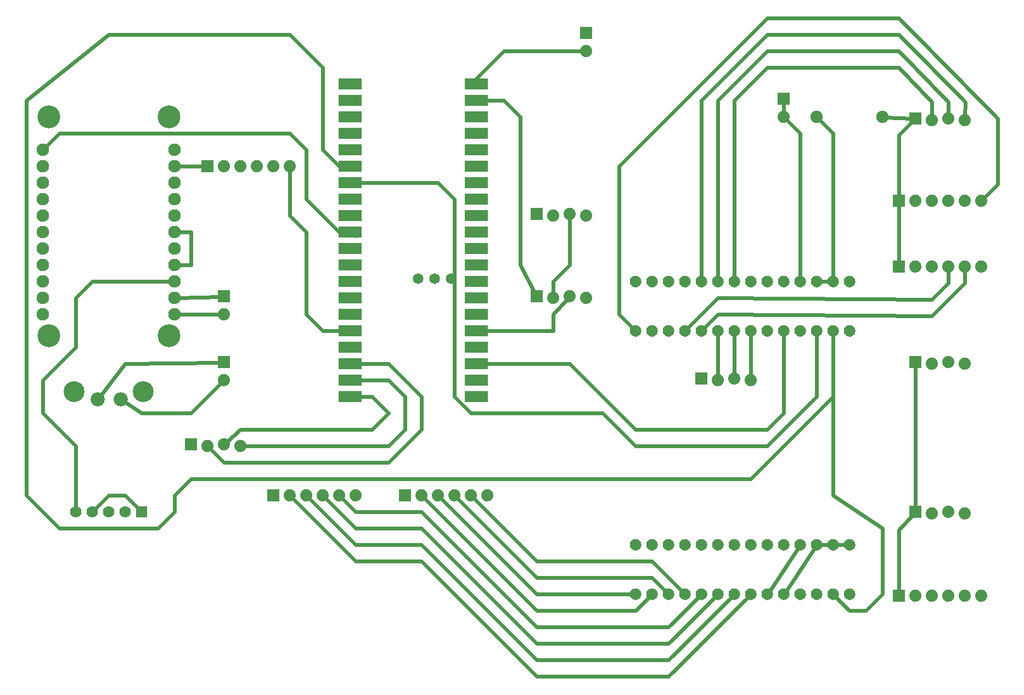
<source format=gbl>
G04 MADE WITH FRITZING*
G04 WWW.FRITZING.ORG*
G04 DOUBLE SIDED*
G04 HOLES PLATED*
G04 CONTOUR ON CENTER OF CONTOUR VECTOR*
%ASAXBY*%
%FSLAX23Y23*%
%MOIN*%
%OFA0B0*%
%SFA1.0B1.0*%
%ADD10C,0.064944*%
%ADD11C,0.138425*%
%ADD12C,0.076000*%
%ADD13C,0.086000*%
%ADD14C,0.126614*%
%ADD15C,0.070000*%
%ADD16C,0.074000*%
%ADD17C,0.075000*%
%ADD18R,0.143667X0.070200*%
%ADD19R,0.144000X0.070200*%
%ADD20R,0.070000X0.070000*%
%ADD21C,0.024000*%
%ADD22R,0.001000X0.001000*%
%LNCOPPER0*%
G90*
G70*
G54D10*
X2110Y3703D03*
X2110Y3603D03*
X2110Y3503D03*
X2110Y3403D03*
X2110Y3303D03*
X2110Y3203D03*
X2110Y3103D03*
X2110Y3003D03*
X2110Y2903D03*
X2110Y2802D03*
X2110Y2703D03*
X2110Y2603D03*
X2110Y2503D03*
X2110Y2403D03*
X2110Y2303D03*
X2110Y2203D03*
X2110Y2103D03*
X2110Y2003D03*
X2110Y1903D03*
X2110Y1803D03*
X2810Y1803D03*
X2810Y1903D03*
X2810Y2003D03*
X2810Y2103D03*
X2810Y2203D03*
X2810Y2303D03*
X2810Y2403D03*
X2810Y2503D03*
X2810Y2603D03*
X2810Y2703D03*
X2810Y2803D03*
X2810Y2903D03*
X2810Y3003D03*
X2810Y3103D03*
X2810Y3203D03*
X2810Y3303D03*
X2810Y3403D03*
X2810Y3503D03*
X2810Y3603D03*
X2810Y3703D03*
X2489Y2520D03*
X2589Y2520D03*
X2689Y2520D03*
G54D11*
X245Y3503D03*
X245Y2173D03*
G54D12*
X210Y2303D03*
X210Y2403D03*
X210Y2503D03*
X210Y2603D03*
X210Y2703D03*
X210Y2803D03*
X210Y2903D03*
X210Y3003D03*
X210Y3103D03*
X210Y3203D03*
X210Y3303D03*
X1010Y3303D03*
X1010Y3203D03*
X1010Y3103D03*
X1010Y3003D03*
X1010Y2903D03*
X1010Y2803D03*
X1010Y2703D03*
G54D11*
X975Y3503D03*
G54D12*
X1010Y2603D03*
G54D11*
X975Y2173D03*
G54D12*
X1010Y2503D03*
X1010Y2403D03*
X1010Y2303D03*
G54D13*
X682Y1788D03*
G54D14*
X400Y1833D03*
X820Y1833D03*
G54D15*
X810Y1103D03*
X710Y1103D03*
X610Y1103D03*
X510Y1103D03*
G54D13*
X544Y1788D03*
G54D15*
X410Y1103D03*
G54D16*
X5510Y2013D03*
X5610Y2003D03*
X5710Y2013D03*
X5810Y2003D03*
X3210Y2913D03*
X3310Y2903D03*
X3410Y2913D03*
X3510Y2903D03*
X1110Y1513D03*
X1210Y1503D03*
X1310Y1513D03*
X1410Y1503D03*
X3210Y2413D03*
X3310Y2403D03*
X3410Y2413D03*
X3510Y2403D03*
X4210Y1913D03*
X4310Y1903D03*
X4410Y1913D03*
X4510Y1903D03*
X5510Y3493D03*
X5610Y3483D03*
X5710Y3493D03*
X5810Y3483D03*
X5510Y1103D03*
X5610Y1093D03*
X5710Y1103D03*
X5810Y1093D03*
X1210Y3203D03*
X1310Y3203D03*
X1410Y3203D03*
X1510Y3203D03*
X1610Y3203D03*
X1710Y3203D03*
X5410Y2593D03*
X5510Y2593D03*
X5610Y2593D03*
X5710Y2593D03*
X5810Y2593D03*
X5910Y2593D03*
X5410Y2993D03*
X5510Y2993D03*
X5610Y2993D03*
X5710Y2993D03*
X5810Y2993D03*
X5910Y2993D03*
X1610Y1203D03*
X1710Y1203D03*
X1810Y1203D03*
X1910Y1203D03*
X2010Y1203D03*
X2110Y1203D03*
X2410Y1203D03*
X2510Y1203D03*
X2610Y1203D03*
X2710Y1203D03*
X2810Y1203D03*
X2910Y1203D03*
X5410Y593D03*
X5510Y593D03*
X5610Y593D03*
X5710Y593D03*
X5810Y593D03*
X5910Y593D03*
X1310Y2413D03*
X1310Y2303D03*
X3510Y4013D03*
X3510Y3903D03*
X1310Y2013D03*
X1310Y1903D03*
X4710Y3613D03*
X4710Y3503D03*
G54D15*
X3810Y603D03*
X5010Y903D03*
X3910Y603D03*
X5110Y903D03*
X4010Y603D03*
X4110Y603D03*
X4210Y603D03*
X4310Y603D03*
X5110Y603D03*
X5010Y603D03*
X4910Y603D03*
X4810Y603D03*
X4410Y603D03*
X4610Y603D03*
X4510Y603D03*
X4710Y603D03*
X4610Y903D03*
X4710Y903D03*
X4810Y903D03*
X4910Y903D03*
X4410Y903D03*
X4510Y903D03*
X4010Y903D03*
X4110Y903D03*
X4210Y903D03*
X4310Y903D03*
X3810Y903D03*
X3910Y903D03*
X3810Y2203D03*
X5010Y2503D03*
X3910Y2203D03*
X5110Y2503D03*
X4010Y2203D03*
X4110Y2203D03*
X4210Y2203D03*
X4310Y2203D03*
X5110Y2203D03*
X5010Y2203D03*
X4910Y2203D03*
X4810Y2203D03*
X4410Y2203D03*
X4610Y2203D03*
X4510Y2203D03*
X4710Y2203D03*
X4610Y2503D03*
X4710Y2503D03*
X4810Y2503D03*
X4910Y2503D03*
X4410Y2503D03*
X4510Y2503D03*
X4010Y2503D03*
X4110Y2503D03*
X4210Y2503D03*
X4310Y2503D03*
X3810Y2503D03*
X3910Y2503D03*
G54D17*
X4910Y3503D03*
X5310Y3503D03*
G54D18*
X2077Y3703D03*
G54D19*
X2078Y3603D03*
X2078Y3503D03*
X2078Y3403D03*
X2078Y3303D03*
X2078Y3203D03*
X2078Y3103D03*
X2078Y3003D03*
X2078Y2903D03*
X2078Y2803D03*
X2078Y2703D03*
X2078Y2603D03*
X2078Y2503D03*
X2078Y2403D03*
X2078Y2303D03*
X2078Y2203D03*
X2078Y2103D03*
X2078Y2003D03*
X2078Y1903D03*
X2078Y1803D03*
X2843Y1803D03*
X2843Y1903D03*
X2843Y2003D03*
X2843Y2103D03*
X2843Y2203D03*
X2843Y2303D03*
X2843Y2403D03*
X2843Y2503D03*
X2843Y2603D03*
X2843Y2703D03*
X2843Y2803D03*
X2843Y2903D03*
X2843Y3003D03*
X2843Y3103D03*
X2843Y3203D03*
X2843Y3303D03*
X2843Y3403D03*
X2843Y3503D03*
X2843Y3603D03*
X2843Y3703D03*
G54D20*
X810Y1103D03*
G54D21*
X5410Y3393D02*
X5410Y3013D01*
D02*
X5496Y3479D02*
X5410Y3393D01*
D02*
X5410Y2793D02*
X5410Y2613D01*
D02*
X5410Y2973D02*
X5410Y2793D01*
D02*
X5510Y1123D02*
X5510Y1993D01*
D02*
X5410Y993D02*
X5497Y1088D01*
D02*
X5410Y613D02*
X5410Y993D01*
D02*
X5611Y3594D02*
X5410Y3803D01*
D02*
X5410Y3803D02*
X4610Y3803D01*
D02*
X4610Y3803D02*
X4410Y3603D01*
D02*
X4410Y3603D02*
X4410Y2518D01*
D02*
X5610Y3503D02*
X5611Y3594D01*
D02*
X5711Y3594D02*
X5410Y3903D01*
D02*
X5410Y3903D02*
X4610Y3903D01*
D02*
X4310Y3603D02*
X4310Y2518D01*
D02*
X4610Y3903D02*
X4310Y3603D01*
D02*
X5710Y3513D02*
X5711Y3594D01*
D02*
X5812Y3594D02*
X5410Y4003D01*
D02*
X5410Y4003D02*
X4610Y4003D01*
D02*
X4610Y4003D02*
X4210Y3603D01*
D02*
X4210Y3603D02*
X4210Y2518D01*
D02*
X5810Y3503D02*
X5812Y3594D01*
D02*
X5924Y3007D02*
X6010Y3093D01*
D02*
X5410Y4103D02*
X4610Y4103D01*
D02*
X3710Y3203D02*
X3710Y2303D01*
D02*
X3710Y2303D02*
X3800Y2213D01*
D02*
X6010Y3093D02*
X6010Y3493D01*
D02*
X4610Y4103D02*
X3710Y3203D01*
D02*
X6010Y3493D02*
X5410Y4103D01*
D02*
X5328Y3502D02*
X5490Y3494D01*
D02*
X5010Y2518D02*
X5010Y3403D01*
D02*
X5010Y3403D02*
X4923Y3490D01*
D02*
X5810Y2493D02*
X5810Y2573D01*
D02*
X5610Y2293D02*
X5810Y2493D01*
D02*
X4310Y2303D02*
X5610Y2293D01*
D02*
X4221Y2213D02*
X4310Y2303D01*
D02*
X5710Y2493D02*
X5610Y2393D01*
D02*
X5710Y2573D02*
X5710Y2493D01*
D02*
X5610Y2393D02*
X4310Y2403D01*
D02*
X4310Y2403D02*
X4121Y2213D01*
D02*
X4310Y1923D02*
X4310Y2188D01*
D02*
X4410Y2188D02*
X4410Y1933D01*
D02*
X4510Y2188D02*
X4510Y1923D01*
D02*
X4995Y2503D02*
X4925Y2503D01*
D02*
X4710Y1703D02*
X4710Y2188D01*
D02*
X2835Y2003D02*
X3410Y2003D01*
D02*
X4610Y1603D02*
X4710Y1703D01*
D02*
X3810Y1603D02*
X4610Y1603D01*
D02*
X3410Y2003D02*
X3810Y1603D01*
D02*
X4910Y2188D02*
X4910Y1803D01*
D02*
X4910Y1803D02*
X4810Y1703D01*
D02*
X4810Y1703D02*
X4610Y1503D01*
D02*
X4610Y1503D02*
X3810Y1503D01*
D02*
X2810Y1703D02*
X2710Y1803D01*
D02*
X3810Y1503D02*
X3610Y1703D01*
D02*
X3610Y1703D02*
X2810Y1703D01*
D02*
X2710Y1803D02*
X2710Y3003D01*
D02*
X2710Y3003D02*
X2610Y3103D01*
D02*
X2610Y3103D02*
X2136Y3103D01*
D02*
X5010Y2188D02*
X5010Y1803D01*
D02*
X2010Y3203D02*
X2085Y3203D01*
D02*
X4510Y1303D02*
X1110Y1303D01*
D02*
X5010Y1803D02*
X4510Y1303D01*
D02*
X1910Y3303D02*
X2010Y3203D01*
D02*
X1910Y3803D02*
X1910Y3303D01*
D02*
X1710Y4003D02*
X1910Y3803D01*
D02*
X610Y4003D02*
X1710Y4003D01*
D02*
X110Y3503D02*
X110Y3603D01*
D02*
X110Y1203D02*
X110Y3503D01*
D02*
X310Y1003D02*
X110Y1203D01*
D02*
X910Y1003D02*
X310Y1003D01*
D02*
X1010Y1103D02*
X910Y1003D01*
D02*
X1010Y1203D02*
X1010Y1103D01*
D02*
X1110Y1303D02*
X1010Y1203D01*
D02*
X110Y3603D02*
X610Y4003D01*
D02*
X5310Y1003D02*
X5310Y603D01*
D02*
X5010Y1203D02*
X5310Y1003D01*
D02*
X5010Y2188D02*
X5010Y1203D01*
D02*
X5310Y603D02*
X5210Y503D01*
D02*
X5110Y503D02*
X5021Y592D01*
D02*
X5210Y503D02*
X5110Y503D01*
D02*
X4902Y890D02*
X4719Y615D01*
D02*
X4802Y890D02*
X4619Y615D01*
D02*
X4995Y903D02*
X4925Y903D01*
D02*
X5095Y903D02*
X5025Y903D01*
D02*
X3110Y3503D02*
X3110Y2603D01*
D02*
X3110Y2603D02*
X3201Y2430D01*
D02*
X2835Y3603D02*
X3010Y3603D01*
D02*
X3010Y3603D02*
X3110Y3503D01*
D02*
X3310Y2303D02*
X3397Y2398D01*
D02*
X2835Y2203D02*
X3310Y2203D01*
D02*
X3310Y2203D02*
X3310Y2303D01*
D02*
X4710Y3593D02*
X4710Y3523D01*
D02*
X4810Y2518D02*
X4810Y3403D01*
D02*
X4810Y3403D02*
X4724Y3489D01*
D02*
X2310Y1903D02*
X2410Y1803D01*
D02*
X2410Y1803D02*
X2410Y1603D01*
D02*
X2410Y1603D02*
X2310Y1503D01*
D02*
X2310Y1503D02*
X1430Y1503D01*
D02*
X2136Y1903D02*
X2310Y1903D01*
D02*
X2210Y1803D02*
X2310Y1703D01*
D02*
X2310Y1703D02*
X2210Y1603D01*
D02*
X2210Y1603D02*
X1410Y1603D01*
D02*
X1410Y1603D02*
X1325Y1526D01*
D02*
X2136Y1803D02*
X2210Y1803D01*
D02*
X2310Y2003D02*
X2136Y2003D01*
D02*
X1224Y1489D02*
X1310Y1403D01*
D02*
X2510Y1803D02*
X2310Y2003D01*
D02*
X2310Y1403D02*
X2510Y1603D01*
D02*
X2510Y1603D02*
X2510Y1803D01*
D02*
X1310Y1403D02*
X2310Y1403D01*
D02*
X1110Y2803D02*
X1110Y2603D01*
D02*
X1110Y2603D02*
X1030Y2603D01*
D02*
X1030Y2803D02*
X1110Y2803D01*
D02*
X1290Y2412D02*
X1030Y2403D01*
D02*
X1030Y2303D02*
X1290Y2303D01*
D02*
X796Y1117D02*
X710Y1203D01*
D02*
X710Y1203D02*
X610Y1203D01*
D02*
X610Y1203D02*
X524Y1117D01*
D02*
X410Y2403D02*
X410Y2103D01*
D02*
X410Y1503D02*
X410Y1122D01*
D02*
X210Y1703D02*
X410Y1503D01*
D02*
X210Y1903D02*
X210Y1703D01*
D02*
X410Y2103D02*
X210Y1903D01*
D02*
X991Y2503D02*
X510Y2503D01*
D02*
X510Y2503D02*
X410Y2403D01*
D02*
X699Y1777D02*
X810Y1703D01*
D02*
X810Y1703D02*
X1110Y1703D01*
D02*
X1110Y1703D02*
X1296Y1889D01*
D02*
X1290Y2012D02*
X710Y2003D01*
D02*
X710Y2003D02*
X556Y1803D01*
D02*
X2010Y2803D02*
X1810Y3003D01*
D02*
X1810Y3003D02*
X1810Y3303D01*
D02*
X1810Y3303D02*
X1710Y3403D01*
D02*
X1710Y3403D02*
X310Y3403D01*
D02*
X310Y3403D02*
X224Y3317D01*
D02*
X2085Y2802D02*
X2010Y2803D01*
D02*
X1810Y2303D02*
X1810Y2803D01*
D02*
X1810Y2803D02*
X1710Y2903D01*
D02*
X1710Y2903D02*
X1710Y3183D01*
D02*
X2085Y2203D02*
X1910Y2203D01*
D02*
X1910Y2203D02*
X1810Y2303D01*
D02*
X1030Y3203D02*
X1190Y3203D01*
D02*
X3910Y703D02*
X4000Y613D01*
D02*
X2724Y1189D02*
X3210Y703D01*
D02*
X3210Y703D02*
X3910Y703D01*
D02*
X3210Y803D02*
X3810Y803D01*
D02*
X3910Y803D02*
X4100Y613D01*
D02*
X3810Y803D02*
X3910Y803D01*
D02*
X2824Y1189D02*
X3210Y803D01*
D02*
X3900Y592D02*
X3810Y503D01*
D02*
X3810Y503D02*
X3210Y503D01*
D02*
X3210Y503D02*
X2524Y1189D01*
D02*
X3795Y603D02*
X3210Y603D01*
D02*
X3210Y603D02*
X2624Y1189D01*
D02*
X3210Y103D02*
X4010Y103D01*
D02*
X4010Y103D02*
X4500Y592D01*
D02*
X1724Y1189D02*
X2110Y803D01*
D02*
X2110Y803D02*
X2510Y803D01*
D02*
X2510Y803D02*
X3210Y103D01*
D02*
X2110Y903D02*
X2510Y903D01*
D02*
X4010Y203D02*
X4400Y592D01*
D02*
X2510Y903D02*
X3210Y203D01*
D02*
X3210Y203D02*
X4010Y203D01*
D02*
X1824Y1189D02*
X2110Y903D01*
D02*
X3210Y303D02*
X4010Y303D01*
D02*
X4010Y303D02*
X4300Y592D01*
D02*
X1924Y1189D02*
X2110Y1003D01*
D02*
X2110Y1003D02*
X2510Y1003D01*
D02*
X2510Y1003D02*
X3210Y303D01*
D02*
X3210Y403D02*
X4010Y403D01*
D02*
X4010Y403D02*
X4200Y592D01*
D02*
X2024Y1189D02*
X2110Y1103D01*
D02*
X2110Y1103D02*
X2510Y1103D01*
D02*
X2510Y1103D02*
X3210Y403D01*
D02*
X3410Y2893D02*
X3410Y2603D01*
D02*
X3410Y2603D02*
X3310Y2503D01*
D02*
X3310Y2503D02*
X3310Y2423D01*
D02*
X3490Y3903D02*
X3010Y3903D01*
D02*
X3010Y3903D02*
X2828Y3721D01*
G54D22*
X3474Y4049D02*
X3547Y4049D01*
X3474Y4048D02*
X3547Y4048D01*
X3474Y4047D02*
X3547Y4047D01*
X3474Y4046D02*
X3547Y4046D01*
X3474Y4045D02*
X3547Y4045D01*
X3474Y4044D02*
X3547Y4044D01*
X3474Y4043D02*
X3547Y4043D01*
X3474Y4042D02*
X3547Y4042D01*
X3474Y4041D02*
X3547Y4041D01*
X3474Y4040D02*
X3547Y4040D01*
X3474Y4039D02*
X3547Y4039D01*
X3474Y4038D02*
X3547Y4038D01*
X3474Y4037D02*
X3547Y4037D01*
X3474Y4036D02*
X3547Y4036D01*
X3474Y4035D02*
X3547Y4035D01*
X3474Y4034D02*
X3547Y4034D01*
X3474Y4033D02*
X3547Y4033D01*
X3474Y4032D02*
X3505Y4032D01*
X3517Y4032D02*
X3547Y4032D01*
X3474Y4031D02*
X3502Y4031D01*
X3519Y4031D02*
X3547Y4031D01*
X3474Y4030D02*
X3500Y4030D01*
X3521Y4030D02*
X3547Y4030D01*
X3474Y4029D02*
X3498Y4029D01*
X3523Y4029D02*
X3547Y4029D01*
X3474Y4028D02*
X3497Y4028D01*
X3524Y4028D02*
X3547Y4028D01*
X3474Y4027D02*
X3496Y4027D01*
X3525Y4027D02*
X3547Y4027D01*
X3474Y4026D02*
X3495Y4026D01*
X3526Y4026D02*
X3547Y4026D01*
X3474Y4025D02*
X3494Y4025D01*
X3527Y4025D02*
X3547Y4025D01*
X3474Y4024D02*
X3494Y4024D01*
X3528Y4024D02*
X3547Y4024D01*
X3474Y4023D02*
X3493Y4023D01*
X3528Y4023D02*
X3547Y4023D01*
X3474Y4022D02*
X3492Y4022D01*
X3529Y4022D02*
X3547Y4022D01*
X3474Y4021D02*
X3492Y4021D01*
X3529Y4021D02*
X3547Y4021D01*
X3474Y4020D02*
X3491Y4020D01*
X3530Y4020D02*
X3547Y4020D01*
X3474Y4019D02*
X3491Y4019D01*
X3530Y4019D02*
X3547Y4019D01*
X3474Y4018D02*
X3491Y4018D01*
X3530Y4018D02*
X3547Y4018D01*
X3474Y4017D02*
X3491Y4017D01*
X3531Y4017D02*
X3547Y4017D01*
X3474Y4016D02*
X3490Y4016D01*
X3531Y4016D02*
X3547Y4016D01*
X3474Y4015D02*
X3490Y4015D01*
X3531Y4015D02*
X3547Y4015D01*
X3474Y4014D02*
X3490Y4014D01*
X3531Y4014D02*
X3547Y4014D01*
X3474Y4013D02*
X3490Y4013D01*
X3531Y4013D02*
X3547Y4013D01*
X3474Y4012D02*
X3490Y4012D01*
X3531Y4012D02*
X3547Y4012D01*
X3474Y4011D02*
X3490Y4011D01*
X3531Y4011D02*
X3547Y4011D01*
X3474Y4010D02*
X3490Y4010D01*
X3531Y4010D02*
X3547Y4010D01*
X3474Y4009D02*
X3491Y4009D01*
X3531Y4009D02*
X3547Y4009D01*
X3474Y4008D02*
X3491Y4008D01*
X3530Y4008D02*
X3547Y4008D01*
X3474Y4007D02*
X3491Y4007D01*
X3530Y4007D02*
X3547Y4007D01*
X3474Y4006D02*
X3491Y4006D01*
X3530Y4006D02*
X3547Y4006D01*
X3474Y4005D02*
X3492Y4005D01*
X3529Y4005D02*
X3547Y4005D01*
X3474Y4004D02*
X3492Y4004D01*
X3529Y4004D02*
X3547Y4004D01*
X3474Y4003D02*
X3493Y4003D01*
X3528Y4003D02*
X3547Y4003D01*
X3474Y4002D02*
X3493Y4002D01*
X3528Y4002D02*
X3547Y4002D01*
X3474Y4001D02*
X3494Y4001D01*
X3527Y4001D02*
X3547Y4001D01*
X3474Y4000D02*
X3495Y4000D01*
X3526Y4000D02*
X3547Y4000D01*
X3474Y3999D02*
X3496Y3999D01*
X3525Y3999D02*
X3547Y3999D01*
X3474Y3998D02*
X3497Y3998D01*
X3524Y3998D02*
X3547Y3998D01*
X3474Y3997D02*
X3498Y3997D01*
X3523Y3997D02*
X3547Y3997D01*
X3474Y3996D02*
X3499Y3996D01*
X3522Y3996D02*
X3547Y3996D01*
X3474Y3995D02*
X3501Y3995D01*
X3520Y3995D02*
X3547Y3995D01*
X3474Y3994D02*
X3504Y3994D01*
X3517Y3994D02*
X3547Y3994D01*
X3474Y3993D02*
X3509Y3993D01*
X3512Y3993D02*
X3547Y3993D01*
X3474Y3992D02*
X3547Y3992D01*
X3474Y3991D02*
X3547Y3991D01*
X3474Y3990D02*
X3547Y3990D01*
X3474Y3989D02*
X3547Y3989D01*
X3474Y3988D02*
X3547Y3988D01*
X3474Y3987D02*
X3547Y3987D01*
X3474Y3986D02*
X3547Y3986D01*
X3474Y3985D02*
X3547Y3985D01*
X3474Y3984D02*
X3547Y3984D01*
X3474Y3983D02*
X3547Y3983D01*
X3474Y3982D02*
X3547Y3982D01*
X3474Y3981D02*
X3547Y3981D01*
X3474Y3980D02*
X3547Y3980D01*
X3474Y3979D02*
X3547Y3979D01*
X3474Y3978D02*
X3547Y3978D01*
X3474Y3977D02*
X3547Y3977D01*
X3474Y3976D02*
X3547Y3976D01*
X4674Y3649D02*
X4747Y3649D01*
X4674Y3648D02*
X4747Y3648D01*
X4674Y3647D02*
X4747Y3647D01*
X4674Y3646D02*
X4747Y3646D01*
X4674Y3645D02*
X4747Y3645D01*
X4674Y3644D02*
X4747Y3644D01*
X4674Y3643D02*
X4747Y3643D01*
X4674Y3642D02*
X4747Y3642D01*
X4674Y3641D02*
X4747Y3641D01*
X4674Y3640D02*
X4747Y3640D01*
X4674Y3639D02*
X4747Y3639D01*
X4674Y3638D02*
X4747Y3638D01*
X4674Y3637D02*
X4747Y3637D01*
X4674Y3636D02*
X4747Y3636D01*
X4674Y3635D02*
X4747Y3635D01*
X4674Y3634D02*
X4747Y3634D01*
X4674Y3633D02*
X4747Y3633D01*
X4674Y3632D02*
X4704Y3632D01*
X4717Y3632D02*
X4747Y3632D01*
X4674Y3631D02*
X4702Y3631D01*
X4719Y3631D02*
X4747Y3631D01*
X4674Y3630D02*
X4700Y3630D01*
X4721Y3630D02*
X4747Y3630D01*
X4674Y3629D02*
X4698Y3629D01*
X4723Y3629D02*
X4747Y3629D01*
X4674Y3628D02*
X4697Y3628D01*
X4724Y3628D02*
X4747Y3628D01*
X4674Y3627D02*
X4696Y3627D01*
X4725Y3627D02*
X4747Y3627D01*
X4674Y3626D02*
X4695Y3626D01*
X4726Y3626D02*
X4747Y3626D01*
X4674Y3625D02*
X4694Y3625D01*
X4727Y3625D02*
X4747Y3625D01*
X4674Y3624D02*
X4693Y3624D01*
X4728Y3624D02*
X4747Y3624D01*
X4674Y3623D02*
X4693Y3623D01*
X4728Y3623D02*
X4747Y3623D01*
X4674Y3622D02*
X4692Y3622D01*
X4729Y3622D02*
X4747Y3622D01*
X4674Y3621D02*
X4692Y3621D01*
X4729Y3621D02*
X4747Y3621D01*
X4674Y3620D02*
X4691Y3620D01*
X4730Y3620D02*
X4747Y3620D01*
X4674Y3619D02*
X4691Y3619D01*
X4730Y3619D02*
X4747Y3619D01*
X4674Y3618D02*
X4691Y3618D01*
X4730Y3618D02*
X4747Y3618D01*
X4674Y3617D02*
X4690Y3617D01*
X4731Y3617D02*
X4747Y3617D01*
X4674Y3616D02*
X4690Y3616D01*
X4731Y3616D02*
X4747Y3616D01*
X4674Y3615D02*
X4690Y3615D01*
X4731Y3615D02*
X4747Y3615D01*
X4674Y3614D02*
X4690Y3614D01*
X4731Y3614D02*
X4747Y3614D01*
X4674Y3613D02*
X4690Y3613D01*
X4731Y3613D02*
X4747Y3613D01*
X4674Y3612D02*
X4690Y3612D01*
X4731Y3612D02*
X4747Y3612D01*
X4674Y3611D02*
X4690Y3611D01*
X4731Y3611D02*
X4747Y3611D01*
X4674Y3610D02*
X4690Y3610D01*
X4731Y3610D02*
X4747Y3610D01*
X4674Y3609D02*
X4690Y3609D01*
X4731Y3609D02*
X4747Y3609D01*
X4674Y3608D02*
X4691Y3608D01*
X4730Y3608D02*
X4747Y3608D01*
X4674Y3607D02*
X4691Y3607D01*
X4730Y3607D02*
X4747Y3607D01*
X4674Y3606D02*
X4691Y3606D01*
X4730Y3606D02*
X4747Y3606D01*
X4674Y3605D02*
X4692Y3605D01*
X4729Y3605D02*
X4747Y3605D01*
X4674Y3604D02*
X4692Y3604D01*
X4729Y3604D02*
X4747Y3604D01*
X4674Y3603D02*
X4693Y3603D01*
X4728Y3603D02*
X4747Y3603D01*
X4674Y3602D02*
X4693Y3602D01*
X4728Y3602D02*
X4747Y3602D01*
X4674Y3601D02*
X4694Y3601D01*
X4727Y3601D02*
X4747Y3601D01*
X4674Y3600D02*
X4695Y3600D01*
X4726Y3600D02*
X4747Y3600D01*
X4674Y3599D02*
X4696Y3599D01*
X4725Y3599D02*
X4747Y3599D01*
X4674Y3598D02*
X4697Y3598D01*
X4724Y3598D02*
X4747Y3598D01*
X4674Y3597D02*
X4698Y3597D01*
X4723Y3597D02*
X4747Y3597D01*
X4674Y3596D02*
X4699Y3596D01*
X4722Y3596D02*
X4747Y3596D01*
X4674Y3595D02*
X4701Y3595D01*
X4720Y3595D02*
X4747Y3595D01*
X4674Y3594D02*
X4704Y3594D01*
X4717Y3594D02*
X4747Y3594D01*
X4674Y3593D02*
X4709Y3593D01*
X4712Y3593D02*
X4747Y3593D01*
X4674Y3592D02*
X4747Y3592D01*
X4674Y3591D02*
X4747Y3591D01*
X4674Y3590D02*
X4747Y3590D01*
X4674Y3589D02*
X4747Y3589D01*
X4674Y3588D02*
X4747Y3588D01*
X4674Y3587D02*
X4747Y3587D01*
X4674Y3586D02*
X4747Y3586D01*
X4674Y3585D02*
X4747Y3585D01*
X4674Y3584D02*
X4747Y3584D01*
X4674Y3583D02*
X4747Y3583D01*
X4674Y3582D02*
X4747Y3582D01*
X4674Y3581D02*
X4747Y3581D01*
X4674Y3580D02*
X4747Y3580D01*
X4674Y3579D02*
X4747Y3579D01*
X4674Y3578D02*
X4747Y3578D01*
X4674Y3577D02*
X4747Y3577D01*
X4674Y3576D02*
X4747Y3576D01*
X5474Y3529D02*
X5547Y3529D01*
X5474Y3528D02*
X5547Y3528D01*
X5474Y3527D02*
X5547Y3527D01*
X5474Y3526D02*
X5547Y3526D01*
X5474Y3525D02*
X5547Y3525D01*
X5474Y3524D02*
X5547Y3524D01*
X5474Y3523D02*
X5547Y3523D01*
X5474Y3522D02*
X5547Y3522D01*
X5474Y3521D02*
X5547Y3521D01*
X5474Y3520D02*
X5547Y3520D01*
X5474Y3519D02*
X5547Y3519D01*
X5474Y3518D02*
X5547Y3518D01*
X5474Y3517D02*
X5547Y3517D01*
X5474Y3516D02*
X5547Y3516D01*
X5474Y3515D02*
X5547Y3515D01*
X5474Y3514D02*
X5547Y3514D01*
X5474Y3513D02*
X5547Y3513D01*
X5474Y3512D02*
X5504Y3512D01*
X5517Y3512D02*
X5547Y3512D01*
X5474Y3511D02*
X5502Y3511D01*
X5519Y3511D02*
X5547Y3511D01*
X5474Y3510D02*
X5500Y3510D01*
X5521Y3510D02*
X5547Y3510D01*
X5474Y3509D02*
X5498Y3509D01*
X5523Y3509D02*
X5547Y3509D01*
X5474Y3508D02*
X5497Y3508D01*
X5524Y3508D02*
X5547Y3508D01*
X5474Y3507D02*
X5496Y3507D01*
X5525Y3507D02*
X5547Y3507D01*
X5474Y3506D02*
X5495Y3506D01*
X5526Y3506D02*
X5547Y3506D01*
X5474Y3505D02*
X5494Y3505D01*
X5527Y3505D02*
X5547Y3505D01*
X5474Y3504D02*
X5493Y3504D01*
X5528Y3504D02*
X5547Y3504D01*
X5474Y3503D02*
X5493Y3503D01*
X5528Y3503D02*
X5547Y3503D01*
X5474Y3502D02*
X5492Y3502D01*
X5529Y3502D02*
X5547Y3502D01*
X5474Y3501D02*
X5492Y3501D01*
X5529Y3501D02*
X5547Y3501D01*
X5474Y3500D02*
X5491Y3500D01*
X5530Y3500D02*
X5547Y3500D01*
X5474Y3499D02*
X5491Y3499D01*
X5530Y3499D02*
X5547Y3499D01*
X5474Y3498D02*
X5491Y3498D01*
X5530Y3498D02*
X5547Y3498D01*
X5474Y3497D02*
X5490Y3497D01*
X5531Y3497D02*
X5547Y3497D01*
X5474Y3496D02*
X5490Y3496D01*
X5531Y3496D02*
X5547Y3496D01*
X5474Y3495D02*
X5490Y3495D01*
X5531Y3495D02*
X5547Y3495D01*
X5474Y3494D02*
X5490Y3494D01*
X5531Y3494D02*
X5547Y3494D01*
X5474Y3493D02*
X5490Y3493D01*
X5531Y3493D02*
X5547Y3493D01*
X5474Y3492D02*
X5490Y3492D01*
X5531Y3492D02*
X5547Y3492D01*
X5474Y3491D02*
X5490Y3491D01*
X5531Y3491D02*
X5547Y3491D01*
X5474Y3490D02*
X5490Y3490D01*
X5531Y3490D02*
X5547Y3490D01*
X5474Y3489D02*
X5490Y3489D01*
X5531Y3489D02*
X5547Y3489D01*
X5474Y3488D02*
X5491Y3488D01*
X5530Y3488D02*
X5547Y3488D01*
X5474Y3487D02*
X5491Y3487D01*
X5530Y3487D02*
X5547Y3487D01*
X5474Y3486D02*
X5491Y3486D01*
X5530Y3486D02*
X5547Y3486D01*
X5474Y3485D02*
X5492Y3485D01*
X5529Y3485D02*
X5547Y3485D01*
X5474Y3484D02*
X5492Y3484D01*
X5529Y3484D02*
X5547Y3484D01*
X5474Y3483D02*
X5493Y3483D01*
X5528Y3483D02*
X5547Y3483D01*
X5474Y3482D02*
X5493Y3482D01*
X5528Y3482D02*
X5547Y3482D01*
X5474Y3481D02*
X5494Y3481D01*
X5527Y3481D02*
X5547Y3481D01*
X5474Y3480D02*
X5495Y3480D01*
X5526Y3480D02*
X5547Y3480D01*
X5474Y3479D02*
X5496Y3479D01*
X5525Y3479D02*
X5547Y3479D01*
X5474Y3478D02*
X5497Y3478D01*
X5524Y3478D02*
X5547Y3478D01*
X5474Y3477D02*
X5498Y3477D01*
X5523Y3477D02*
X5547Y3477D01*
X5474Y3476D02*
X5499Y3476D01*
X5522Y3476D02*
X5547Y3476D01*
X5474Y3475D02*
X5501Y3475D01*
X5520Y3475D02*
X5547Y3475D01*
X5474Y3474D02*
X5504Y3474D01*
X5517Y3474D02*
X5547Y3474D01*
X5474Y3473D02*
X5509Y3473D01*
X5512Y3473D02*
X5547Y3473D01*
X5474Y3472D02*
X5547Y3472D01*
X5474Y3471D02*
X5547Y3471D01*
X5474Y3470D02*
X5547Y3470D01*
X5474Y3469D02*
X5547Y3469D01*
X5474Y3468D02*
X5547Y3468D01*
X5474Y3467D02*
X5547Y3467D01*
X5474Y3466D02*
X5547Y3466D01*
X5474Y3465D02*
X5547Y3465D01*
X5474Y3464D02*
X5547Y3464D01*
X5474Y3463D02*
X5547Y3463D01*
X5474Y3462D02*
X5547Y3462D01*
X5474Y3461D02*
X5547Y3461D01*
X5474Y3460D02*
X5547Y3460D01*
X5474Y3459D02*
X5547Y3459D01*
X5474Y3458D02*
X5547Y3458D01*
X5474Y3457D02*
X5547Y3457D01*
X5474Y3456D02*
X5547Y3456D01*
X1174Y3239D02*
X1247Y3239D01*
X1174Y3238D02*
X1247Y3238D01*
X1174Y3237D02*
X1247Y3237D01*
X1174Y3236D02*
X1247Y3236D01*
X1174Y3235D02*
X1247Y3235D01*
X1174Y3234D02*
X1247Y3234D01*
X1174Y3233D02*
X1247Y3233D01*
X1174Y3232D02*
X1247Y3232D01*
X1174Y3231D02*
X1247Y3231D01*
X1174Y3230D02*
X1247Y3230D01*
X1174Y3229D02*
X1247Y3229D01*
X1174Y3228D02*
X1247Y3228D01*
X1174Y3227D02*
X1247Y3227D01*
X1174Y3226D02*
X1247Y3226D01*
X1174Y3225D02*
X1247Y3225D01*
X1174Y3224D02*
X1247Y3224D01*
X1174Y3223D02*
X1247Y3223D01*
X1174Y3222D02*
X1204Y3222D01*
X1217Y3222D02*
X1247Y3222D01*
X1174Y3221D02*
X1202Y3221D01*
X1220Y3221D02*
X1247Y3221D01*
X1174Y3220D02*
X1200Y3220D01*
X1222Y3220D02*
X1247Y3220D01*
X1174Y3219D02*
X1198Y3219D01*
X1223Y3219D02*
X1247Y3219D01*
X1174Y3218D02*
X1197Y3218D01*
X1224Y3218D02*
X1247Y3218D01*
X1174Y3217D02*
X1196Y3217D01*
X1225Y3217D02*
X1247Y3217D01*
X1174Y3216D02*
X1195Y3216D01*
X1226Y3216D02*
X1247Y3216D01*
X1174Y3215D02*
X1194Y3215D01*
X1227Y3215D02*
X1247Y3215D01*
X1174Y3214D02*
X1194Y3214D01*
X1228Y3214D02*
X1247Y3214D01*
X1174Y3213D02*
X1193Y3213D01*
X1228Y3213D02*
X1247Y3213D01*
X1174Y3212D02*
X1192Y3212D01*
X1229Y3212D02*
X1247Y3212D01*
X1174Y3211D02*
X1192Y3211D01*
X1229Y3211D02*
X1247Y3211D01*
X1174Y3210D02*
X1192Y3210D01*
X1230Y3210D02*
X1247Y3210D01*
X1174Y3209D02*
X1191Y3209D01*
X1230Y3209D02*
X1247Y3209D01*
X1174Y3208D02*
X1191Y3208D01*
X1230Y3208D02*
X1247Y3208D01*
X1174Y3207D02*
X1191Y3207D01*
X1231Y3207D02*
X1247Y3207D01*
X1174Y3206D02*
X1190Y3206D01*
X1231Y3206D02*
X1247Y3206D01*
X1174Y3205D02*
X1190Y3205D01*
X1231Y3205D02*
X1247Y3205D01*
X1174Y3204D02*
X1190Y3204D01*
X1231Y3204D02*
X1247Y3204D01*
X1174Y3203D02*
X1190Y3203D01*
X1231Y3203D02*
X1247Y3203D01*
X1174Y3202D02*
X1190Y3202D01*
X1231Y3202D02*
X1247Y3202D01*
X1174Y3201D02*
X1190Y3201D01*
X1231Y3201D02*
X1247Y3201D01*
X1174Y3200D02*
X1190Y3200D01*
X1231Y3200D02*
X1247Y3200D01*
X1174Y3199D02*
X1191Y3199D01*
X1231Y3199D02*
X1247Y3199D01*
X1174Y3198D02*
X1191Y3198D01*
X1230Y3198D02*
X1247Y3198D01*
X1174Y3197D02*
X1191Y3197D01*
X1230Y3197D02*
X1247Y3197D01*
X1174Y3196D02*
X1192Y3196D01*
X1230Y3196D02*
X1247Y3196D01*
X1174Y3195D02*
X1192Y3195D01*
X1230Y3195D02*
X1247Y3195D01*
X1174Y3194D02*
X1192Y3194D01*
X1229Y3194D02*
X1247Y3194D01*
X1174Y3193D02*
X1193Y3193D01*
X1228Y3193D02*
X1247Y3193D01*
X1174Y3192D02*
X1193Y3192D01*
X1228Y3192D02*
X1247Y3192D01*
X1174Y3191D02*
X1194Y3191D01*
X1227Y3191D02*
X1247Y3191D01*
X1174Y3190D02*
X1195Y3190D01*
X1226Y3190D02*
X1247Y3190D01*
X1174Y3189D02*
X1196Y3189D01*
X1225Y3189D02*
X1247Y3189D01*
X1174Y3188D02*
X1197Y3188D01*
X1224Y3188D02*
X1247Y3188D01*
X1174Y3187D02*
X1198Y3187D01*
X1223Y3187D02*
X1247Y3187D01*
X1174Y3186D02*
X1200Y3186D01*
X1222Y3186D02*
X1247Y3186D01*
X1174Y3185D02*
X1202Y3185D01*
X1220Y3185D02*
X1247Y3185D01*
X1174Y3184D02*
X1204Y3184D01*
X1217Y3184D02*
X1247Y3184D01*
X1174Y3183D02*
X1210Y3183D01*
X1212Y3183D02*
X1247Y3183D01*
X1174Y3182D02*
X1247Y3182D01*
X1174Y3181D02*
X1247Y3181D01*
X1174Y3180D02*
X1247Y3180D01*
X1174Y3179D02*
X1247Y3179D01*
X1174Y3178D02*
X1247Y3178D01*
X1174Y3177D02*
X1247Y3177D01*
X1174Y3176D02*
X1247Y3176D01*
X1174Y3175D02*
X1247Y3175D01*
X1174Y3174D02*
X1247Y3174D01*
X1174Y3173D02*
X1247Y3173D01*
X1174Y3172D02*
X1247Y3172D01*
X1174Y3171D02*
X1247Y3171D01*
X1174Y3170D02*
X1247Y3170D01*
X1174Y3169D02*
X1247Y3169D01*
X1174Y3168D02*
X1247Y3168D01*
X1174Y3167D02*
X1247Y3167D01*
X1175Y3166D02*
X1247Y3166D01*
X5374Y3029D02*
X5447Y3029D01*
X5374Y3028D02*
X5447Y3028D01*
X5374Y3027D02*
X5447Y3027D01*
X5374Y3026D02*
X5447Y3026D01*
X5374Y3025D02*
X5447Y3025D01*
X5374Y3024D02*
X5447Y3024D01*
X5374Y3023D02*
X5447Y3023D01*
X5374Y3022D02*
X5447Y3022D01*
X5374Y3021D02*
X5447Y3021D01*
X5374Y3020D02*
X5447Y3020D01*
X5374Y3019D02*
X5447Y3019D01*
X5374Y3018D02*
X5447Y3018D01*
X5374Y3017D02*
X5447Y3017D01*
X5374Y3016D02*
X5447Y3016D01*
X5374Y3015D02*
X5447Y3015D01*
X5374Y3014D02*
X5447Y3014D01*
X5374Y3013D02*
X5447Y3013D01*
X5374Y3012D02*
X5404Y3012D01*
X5417Y3012D02*
X5447Y3012D01*
X5374Y3011D02*
X5402Y3011D01*
X5420Y3011D02*
X5447Y3011D01*
X5374Y3010D02*
X5400Y3010D01*
X5421Y3010D02*
X5447Y3010D01*
X5374Y3009D02*
X5398Y3009D01*
X5423Y3009D02*
X5447Y3009D01*
X5374Y3008D02*
X5397Y3008D01*
X5424Y3008D02*
X5447Y3008D01*
X5374Y3007D02*
X5396Y3007D01*
X5425Y3007D02*
X5447Y3007D01*
X5374Y3006D02*
X5395Y3006D01*
X5426Y3006D02*
X5447Y3006D01*
X5374Y3005D02*
X5394Y3005D01*
X5427Y3005D02*
X5447Y3005D01*
X5374Y3004D02*
X5393Y3004D01*
X5428Y3004D02*
X5447Y3004D01*
X5374Y3003D02*
X5393Y3003D01*
X5428Y3003D02*
X5447Y3003D01*
X5374Y3002D02*
X5392Y3002D01*
X5429Y3002D02*
X5447Y3002D01*
X5374Y3001D02*
X5392Y3001D01*
X5429Y3001D02*
X5447Y3001D01*
X5374Y3000D02*
X5391Y3000D01*
X5430Y3000D02*
X5447Y3000D01*
X5374Y2999D02*
X5391Y2999D01*
X5430Y2999D02*
X5447Y2999D01*
X5374Y2998D02*
X5391Y2998D01*
X5430Y2998D02*
X5447Y2998D01*
X5374Y2997D02*
X5390Y2997D01*
X5431Y2997D02*
X5447Y2997D01*
X5374Y2996D02*
X5390Y2996D01*
X5431Y2996D02*
X5447Y2996D01*
X5374Y2995D02*
X5390Y2995D01*
X5431Y2995D02*
X5447Y2995D01*
X5374Y2994D02*
X5390Y2994D01*
X5431Y2994D02*
X5447Y2994D01*
X5374Y2993D02*
X5390Y2993D01*
X5431Y2993D02*
X5447Y2993D01*
X5374Y2992D02*
X5390Y2992D01*
X5431Y2992D02*
X5447Y2992D01*
X5374Y2991D02*
X5390Y2991D01*
X5431Y2991D02*
X5447Y2991D01*
X5374Y2990D02*
X5390Y2990D01*
X5431Y2990D02*
X5447Y2990D01*
X5374Y2989D02*
X5390Y2989D01*
X5431Y2989D02*
X5447Y2989D01*
X5374Y2988D02*
X5391Y2988D01*
X5430Y2988D02*
X5447Y2988D01*
X5374Y2987D02*
X5391Y2987D01*
X5430Y2987D02*
X5447Y2987D01*
X5374Y2986D02*
X5391Y2986D01*
X5430Y2986D02*
X5447Y2986D01*
X5374Y2985D02*
X5392Y2985D01*
X5429Y2985D02*
X5447Y2985D01*
X5374Y2984D02*
X5392Y2984D01*
X5429Y2984D02*
X5447Y2984D01*
X5374Y2983D02*
X5393Y2983D01*
X5428Y2983D02*
X5447Y2983D01*
X5374Y2982D02*
X5393Y2982D01*
X5428Y2982D02*
X5447Y2982D01*
X5374Y2981D02*
X5394Y2981D01*
X5427Y2981D02*
X5447Y2981D01*
X5374Y2980D02*
X5395Y2980D01*
X5426Y2980D02*
X5447Y2980D01*
X5374Y2979D02*
X5396Y2979D01*
X5425Y2979D02*
X5447Y2979D01*
X5374Y2978D02*
X5397Y2978D01*
X5424Y2978D02*
X5447Y2978D01*
X5374Y2977D02*
X5398Y2977D01*
X5423Y2977D02*
X5447Y2977D01*
X5374Y2976D02*
X5400Y2976D01*
X5421Y2976D02*
X5447Y2976D01*
X5374Y2975D02*
X5401Y2975D01*
X5420Y2975D02*
X5447Y2975D01*
X5374Y2974D02*
X5404Y2974D01*
X5417Y2974D02*
X5447Y2974D01*
X5374Y2973D02*
X5447Y2973D01*
X5374Y2972D02*
X5447Y2972D01*
X5374Y2971D02*
X5447Y2971D01*
X5374Y2970D02*
X5447Y2970D01*
X5374Y2969D02*
X5447Y2969D01*
X5374Y2968D02*
X5447Y2968D01*
X5374Y2967D02*
X5447Y2967D01*
X5374Y2966D02*
X5447Y2966D01*
X5374Y2965D02*
X5447Y2965D01*
X5374Y2964D02*
X5447Y2964D01*
X5374Y2963D02*
X5447Y2963D01*
X5374Y2962D02*
X5447Y2962D01*
X5374Y2961D02*
X5447Y2961D01*
X5374Y2960D02*
X5447Y2960D01*
X5374Y2959D02*
X5447Y2959D01*
X5374Y2958D02*
X5447Y2958D01*
X5374Y2957D02*
X5447Y2957D01*
X5374Y2956D02*
X5447Y2956D01*
X3174Y2949D02*
X3247Y2949D01*
X3174Y2948D02*
X3247Y2948D01*
X3174Y2947D02*
X3247Y2947D01*
X3174Y2946D02*
X3247Y2946D01*
X3174Y2945D02*
X3247Y2945D01*
X3174Y2944D02*
X3247Y2944D01*
X3174Y2943D02*
X3247Y2943D01*
X3174Y2942D02*
X3247Y2942D01*
X3174Y2941D02*
X3247Y2941D01*
X3174Y2940D02*
X3247Y2940D01*
X3174Y2939D02*
X3247Y2939D01*
X3174Y2938D02*
X3247Y2938D01*
X3174Y2937D02*
X3247Y2937D01*
X3174Y2936D02*
X3247Y2936D01*
X3174Y2935D02*
X3247Y2935D01*
X3174Y2934D02*
X3247Y2934D01*
X3174Y2933D02*
X3247Y2933D01*
X3174Y2932D02*
X3204Y2932D01*
X3217Y2932D02*
X3247Y2932D01*
X3174Y2931D02*
X3202Y2931D01*
X3220Y2931D02*
X3247Y2931D01*
X3174Y2930D02*
X3200Y2930D01*
X3221Y2930D02*
X3247Y2930D01*
X3174Y2929D02*
X3198Y2929D01*
X3223Y2929D02*
X3247Y2929D01*
X3174Y2928D02*
X3197Y2928D01*
X3224Y2928D02*
X3247Y2928D01*
X3174Y2927D02*
X3196Y2927D01*
X3225Y2927D02*
X3247Y2927D01*
X3174Y2926D02*
X3195Y2926D01*
X3226Y2926D02*
X3247Y2926D01*
X3174Y2925D02*
X3194Y2925D01*
X3227Y2925D02*
X3247Y2925D01*
X3174Y2924D02*
X3193Y2924D01*
X3228Y2924D02*
X3247Y2924D01*
X3174Y2923D02*
X3193Y2923D01*
X3228Y2923D02*
X3247Y2923D01*
X3174Y2922D02*
X3192Y2922D01*
X3229Y2922D02*
X3247Y2922D01*
X3174Y2921D02*
X3192Y2921D01*
X3229Y2921D02*
X3247Y2921D01*
X3174Y2920D02*
X3191Y2920D01*
X3230Y2920D02*
X3247Y2920D01*
X3174Y2919D02*
X3191Y2919D01*
X3230Y2919D02*
X3247Y2919D01*
X3174Y2918D02*
X3191Y2918D01*
X3230Y2918D02*
X3247Y2918D01*
X3174Y2917D02*
X3191Y2917D01*
X3231Y2917D02*
X3247Y2917D01*
X3174Y2916D02*
X3190Y2916D01*
X3231Y2916D02*
X3247Y2916D01*
X3174Y2915D02*
X3190Y2915D01*
X3231Y2915D02*
X3247Y2915D01*
X3174Y2914D02*
X3190Y2914D01*
X3231Y2914D02*
X3247Y2914D01*
X3174Y2913D02*
X3190Y2913D01*
X3231Y2913D02*
X3247Y2913D01*
X3174Y2912D02*
X3190Y2912D01*
X3231Y2912D02*
X3247Y2912D01*
X3174Y2911D02*
X3190Y2911D01*
X3231Y2911D02*
X3247Y2911D01*
X3174Y2910D02*
X3190Y2910D01*
X3231Y2910D02*
X3247Y2910D01*
X3174Y2909D02*
X3191Y2909D01*
X3231Y2909D02*
X3247Y2909D01*
X3174Y2908D02*
X3191Y2908D01*
X3230Y2908D02*
X3247Y2908D01*
X3174Y2907D02*
X3191Y2907D01*
X3230Y2907D02*
X3247Y2907D01*
X3174Y2906D02*
X3191Y2906D01*
X3230Y2906D02*
X3247Y2906D01*
X3174Y2905D02*
X3192Y2905D01*
X3229Y2905D02*
X3247Y2905D01*
X3174Y2904D02*
X3192Y2904D01*
X3229Y2904D02*
X3247Y2904D01*
X3174Y2903D02*
X3193Y2903D01*
X3228Y2903D02*
X3247Y2903D01*
X3174Y2902D02*
X3193Y2902D01*
X3228Y2902D02*
X3247Y2902D01*
X3174Y2901D02*
X3194Y2901D01*
X3227Y2901D02*
X3247Y2901D01*
X3174Y2900D02*
X3195Y2900D01*
X3226Y2900D02*
X3247Y2900D01*
X3174Y2899D02*
X3196Y2899D01*
X3225Y2899D02*
X3247Y2899D01*
X3174Y2898D02*
X3197Y2898D01*
X3224Y2898D02*
X3247Y2898D01*
X3174Y2897D02*
X3198Y2897D01*
X3223Y2897D02*
X3247Y2897D01*
X3174Y2896D02*
X3200Y2896D01*
X3222Y2896D02*
X3247Y2896D01*
X3174Y2895D02*
X3201Y2895D01*
X3220Y2895D02*
X3247Y2895D01*
X3174Y2894D02*
X3204Y2894D01*
X3217Y2894D02*
X3247Y2894D01*
X3174Y2893D02*
X3247Y2893D01*
X3174Y2892D02*
X3247Y2892D01*
X3174Y2891D02*
X3247Y2891D01*
X3174Y2890D02*
X3247Y2890D01*
X3174Y2889D02*
X3247Y2889D01*
X3174Y2888D02*
X3247Y2888D01*
X3174Y2887D02*
X3247Y2887D01*
X3174Y2886D02*
X3247Y2886D01*
X3174Y2885D02*
X3247Y2885D01*
X3174Y2884D02*
X3247Y2884D01*
X3174Y2883D02*
X3247Y2883D01*
X3174Y2882D02*
X3247Y2882D01*
X3174Y2881D02*
X3247Y2881D01*
X3174Y2880D02*
X3247Y2880D01*
X3174Y2879D02*
X3247Y2879D01*
X3174Y2878D02*
X3247Y2878D01*
X3174Y2877D02*
X3247Y2877D01*
X3175Y2876D02*
X3247Y2876D01*
X5375Y2630D02*
X5447Y2630D01*
X5374Y2629D02*
X5447Y2629D01*
X5374Y2628D02*
X5447Y2628D01*
X5374Y2627D02*
X5447Y2627D01*
X5374Y2626D02*
X5447Y2626D01*
X5374Y2625D02*
X5447Y2625D01*
X5374Y2624D02*
X5447Y2624D01*
X5374Y2623D02*
X5447Y2623D01*
X5374Y2622D02*
X5447Y2622D01*
X5374Y2621D02*
X5447Y2621D01*
X5374Y2620D02*
X5447Y2620D01*
X5374Y2619D02*
X5447Y2619D01*
X5374Y2618D02*
X5447Y2618D01*
X5374Y2617D02*
X5447Y2617D01*
X5374Y2616D02*
X5447Y2616D01*
X5374Y2615D02*
X5447Y2615D01*
X5374Y2614D02*
X5447Y2614D01*
X5374Y2613D02*
X5447Y2613D01*
X5374Y2612D02*
X5404Y2612D01*
X5417Y2612D02*
X5447Y2612D01*
X5374Y2611D02*
X5401Y2611D01*
X5420Y2611D02*
X5447Y2611D01*
X5374Y2610D02*
X5400Y2610D01*
X5421Y2610D02*
X5447Y2610D01*
X5374Y2609D02*
X5398Y2609D01*
X5423Y2609D02*
X5447Y2609D01*
X5374Y2608D02*
X5397Y2608D01*
X5424Y2608D02*
X5447Y2608D01*
X5374Y2607D02*
X5396Y2607D01*
X5425Y2607D02*
X5447Y2607D01*
X5374Y2606D02*
X5395Y2606D01*
X5426Y2606D02*
X5447Y2606D01*
X5374Y2605D02*
X5394Y2605D01*
X5427Y2605D02*
X5447Y2605D01*
X5374Y2604D02*
X5393Y2604D01*
X5428Y2604D02*
X5447Y2604D01*
X5374Y2603D02*
X5393Y2603D01*
X5428Y2603D02*
X5447Y2603D01*
X5374Y2602D02*
X5392Y2602D01*
X5429Y2602D02*
X5447Y2602D01*
X5374Y2601D02*
X5392Y2601D01*
X5429Y2601D02*
X5447Y2601D01*
X5374Y2600D02*
X5391Y2600D01*
X5430Y2600D02*
X5447Y2600D01*
X5374Y2599D02*
X5391Y2599D01*
X5430Y2599D02*
X5447Y2599D01*
X5374Y2598D02*
X5391Y2598D01*
X5430Y2598D02*
X5447Y2598D01*
X5374Y2597D02*
X5390Y2597D01*
X5431Y2597D02*
X5447Y2597D01*
X5374Y2596D02*
X5390Y2596D01*
X5431Y2596D02*
X5447Y2596D01*
X5374Y2595D02*
X5390Y2595D01*
X5431Y2595D02*
X5447Y2595D01*
X5374Y2594D02*
X5390Y2594D01*
X5431Y2594D02*
X5447Y2594D01*
X5374Y2593D02*
X5390Y2593D01*
X5431Y2593D02*
X5447Y2593D01*
X5374Y2592D02*
X5390Y2592D01*
X5431Y2592D02*
X5447Y2592D01*
X5374Y2591D02*
X5390Y2591D01*
X5431Y2591D02*
X5447Y2591D01*
X5374Y2590D02*
X5390Y2590D01*
X5431Y2590D02*
X5447Y2590D01*
X5374Y2589D02*
X5390Y2589D01*
X5431Y2589D02*
X5447Y2589D01*
X5374Y2588D02*
X5391Y2588D01*
X5430Y2588D02*
X5447Y2588D01*
X5374Y2587D02*
X5391Y2587D01*
X5430Y2587D02*
X5447Y2587D01*
X5374Y2586D02*
X5391Y2586D01*
X5430Y2586D02*
X5447Y2586D01*
X5374Y2585D02*
X5392Y2585D01*
X5429Y2585D02*
X5447Y2585D01*
X5374Y2584D02*
X5392Y2584D01*
X5429Y2584D02*
X5447Y2584D01*
X5374Y2583D02*
X5393Y2583D01*
X5428Y2583D02*
X5447Y2583D01*
X5374Y2582D02*
X5393Y2582D01*
X5428Y2582D02*
X5447Y2582D01*
X5374Y2581D02*
X5394Y2581D01*
X5427Y2581D02*
X5447Y2581D01*
X5374Y2580D02*
X5395Y2580D01*
X5426Y2580D02*
X5447Y2580D01*
X5374Y2579D02*
X5396Y2579D01*
X5425Y2579D02*
X5447Y2579D01*
X5374Y2578D02*
X5397Y2578D01*
X5424Y2578D02*
X5447Y2578D01*
X5374Y2577D02*
X5398Y2577D01*
X5423Y2577D02*
X5447Y2577D01*
X5374Y2576D02*
X5400Y2576D01*
X5421Y2576D02*
X5447Y2576D01*
X5374Y2575D02*
X5401Y2575D01*
X5420Y2575D02*
X5447Y2575D01*
X5374Y2574D02*
X5404Y2574D01*
X5417Y2574D02*
X5447Y2574D01*
X5374Y2573D02*
X5447Y2573D01*
X5374Y2572D02*
X5447Y2572D01*
X5374Y2571D02*
X5447Y2571D01*
X5374Y2570D02*
X5447Y2570D01*
X5374Y2569D02*
X5447Y2569D01*
X5374Y2568D02*
X5447Y2568D01*
X5374Y2567D02*
X5447Y2567D01*
X5374Y2566D02*
X5447Y2566D01*
X5374Y2565D02*
X5447Y2565D01*
X5374Y2564D02*
X5447Y2564D01*
X5374Y2563D02*
X5447Y2563D01*
X5374Y2562D02*
X5447Y2562D01*
X5374Y2561D02*
X5447Y2561D01*
X5374Y2560D02*
X5447Y2560D01*
X5374Y2559D02*
X5447Y2559D01*
X5374Y2558D02*
X5447Y2558D01*
X5374Y2557D02*
X5447Y2557D01*
X5375Y2556D02*
X5447Y2556D01*
X3803Y2537D02*
X3818Y2537D01*
X3903Y2537D02*
X3918Y2537D01*
X4003Y2537D02*
X4018Y2537D01*
X4103Y2537D02*
X4118Y2537D01*
X4203Y2537D02*
X4218Y2537D01*
X4303Y2537D02*
X4318Y2537D01*
X4403Y2537D02*
X4418Y2537D01*
X4503Y2537D02*
X4518Y2537D01*
X4603Y2537D02*
X4618Y2537D01*
X4703Y2537D02*
X4718Y2537D01*
X4803Y2537D02*
X4818Y2537D01*
X4903Y2537D02*
X4918Y2537D01*
X5003Y2537D02*
X5018Y2537D01*
X5103Y2537D02*
X5118Y2537D01*
X3800Y2536D02*
X3821Y2536D01*
X3900Y2536D02*
X3921Y2536D01*
X4000Y2536D02*
X4021Y2536D01*
X4100Y2536D02*
X4121Y2536D01*
X4200Y2536D02*
X4221Y2536D01*
X4300Y2536D02*
X4321Y2536D01*
X4400Y2536D02*
X4421Y2536D01*
X4500Y2536D02*
X4521Y2536D01*
X4600Y2536D02*
X4621Y2536D01*
X4700Y2536D02*
X4721Y2536D01*
X4800Y2536D02*
X4821Y2536D01*
X4900Y2536D02*
X4921Y2536D01*
X5000Y2536D02*
X5021Y2536D01*
X5100Y2536D02*
X5121Y2536D01*
X3797Y2535D02*
X3824Y2535D01*
X3897Y2535D02*
X3924Y2535D01*
X3997Y2535D02*
X4024Y2535D01*
X4097Y2535D02*
X4124Y2535D01*
X4197Y2535D02*
X4224Y2535D01*
X4297Y2535D02*
X4324Y2535D01*
X4397Y2535D02*
X4424Y2535D01*
X4497Y2535D02*
X4524Y2535D01*
X4597Y2535D02*
X4624Y2535D01*
X4697Y2535D02*
X4724Y2535D01*
X4797Y2535D02*
X4824Y2535D01*
X4897Y2535D02*
X4924Y2535D01*
X4997Y2535D02*
X5024Y2535D01*
X5097Y2535D02*
X5124Y2535D01*
X3795Y2534D02*
X3826Y2534D01*
X3895Y2534D02*
X3926Y2534D01*
X3995Y2534D02*
X4026Y2534D01*
X4095Y2534D02*
X4126Y2534D01*
X4195Y2534D02*
X4226Y2534D01*
X4295Y2534D02*
X4326Y2534D01*
X4395Y2534D02*
X4426Y2534D01*
X4495Y2534D02*
X4526Y2534D01*
X4595Y2534D02*
X4626Y2534D01*
X4695Y2534D02*
X4726Y2534D01*
X4795Y2534D02*
X4826Y2534D01*
X4895Y2534D02*
X4926Y2534D01*
X4995Y2534D02*
X5026Y2534D01*
X5095Y2534D02*
X5126Y2534D01*
X3793Y2533D02*
X3828Y2533D01*
X3893Y2533D02*
X3928Y2533D01*
X3993Y2533D02*
X4028Y2533D01*
X4093Y2533D02*
X4128Y2533D01*
X4193Y2533D02*
X4228Y2533D01*
X4293Y2533D02*
X4328Y2533D01*
X4393Y2533D02*
X4428Y2533D01*
X4493Y2533D02*
X4528Y2533D01*
X4593Y2533D02*
X4628Y2533D01*
X4693Y2533D02*
X4728Y2533D01*
X4793Y2533D02*
X4828Y2533D01*
X4893Y2533D02*
X4928Y2533D01*
X4993Y2533D02*
X5028Y2533D01*
X5093Y2533D02*
X5128Y2533D01*
X3792Y2532D02*
X3829Y2532D01*
X3892Y2532D02*
X3929Y2532D01*
X3992Y2532D02*
X4029Y2532D01*
X4092Y2532D02*
X4129Y2532D01*
X4192Y2532D02*
X4229Y2532D01*
X4292Y2532D02*
X4329Y2532D01*
X4392Y2532D02*
X4429Y2532D01*
X4492Y2532D02*
X4529Y2532D01*
X4592Y2532D02*
X4629Y2532D01*
X4692Y2532D02*
X4729Y2532D01*
X4792Y2532D02*
X4829Y2532D01*
X4892Y2532D02*
X4929Y2532D01*
X4992Y2532D02*
X5029Y2532D01*
X5092Y2532D02*
X5129Y2532D01*
X3790Y2531D02*
X3831Y2531D01*
X3890Y2531D02*
X3931Y2531D01*
X3990Y2531D02*
X4031Y2531D01*
X4090Y2531D02*
X4131Y2531D01*
X4190Y2531D02*
X4231Y2531D01*
X4290Y2531D02*
X4331Y2531D01*
X4390Y2531D02*
X4431Y2531D01*
X4490Y2531D02*
X4531Y2531D01*
X4590Y2531D02*
X4631Y2531D01*
X4690Y2531D02*
X4731Y2531D01*
X4790Y2531D02*
X4831Y2531D01*
X4890Y2531D02*
X4931Y2531D01*
X4990Y2531D02*
X5031Y2531D01*
X5090Y2531D02*
X5131Y2531D01*
X3789Y2530D02*
X3832Y2530D01*
X3889Y2530D02*
X3932Y2530D01*
X3989Y2530D02*
X4032Y2530D01*
X4089Y2530D02*
X4132Y2530D01*
X4189Y2530D02*
X4232Y2530D01*
X4289Y2530D02*
X4332Y2530D01*
X4389Y2530D02*
X4432Y2530D01*
X4489Y2530D02*
X4532Y2530D01*
X4589Y2530D02*
X4632Y2530D01*
X4689Y2530D02*
X4732Y2530D01*
X4789Y2530D02*
X4832Y2530D01*
X4889Y2530D02*
X4932Y2530D01*
X4989Y2530D02*
X5032Y2530D01*
X5089Y2530D02*
X5132Y2530D01*
X3788Y2529D02*
X3833Y2529D01*
X3888Y2529D02*
X3933Y2529D01*
X3988Y2529D02*
X4033Y2529D01*
X4088Y2529D02*
X4133Y2529D01*
X4188Y2529D02*
X4233Y2529D01*
X4288Y2529D02*
X4333Y2529D01*
X4388Y2529D02*
X4433Y2529D01*
X4488Y2529D02*
X4533Y2529D01*
X4588Y2529D02*
X4633Y2529D01*
X4688Y2529D02*
X4733Y2529D01*
X4788Y2529D02*
X4833Y2529D01*
X4888Y2529D02*
X4933Y2529D01*
X4988Y2529D02*
X5033Y2529D01*
X5088Y2529D02*
X5133Y2529D01*
X3787Y2528D02*
X3835Y2528D01*
X3887Y2528D02*
X3935Y2528D01*
X3987Y2528D02*
X4035Y2528D01*
X4087Y2528D02*
X4135Y2528D01*
X4187Y2528D02*
X4235Y2528D01*
X4287Y2528D02*
X4335Y2528D01*
X4387Y2528D02*
X4435Y2528D01*
X4487Y2528D02*
X4535Y2528D01*
X4587Y2528D02*
X4635Y2528D01*
X4687Y2528D02*
X4735Y2528D01*
X4787Y2528D02*
X4835Y2528D01*
X4887Y2528D02*
X4935Y2528D01*
X4987Y2528D02*
X5035Y2528D01*
X5087Y2528D02*
X5135Y2528D01*
X3786Y2527D02*
X3836Y2527D01*
X3886Y2527D02*
X3936Y2527D01*
X3986Y2527D02*
X4036Y2527D01*
X4086Y2527D02*
X4135Y2527D01*
X4186Y2527D02*
X4235Y2527D01*
X4286Y2527D02*
X4335Y2527D01*
X4386Y2527D02*
X4435Y2527D01*
X4486Y2527D02*
X4535Y2527D01*
X4586Y2527D02*
X4635Y2527D01*
X4686Y2527D02*
X4735Y2527D01*
X4786Y2527D02*
X4835Y2527D01*
X4886Y2527D02*
X4935Y2527D01*
X4986Y2527D02*
X5035Y2527D01*
X5086Y2527D02*
X5135Y2527D01*
X3785Y2526D02*
X3836Y2526D01*
X3885Y2526D02*
X3936Y2526D01*
X3985Y2526D02*
X4036Y2526D01*
X4085Y2526D02*
X4136Y2526D01*
X4185Y2526D02*
X4236Y2526D01*
X4285Y2526D02*
X4336Y2526D01*
X4385Y2526D02*
X4436Y2526D01*
X4485Y2526D02*
X4536Y2526D01*
X4585Y2526D02*
X4636Y2526D01*
X4685Y2526D02*
X4736Y2526D01*
X4785Y2526D02*
X4836Y2526D01*
X4885Y2526D02*
X4936Y2526D01*
X4985Y2526D02*
X5036Y2526D01*
X5085Y2526D02*
X5136Y2526D01*
X3784Y2525D02*
X3837Y2525D01*
X3884Y2525D02*
X3937Y2525D01*
X3984Y2525D02*
X4037Y2525D01*
X4084Y2525D02*
X4137Y2525D01*
X4184Y2525D02*
X4237Y2525D01*
X4284Y2525D02*
X4337Y2525D01*
X4384Y2525D02*
X4437Y2525D01*
X4484Y2525D02*
X4537Y2525D01*
X4584Y2525D02*
X4637Y2525D01*
X4684Y2525D02*
X4737Y2525D01*
X4784Y2525D02*
X4837Y2525D01*
X4884Y2525D02*
X4937Y2525D01*
X4984Y2525D02*
X5037Y2525D01*
X5084Y2525D02*
X5137Y2525D01*
X3783Y2524D02*
X3838Y2524D01*
X3883Y2524D02*
X3938Y2524D01*
X3983Y2524D02*
X4038Y2524D01*
X4083Y2524D02*
X4138Y2524D01*
X4183Y2524D02*
X4238Y2524D01*
X4283Y2524D02*
X4338Y2524D01*
X4383Y2524D02*
X4438Y2524D01*
X4483Y2524D02*
X4538Y2524D01*
X4583Y2524D02*
X4638Y2524D01*
X4683Y2524D02*
X4738Y2524D01*
X4783Y2524D02*
X4838Y2524D01*
X4883Y2524D02*
X4938Y2524D01*
X4983Y2524D02*
X5038Y2524D01*
X5083Y2524D02*
X5138Y2524D01*
X3782Y2523D02*
X3839Y2523D01*
X3882Y2523D02*
X3939Y2523D01*
X3982Y2523D02*
X4039Y2523D01*
X4082Y2523D02*
X4139Y2523D01*
X4182Y2523D02*
X4239Y2523D01*
X4282Y2523D02*
X4339Y2523D01*
X4382Y2523D02*
X4439Y2523D01*
X4482Y2523D02*
X4539Y2523D01*
X4582Y2523D02*
X4639Y2523D01*
X4682Y2523D02*
X4739Y2523D01*
X4782Y2523D02*
X4839Y2523D01*
X4882Y2523D02*
X4939Y2523D01*
X4982Y2523D02*
X5039Y2523D01*
X5082Y2523D02*
X5139Y2523D01*
X3782Y2522D02*
X3839Y2522D01*
X3882Y2522D02*
X3939Y2522D01*
X3982Y2522D02*
X4039Y2522D01*
X4082Y2522D02*
X4139Y2522D01*
X4182Y2522D02*
X4239Y2522D01*
X4282Y2522D02*
X4339Y2522D01*
X4382Y2522D02*
X4439Y2522D01*
X4482Y2522D02*
X4539Y2522D01*
X4582Y2522D02*
X4639Y2522D01*
X4682Y2522D02*
X4739Y2522D01*
X4782Y2522D02*
X4839Y2522D01*
X4882Y2522D02*
X4939Y2522D01*
X4982Y2522D02*
X5039Y2522D01*
X5082Y2522D02*
X5139Y2522D01*
X3781Y2521D02*
X3840Y2521D01*
X3881Y2521D02*
X3940Y2521D01*
X3981Y2521D02*
X4040Y2521D01*
X4081Y2521D02*
X4140Y2521D01*
X4181Y2521D02*
X4240Y2521D01*
X4281Y2521D02*
X4340Y2521D01*
X4381Y2521D02*
X4440Y2521D01*
X4481Y2521D02*
X4540Y2521D01*
X4581Y2521D02*
X4640Y2521D01*
X4681Y2521D02*
X4740Y2521D01*
X4781Y2521D02*
X4840Y2521D01*
X4881Y2521D02*
X4940Y2521D01*
X4981Y2521D02*
X5040Y2521D01*
X5081Y2521D02*
X5140Y2521D01*
X3781Y2520D02*
X3840Y2520D01*
X3881Y2520D02*
X3940Y2520D01*
X3981Y2520D02*
X4040Y2520D01*
X4081Y2520D02*
X4140Y2520D01*
X4181Y2520D02*
X4240Y2520D01*
X4281Y2520D02*
X4340Y2520D01*
X4381Y2520D02*
X4440Y2520D01*
X4481Y2520D02*
X4540Y2520D01*
X4581Y2520D02*
X4640Y2520D01*
X4681Y2520D02*
X4740Y2520D01*
X4781Y2520D02*
X4840Y2520D01*
X4881Y2520D02*
X4940Y2520D01*
X4981Y2520D02*
X5040Y2520D01*
X5081Y2520D02*
X5140Y2520D01*
X3780Y2519D02*
X3841Y2519D01*
X3880Y2519D02*
X3941Y2519D01*
X3980Y2519D02*
X4041Y2519D01*
X4080Y2519D02*
X4141Y2519D01*
X4180Y2519D02*
X4241Y2519D01*
X4280Y2519D02*
X4341Y2519D01*
X4380Y2519D02*
X4441Y2519D01*
X4480Y2519D02*
X4541Y2519D01*
X4580Y2519D02*
X4641Y2519D01*
X4680Y2519D02*
X4741Y2519D01*
X4780Y2519D02*
X4841Y2519D01*
X4880Y2519D02*
X4941Y2519D01*
X4980Y2519D02*
X5041Y2519D01*
X5080Y2519D02*
X5141Y2519D01*
X3780Y2518D02*
X3841Y2518D01*
X3880Y2518D02*
X3941Y2518D01*
X3980Y2518D02*
X4041Y2518D01*
X4080Y2518D02*
X4141Y2518D01*
X4180Y2518D02*
X4241Y2518D01*
X4280Y2518D02*
X4341Y2518D01*
X4380Y2518D02*
X4441Y2518D01*
X4480Y2518D02*
X4541Y2518D01*
X4580Y2518D02*
X4641Y2518D01*
X4680Y2518D02*
X4741Y2518D01*
X4780Y2518D02*
X4841Y2518D01*
X4880Y2518D02*
X4941Y2518D01*
X4980Y2518D02*
X5041Y2518D01*
X5080Y2518D02*
X5141Y2518D01*
X3779Y2517D02*
X3804Y2517D01*
X3817Y2517D02*
X3842Y2517D01*
X3879Y2517D02*
X3904Y2517D01*
X3917Y2517D02*
X3942Y2517D01*
X3979Y2517D02*
X4004Y2517D01*
X4017Y2517D02*
X4042Y2517D01*
X4079Y2517D02*
X4104Y2517D01*
X4117Y2517D02*
X4142Y2517D01*
X4179Y2517D02*
X4204Y2517D01*
X4217Y2517D02*
X4242Y2517D01*
X4279Y2517D02*
X4304Y2517D01*
X4317Y2517D02*
X4342Y2517D01*
X4379Y2517D02*
X4404Y2517D01*
X4417Y2517D02*
X4442Y2517D01*
X4479Y2517D02*
X4504Y2517D01*
X4517Y2517D02*
X4542Y2517D01*
X4579Y2517D02*
X4604Y2517D01*
X4617Y2517D02*
X4642Y2517D01*
X4679Y2517D02*
X4704Y2517D01*
X4717Y2517D02*
X4742Y2517D01*
X4779Y2517D02*
X4804Y2517D01*
X4817Y2517D02*
X4842Y2517D01*
X4879Y2517D02*
X4904Y2517D01*
X4917Y2517D02*
X4942Y2517D01*
X4979Y2517D02*
X5004Y2517D01*
X5017Y2517D02*
X5042Y2517D01*
X5079Y2517D02*
X5104Y2517D01*
X5117Y2517D02*
X5142Y2517D01*
X3779Y2516D02*
X3802Y2516D01*
X3819Y2516D02*
X3842Y2516D01*
X3879Y2516D02*
X3902Y2516D01*
X3919Y2516D02*
X3942Y2516D01*
X3979Y2516D02*
X4002Y2516D01*
X4019Y2516D02*
X4042Y2516D01*
X4079Y2516D02*
X4102Y2516D01*
X4119Y2516D02*
X4142Y2516D01*
X4179Y2516D02*
X4202Y2516D01*
X4219Y2516D02*
X4242Y2516D01*
X4279Y2516D02*
X4302Y2516D01*
X4319Y2516D02*
X4342Y2516D01*
X4379Y2516D02*
X4402Y2516D01*
X4419Y2516D02*
X4442Y2516D01*
X4479Y2516D02*
X4502Y2516D01*
X4519Y2516D02*
X4542Y2516D01*
X4579Y2516D02*
X4602Y2516D01*
X4619Y2516D02*
X4642Y2516D01*
X4679Y2516D02*
X4702Y2516D01*
X4719Y2516D02*
X4742Y2516D01*
X4779Y2516D02*
X4802Y2516D01*
X4819Y2516D02*
X4842Y2516D01*
X4879Y2516D02*
X4902Y2516D01*
X4919Y2516D02*
X4942Y2516D01*
X4979Y2516D02*
X5002Y2516D01*
X5019Y2516D02*
X5042Y2516D01*
X5079Y2516D02*
X5102Y2516D01*
X5119Y2516D02*
X5142Y2516D01*
X3778Y2515D02*
X3801Y2515D01*
X3820Y2515D02*
X3843Y2515D01*
X3878Y2515D02*
X3901Y2515D01*
X3920Y2515D02*
X3943Y2515D01*
X3978Y2515D02*
X4001Y2515D01*
X4020Y2515D02*
X4043Y2515D01*
X4078Y2515D02*
X4101Y2515D01*
X4120Y2515D02*
X4143Y2515D01*
X4178Y2515D02*
X4201Y2515D01*
X4220Y2515D02*
X4243Y2515D01*
X4278Y2515D02*
X4301Y2515D01*
X4320Y2515D02*
X4343Y2515D01*
X4378Y2515D02*
X4401Y2515D01*
X4420Y2515D02*
X4443Y2515D01*
X4478Y2515D02*
X4501Y2515D01*
X4520Y2515D02*
X4543Y2515D01*
X4578Y2515D02*
X4601Y2515D01*
X4620Y2515D02*
X4643Y2515D01*
X4678Y2515D02*
X4701Y2515D01*
X4720Y2515D02*
X4743Y2515D01*
X4778Y2515D02*
X4801Y2515D01*
X4820Y2515D02*
X4843Y2515D01*
X4878Y2515D02*
X4901Y2515D01*
X4920Y2515D02*
X4943Y2515D01*
X4978Y2515D02*
X5001Y2515D01*
X5020Y2515D02*
X5043Y2515D01*
X5078Y2515D02*
X5101Y2515D01*
X5120Y2515D02*
X5143Y2515D01*
X3778Y2514D02*
X3800Y2514D01*
X3821Y2514D02*
X3843Y2514D01*
X3878Y2514D02*
X3900Y2514D01*
X3921Y2514D02*
X3943Y2514D01*
X3978Y2514D02*
X4000Y2514D01*
X4021Y2514D02*
X4043Y2514D01*
X4078Y2514D02*
X4100Y2514D01*
X4121Y2514D02*
X4143Y2514D01*
X4178Y2514D02*
X4200Y2514D01*
X4221Y2514D02*
X4243Y2514D01*
X4278Y2514D02*
X4300Y2514D01*
X4321Y2514D02*
X4343Y2514D01*
X4378Y2514D02*
X4400Y2514D01*
X4421Y2514D02*
X4443Y2514D01*
X4478Y2514D02*
X4500Y2514D01*
X4521Y2514D02*
X4543Y2514D01*
X4578Y2514D02*
X4600Y2514D01*
X4621Y2514D02*
X4643Y2514D01*
X4678Y2514D02*
X4700Y2514D01*
X4721Y2514D02*
X4743Y2514D01*
X4778Y2514D02*
X4800Y2514D01*
X4821Y2514D02*
X4843Y2514D01*
X4878Y2514D02*
X4900Y2514D01*
X4921Y2514D02*
X4943Y2514D01*
X4978Y2514D02*
X5000Y2514D01*
X5021Y2514D02*
X5043Y2514D01*
X5078Y2514D02*
X5100Y2514D01*
X5121Y2514D02*
X5143Y2514D01*
X3778Y2513D02*
X3799Y2513D01*
X3822Y2513D02*
X3843Y2513D01*
X3878Y2513D02*
X3899Y2513D01*
X3922Y2513D02*
X3943Y2513D01*
X3978Y2513D02*
X3999Y2513D01*
X4022Y2513D02*
X4043Y2513D01*
X4078Y2513D02*
X4099Y2513D01*
X4122Y2513D02*
X4143Y2513D01*
X4178Y2513D02*
X4199Y2513D01*
X4222Y2513D02*
X4243Y2513D01*
X4278Y2513D02*
X4299Y2513D01*
X4322Y2513D02*
X4343Y2513D01*
X4378Y2513D02*
X4399Y2513D01*
X4422Y2513D02*
X4443Y2513D01*
X4478Y2513D02*
X4499Y2513D01*
X4522Y2513D02*
X4543Y2513D01*
X4578Y2513D02*
X4599Y2513D01*
X4622Y2513D02*
X4643Y2513D01*
X4678Y2513D02*
X4699Y2513D01*
X4722Y2513D02*
X4743Y2513D01*
X4778Y2513D02*
X4799Y2513D01*
X4822Y2513D02*
X4843Y2513D01*
X4878Y2513D02*
X4899Y2513D01*
X4922Y2513D02*
X4943Y2513D01*
X4978Y2513D02*
X4999Y2513D01*
X5022Y2513D02*
X5043Y2513D01*
X5078Y2513D02*
X5099Y2513D01*
X5122Y2513D02*
X5143Y2513D01*
X3777Y2512D02*
X3798Y2512D01*
X3823Y2512D02*
X3844Y2512D01*
X3877Y2512D02*
X3898Y2512D01*
X3923Y2512D02*
X3944Y2512D01*
X3977Y2512D02*
X3998Y2512D01*
X4023Y2512D02*
X4044Y2512D01*
X4077Y2512D02*
X4098Y2512D01*
X4123Y2512D02*
X4144Y2512D01*
X4177Y2512D02*
X4198Y2512D01*
X4223Y2512D02*
X4244Y2512D01*
X4277Y2512D02*
X4298Y2512D01*
X4323Y2512D02*
X4344Y2512D01*
X4377Y2512D02*
X4398Y2512D01*
X4423Y2512D02*
X4444Y2512D01*
X4477Y2512D02*
X4498Y2512D01*
X4523Y2512D02*
X4544Y2512D01*
X4577Y2512D02*
X4598Y2512D01*
X4623Y2512D02*
X4644Y2512D01*
X4677Y2512D02*
X4698Y2512D01*
X4723Y2512D02*
X4744Y2512D01*
X4777Y2512D02*
X4798Y2512D01*
X4823Y2512D02*
X4844Y2512D01*
X4877Y2512D02*
X4898Y2512D01*
X4923Y2512D02*
X4944Y2512D01*
X4977Y2512D02*
X4998Y2512D01*
X5023Y2512D02*
X5044Y2512D01*
X5077Y2512D02*
X5098Y2512D01*
X5123Y2512D02*
X5144Y2512D01*
X3777Y2511D02*
X3797Y2511D01*
X3824Y2511D02*
X3844Y2511D01*
X3877Y2511D02*
X3897Y2511D01*
X3924Y2511D02*
X3944Y2511D01*
X3977Y2511D02*
X3997Y2511D01*
X4024Y2511D02*
X4044Y2511D01*
X4077Y2511D02*
X4097Y2511D01*
X4124Y2511D02*
X4144Y2511D01*
X4177Y2511D02*
X4197Y2511D01*
X4224Y2511D02*
X4244Y2511D01*
X4277Y2511D02*
X4297Y2511D01*
X4324Y2511D02*
X4344Y2511D01*
X4377Y2511D02*
X4397Y2511D01*
X4424Y2511D02*
X4444Y2511D01*
X4477Y2511D02*
X4497Y2511D01*
X4524Y2511D02*
X4544Y2511D01*
X4577Y2511D02*
X4597Y2511D01*
X4624Y2511D02*
X4644Y2511D01*
X4677Y2511D02*
X4697Y2511D01*
X4724Y2511D02*
X4744Y2511D01*
X4777Y2511D02*
X4797Y2511D01*
X4824Y2511D02*
X4844Y2511D01*
X4877Y2511D02*
X4897Y2511D01*
X4924Y2511D02*
X4944Y2511D01*
X4977Y2511D02*
X4997Y2511D01*
X5024Y2511D02*
X5044Y2511D01*
X5077Y2511D02*
X5097Y2511D01*
X5124Y2511D02*
X5144Y2511D01*
X3777Y2510D02*
X3797Y2510D01*
X3824Y2510D02*
X3844Y2510D01*
X3877Y2510D02*
X3897Y2510D01*
X3924Y2510D02*
X3944Y2510D01*
X3977Y2510D02*
X3997Y2510D01*
X4024Y2510D02*
X4044Y2510D01*
X4077Y2510D02*
X4097Y2510D01*
X4124Y2510D02*
X4144Y2510D01*
X4177Y2510D02*
X4197Y2510D01*
X4224Y2510D02*
X4244Y2510D01*
X4277Y2510D02*
X4297Y2510D01*
X4324Y2510D02*
X4344Y2510D01*
X4377Y2510D02*
X4397Y2510D01*
X4424Y2510D02*
X4444Y2510D01*
X4477Y2510D02*
X4497Y2510D01*
X4524Y2510D02*
X4544Y2510D01*
X4577Y2510D02*
X4597Y2510D01*
X4624Y2510D02*
X4644Y2510D01*
X4677Y2510D02*
X4697Y2510D01*
X4724Y2510D02*
X4744Y2510D01*
X4777Y2510D02*
X4797Y2510D01*
X4824Y2510D02*
X4844Y2510D01*
X4877Y2510D02*
X4897Y2510D01*
X4924Y2510D02*
X4944Y2510D01*
X4977Y2510D02*
X4997Y2510D01*
X5024Y2510D02*
X5044Y2510D01*
X5077Y2510D02*
X5097Y2510D01*
X5124Y2510D02*
X5144Y2510D01*
X3777Y2509D02*
X3796Y2509D01*
X3825Y2509D02*
X3844Y2509D01*
X3877Y2509D02*
X3896Y2509D01*
X3925Y2509D02*
X3944Y2509D01*
X3977Y2509D02*
X3996Y2509D01*
X4025Y2509D02*
X4044Y2509D01*
X4077Y2509D02*
X4096Y2509D01*
X4125Y2509D02*
X4144Y2509D01*
X4177Y2509D02*
X4196Y2509D01*
X4225Y2509D02*
X4244Y2509D01*
X4277Y2509D02*
X4296Y2509D01*
X4325Y2509D02*
X4344Y2509D01*
X4377Y2509D02*
X4396Y2509D01*
X4425Y2509D02*
X4444Y2509D01*
X4477Y2509D02*
X4496Y2509D01*
X4525Y2509D02*
X4544Y2509D01*
X4577Y2509D02*
X4596Y2509D01*
X4625Y2509D02*
X4644Y2509D01*
X4677Y2509D02*
X4696Y2509D01*
X4725Y2509D02*
X4744Y2509D01*
X4777Y2509D02*
X4796Y2509D01*
X4825Y2509D02*
X4844Y2509D01*
X4877Y2509D02*
X4896Y2509D01*
X4925Y2509D02*
X4944Y2509D01*
X4977Y2509D02*
X4996Y2509D01*
X5025Y2509D02*
X5044Y2509D01*
X5077Y2509D02*
X5096Y2509D01*
X5125Y2509D02*
X5144Y2509D01*
X3777Y2508D02*
X3796Y2508D01*
X3825Y2508D02*
X3845Y2508D01*
X3877Y2508D02*
X3896Y2508D01*
X3925Y2508D02*
X3945Y2508D01*
X3977Y2508D02*
X3996Y2508D01*
X4025Y2508D02*
X4045Y2508D01*
X4077Y2508D02*
X4096Y2508D01*
X4125Y2508D02*
X4145Y2508D01*
X4177Y2508D02*
X4196Y2508D01*
X4225Y2508D02*
X4245Y2508D01*
X4277Y2508D02*
X4296Y2508D01*
X4325Y2508D02*
X4345Y2508D01*
X4377Y2508D02*
X4396Y2508D01*
X4425Y2508D02*
X4445Y2508D01*
X4477Y2508D02*
X4496Y2508D01*
X4525Y2508D02*
X4545Y2508D01*
X4577Y2508D02*
X4596Y2508D01*
X4625Y2508D02*
X4645Y2508D01*
X4677Y2508D02*
X4696Y2508D01*
X4725Y2508D02*
X4745Y2508D01*
X4777Y2508D02*
X4796Y2508D01*
X4825Y2508D02*
X4845Y2508D01*
X4877Y2508D02*
X4896Y2508D01*
X4925Y2508D02*
X4945Y2508D01*
X4976Y2508D02*
X4996Y2508D01*
X5025Y2508D02*
X5045Y2508D01*
X5076Y2508D02*
X5096Y2508D01*
X5125Y2508D02*
X5145Y2508D01*
X3776Y2507D02*
X3796Y2507D01*
X3826Y2507D02*
X3845Y2507D01*
X3876Y2507D02*
X3896Y2507D01*
X3926Y2507D02*
X3945Y2507D01*
X3976Y2507D02*
X3996Y2507D01*
X4026Y2507D02*
X4045Y2507D01*
X4076Y2507D02*
X4096Y2507D01*
X4126Y2507D02*
X4145Y2507D01*
X4176Y2507D02*
X4196Y2507D01*
X4226Y2507D02*
X4245Y2507D01*
X4276Y2507D02*
X4296Y2507D01*
X4326Y2507D02*
X4345Y2507D01*
X4376Y2507D02*
X4396Y2507D01*
X4426Y2507D02*
X4445Y2507D01*
X4476Y2507D02*
X4496Y2507D01*
X4526Y2507D02*
X4545Y2507D01*
X4576Y2507D02*
X4596Y2507D01*
X4626Y2507D02*
X4645Y2507D01*
X4676Y2507D02*
X4696Y2507D01*
X4726Y2507D02*
X4745Y2507D01*
X4776Y2507D02*
X4796Y2507D01*
X4826Y2507D02*
X4845Y2507D01*
X4876Y2507D02*
X4896Y2507D01*
X4926Y2507D02*
X4945Y2507D01*
X4976Y2507D02*
X4995Y2507D01*
X5026Y2507D02*
X5045Y2507D01*
X5076Y2507D02*
X5095Y2507D01*
X5126Y2507D02*
X5145Y2507D01*
X3776Y2506D02*
X3795Y2506D01*
X3826Y2506D02*
X3845Y2506D01*
X3876Y2506D02*
X3895Y2506D01*
X3926Y2506D02*
X3945Y2506D01*
X3976Y2506D02*
X3995Y2506D01*
X4026Y2506D02*
X4045Y2506D01*
X4076Y2506D02*
X4095Y2506D01*
X4126Y2506D02*
X4145Y2506D01*
X4176Y2506D02*
X4195Y2506D01*
X4226Y2506D02*
X4245Y2506D01*
X4276Y2506D02*
X4295Y2506D01*
X4326Y2506D02*
X4345Y2506D01*
X4376Y2506D02*
X4395Y2506D01*
X4426Y2506D02*
X4445Y2506D01*
X4476Y2506D02*
X4495Y2506D01*
X4526Y2506D02*
X4545Y2506D01*
X4576Y2506D02*
X4595Y2506D01*
X4626Y2506D02*
X4645Y2506D01*
X4676Y2506D02*
X4695Y2506D01*
X4726Y2506D02*
X4745Y2506D01*
X4776Y2506D02*
X4795Y2506D01*
X4826Y2506D02*
X4845Y2506D01*
X4876Y2506D02*
X4895Y2506D01*
X4926Y2506D02*
X4945Y2506D01*
X4976Y2506D02*
X4995Y2506D01*
X5026Y2506D02*
X5045Y2506D01*
X5076Y2506D02*
X5095Y2506D01*
X5126Y2506D02*
X5145Y2506D01*
X3776Y2505D02*
X3795Y2505D01*
X3826Y2505D02*
X3845Y2505D01*
X3876Y2505D02*
X3895Y2505D01*
X3926Y2505D02*
X3945Y2505D01*
X3976Y2505D02*
X3995Y2505D01*
X4026Y2505D02*
X4045Y2505D01*
X4076Y2505D02*
X4095Y2505D01*
X4126Y2505D02*
X4145Y2505D01*
X4176Y2505D02*
X4195Y2505D01*
X4226Y2505D02*
X4245Y2505D01*
X4276Y2505D02*
X4295Y2505D01*
X4326Y2505D02*
X4345Y2505D01*
X4376Y2505D02*
X4395Y2505D01*
X4426Y2505D02*
X4445Y2505D01*
X4476Y2505D02*
X4495Y2505D01*
X4526Y2505D02*
X4545Y2505D01*
X4576Y2505D02*
X4595Y2505D01*
X4626Y2505D02*
X4645Y2505D01*
X4676Y2505D02*
X4695Y2505D01*
X4726Y2505D02*
X4745Y2505D01*
X4776Y2505D02*
X4795Y2505D01*
X4826Y2505D02*
X4845Y2505D01*
X4876Y2505D02*
X4895Y2505D01*
X4926Y2505D02*
X4945Y2505D01*
X4976Y2505D02*
X4995Y2505D01*
X5026Y2505D02*
X5045Y2505D01*
X5076Y2505D02*
X5095Y2505D01*
X5126Y2505D02*
X5145Y2505D01*
X3776Y2504D02*
X3795Y2504D01*
X3826Y2504D02*
X3845Y2504D01*
X3876Y2504D02*
X3895Y2504D01*
X3926Y2504D02*
X3945Y2504D01*
X3976Y2504D02*
X3995Y2504D01*
X4026Y2504D02*
X4045Y2504D01*
X4076Y2504D02*
X4095Y2504D01*
X4126Y2504D02*
X4145Y2504D01*
X4176Y2504D02*
X4195Y2504D01*
X4226Y2504D02*
X4245Y2504D01*
X4276Y2504D02*
X4295Y2504D01*
X4326Y2504D02*
X4345Y2504D01*
X4376Y2504D02*
X4395Y2504D01*
X4426Y2504D02*
X4445Y2504D01*
X4476Y2504D02*
X4495Y2504D01*
X4526Y2504D02*
X4545Y2504D01*
X4576Y2504D02*
X4595Y2504D01*
X4626Y2504D02*
X4645Y2504D01*
X4676Y2504D02*
X4695Y2504D01*
X4726Y2504D02*
X4745Y2504D01*
X4776Y2504D02*
X4795Y2504D01*
X4826Y2504D02*
X4845Y2504D01*
X4876Y2504D02*
X4895Y2504D01*
X4926Y2504D02*
X4945Y2504D01*
X4976Y2504D02*
X4995Y2504D01*
X5026Y2504D02*
X5045Y2504D01*
X5076Y2504D02*
X5095Y2504D01*
X5126Y2504D02*
X5145Y2504D01*
X3776Y2503D02*
X3795Y2503D01*
X3826Y2503D02*
X3845Y2503D01*
X3876Y2503D02*
X3895Y2503D01*
X3926Y2503D02*
X3945Y2503D01*
X3976Y2503D02*
X3995Y2503D01*
X4026Y2503D02*
X4045Y2503D01*
X4076Y2503D02*
X4095Y2503D01*
X4126Y2503D02*
X4145Y2503D01*
X4176Y2503D02*
X4195Y2503D01*
X4226Y2503D02*
X4245Y2503D01*
X4276Y2503D02*
X4295Y2503D01*
X4326Y2503D02*
X4345Y2503D01*
X4376Y2503D02*
X4395Y2503D01*
X4426Y2503D02*
X4445Y2503D01*
X4476Y2503D02*
X4495Y2503D01*
X4526Y2503D02*
X4545Y2503D01*
X4576Y2503D02*
X4595Y2503D01*
X4626Y2503D02*
X4645Y2503D01*
X4676Y2503D02*
X4695Y2503D01*
X4726Y2503D02*
X4745Y2503D01*
X4776Y2503D02*
X4795Y2503D01*
X4826Y2503D02*
X4845Y2503D01*
X4876Y2503D02*
X4895Y2503D01*
X4926Y2503D02*
X4945Y2503D01*
X4976Y2503D02*
X4995Y2503D01*
X5026Y2503D02*
X5045Y2503D01*
X5076Y2503D02*
X5095Y2503D01*
X5126Y2503D02*
X5145Y2503D01*
X3776Y2502D02*
X3795Y2502D01*
X3826Y2502D02*
X3845Y2502D01*
X3876Y2502D02*
X3895Y2502D01*
X3926Y2502D02*
X3945Y2502D01*
X3976Y2502D02*
X3995Y2502D01*
X4026Y2502D02*
X4045Y2502D01*
X4076Y2502D02*
X4095Y2502D01*
X4126Y2502D02*
X4145Y2502D01*
X4176Y2502D02*
X4195Y2502D01*
X4226Y2502D02*
X4245Y2502D01*
X4276Y2502D02*
X4295Y2502D01*
X4326Y2502D02*
X4345Y2502D01*
X4376Y2502D02*
X4395Y2502D01*
X4426Y2502D02*
X4445Y2502D01*
X4476Y2502D02*
X4495Y2502D01*
X4526Y2502D02*
X4545Y2502D01*
X4576Y2502D02*
X4595Y2502D01*
X4626Y2502D02*
X4645Y2502D01*
X4676Y2502D02*
X4695Y2502D01*
X4726Y2502D02*
X4745Y2502D01*
X4776Y2502D02*
X4795Y2502D01*
X4826Y2502D02*
X4845Y2502D01*
X4876Y2502D02*
X4895Y2502D01*
X4926Y2502D02*
X4945Y2502D01*
X4976Y2502D02*
X4995Y2502D01*
X5026Y2502D02*
X5045Y2502D01*
X5076Y2502D02*
X5095Y2502D01*
X5126Y2502D02*
X5145Y2502D01*
X3776Y2501D02*
X3795Y2501D01*
X3826Y2501D02*
X3845Y2501D01*
X3876Y2501D02*
X3895Y2501D01*
X3926Y2501D02*
X3945Y2501D01*
X3976Y2501D02*
X3995Y2501D01*
X4026Y2501D02*
X4045Y2501D01*
X4076Y2501D02*
X4095Y2501D01*
X4126Y2501D02*
X4145Y2501D01*
X4176Y2501D02*
X4195Y2501D01*
X4226Y2501D02*
X4245Y2501D01*
X4276Y2501D02*
X4295Y2501D01*
X4326Y2501D02*
X4345Y2501D01*
X4376Y2501D02*
X4395Y2501D01*
X4426Y2501D02*
X4445Y2501D01*
X4476Y2501D02*
X4495Y2501D01*
X4526Y2501D02*
X4545Y2501D01*
X4576Y2501D02*
X4595Y2501D01*
X4626Y2501D02*
X4645Y2501D01*
X4676Y2501D02*
X4695Y2501D01*
X4726Y2501D02*
X4745Y2501D01*
X4776Y2501D02*
X4795Y2501D01*
X4826Y2501D02*
X4845Y2501D01*
X4876Y2501D02*
X4895Y2501D01*
X4926Y2501D02*
X4945Y2501D01*
X4976Y2501D02*
X4995Y2501D01*
X5026Y2501D02*
X5045Y2501D01*
X5076Y2501D02*
X5095Y2501D01*
X5126Y2501D02*
X5145Y2501D01*
X3776Y2500D02*
X3795Y2500D01*
X3826Y2500D02*
X3845Y2500D01*
X3876Y2500D02*
X3895Y2500D01*
X3926Y2500D02*
X3945Y2500D01*
X3976Y2500D02*
X3995Y2500D01*
X4026Y2500D02*
X4045Y2500D01*
X4076Y2500D02*
X4095Y2500D01*
X4126Y2500D02*
X4145Y2500D01*
X4176Y2500D02*
X4195Y2500D01*
X4226Y2500D02*
X4245Y2500D01*
X4276Y2500D02*
X4295Y2500D01*
X4326Y2500D02*
X4345Y2500D01*
X4376Y2500D02*
X4395Y2500D01*
X4426Y2500D02*
X4445Y2500D01*
X4476Y2500D02*
X4495Y2500D01*
X4526Y2500D02*
X4545Y2500D01*
X4576Y2500D02*
X4595Y2500D01*
X4626Y2500D02*
X4645Y2500D01*
X4676Y2500D02*
X4695Y2500D01*
X4726Y2500D02*
X4745Y2500D01*
X4776Y2500D02*
X4795Y2500D01*
X4826Y2500D02*
X4845Y2500D01*
X4876Y2500D02*
X4895Y2500D01*
X4926Y2500D02*
X4945Y2500D01*
X4976Y2500D02*
X4995Y2500D01*
X5026Y2500D02*
X5045Y2500D01*
X5076Y2500D02*
X5095Y2500D01*
X5126Y2500D02*
X5145Y2500D01*
X3776Y2499D02*
X3796Y2499D01*
X3826Y2499D02*
X3845Y2499D01*
X3876Y2499D02*
X3896Y2499D01*
X3926Y2499D02*
X3945Y2499D01*
X3976Y2499D02*
X3996Y2499D01*
X4026Y2499D02*
X4045Y2499D01*
X4076Y2499D02*
X4096Y2499D01*
X4126Y2499D02*
X4145Y2499D01*
X4176Y2499D02*
X4196Y2499D01*
X4226Y2499D02*
X4245Y2499D01*
X4276Y2499D02*
X4296Y2499D01*
X4326Y2499D02*
X4345Y2499D01*
X4376Y2499D02*
X4396Y2499D01*
X4426Y2499D02*
X4445Y2499D01*
X4476Y2499D02*
X4496Y2499D01*
X4526Y2499D02*
X4545Y2499D01*
X4576Y2499D02*
X4596Y2499D01*
X4626Y2499D02*
X4645Y2499D01*
X4676Y2499D02*
X4696Y2499D01*
X4726Y2499D02*
X4745Y2499D01*
X4776Y2499D02*
X4796Y2499D01*
X4826Y2499D02*
X4845Y2499D01*
X4876Y2499D02*
X4896Y2499D01*
X4926Y2499D02*
X4945Y2499D01*
X4976Y2499D02*
X4995Y2499D01*
X5026Y2499D02*
X5045Y2499D01*
X5076Y2499D02*
X5095Y2499D01*
X5126Y2499D02*
X5145Y2499D01*
X3777Y2498D02*
X3796Y2498D01*
X3825Y2498D02*
X3845Y2498D01*
X3877Y2498D02*
X3896Y2498D01*
X3925Y2498D02*
X3945Y2498D01*
X3977Y2498D02*
X3996Y2498D01*
X4025Y2498D02*
X4045Y2498D01*
X4077Y2498D02*
X4096Y2498D01*
X4125Y2498D02*
X4145Y2498D01*
X4177Y2498D02*
X4196Y2498D01*
X4225Y2498D02*
X4245Y2498D01*
X4277Y2498D02*
X4296Y2498D01*
X4325Y2498D02*
X4345Y2498D01*
X4377Y2498D02*
X4396Y2498D01*
X4425Y2498D02*
X4445Y2498D01*
X4477Y2498D02*
X4496Y2498D01*
X4525Y2498D02*
X4545Y2498D01*
X4577Y2498D02*
X4596Y2498D01*
X4625Y2498D02*
X4645Y2498D01*
X4677Y2498D02*
X4696Y2498D01*
X4725Y2498D02*
X4745Y2498D01*
X4777Y2498D02*
X4796Y2498D01*
X4825Y2498D02*
X4845Y2498D01*
X4877Y2498D02*
X4896Y2498D01*
X4925Y2498D02*
X4945Y2498D01*
X4976Y2498D02*
X4996Y2498D01*
X5025Y2498D02*
X5045Y2498D01*
X5076Y2498D02*
X5096Y2498D01*
X5125Y2498D02*
X5145Y2498D01*
X3777Y2497D02*
X3796Y2497D01*
X3825Y2497D02*
X3844Y2497D01*
X3877Y2497D02*
X3896Y2497D01*
X3925Y2497D02*
X3944Y2497D01*
X3977Y2497D02*
X3996Y2497D01*
X4025Y2497D02*
X4044Y2497D01*
X4077Y2497D02*
X4096Y2497D01*
X4125Y2497D02*
X4144Y2497D01*
X4177Y2497D02*
X4196Y2497D01*
X4225Y2497D02*
X4244Y2497D01*
X4277Y2497D02*
X4296Y2497D01*
X4325Y2497D02*
X4344Y2497D01*
X4377Y2497D02*
X4396Y2497D01*
X4425Y2497D02*
X4444Y2497D01*
X4477Y2497D02*
X4496Y2497D01*
X4525Y2497D02*
X4544Y2497D01*
X4577Y2497D02*
X4596Y2497D01*
X4625Y2497D02*
X4644Y2497D01*
X4677Y2497D02*
X4696Y2497D01*
X4725Y2497D02*
X4744Y2497D01*
X4777Y2497D02*
X4796Y2497D01*
X4825Y2497D02*
X4844Y2497D01*
X4877Y2497D02*
X4896Y2497D01*
X4925Y2497D02*
X4944Y2497D01*
X4977Y2497D02*
X4996Y2497D01*
X5025Y2497D02*
X5044Y2497D01*
X5077Y2497D02*
X5096Y2497D01*
X5125Y2497D02*
X5144Y2497D01*
X3777Y2496D02*
X3797Y2496D01*
X3824Y2496D02*
X3844Y2496D01*
X3877Y2496D02*
X3897Y2496D01*
X3924Y2496D02*
X3944Y2496D01*
X3977Y2496D02*
X3997Y2496D01*
X4024Y2496D02*
X4044Y2496D01*
X4077Y2496D02*
X4097Y2496D01*
X4124Y2496D02*
X4144Y2496D01*
X4177Y2496D02*
X4197Y2496D01*
X4224Y2496D02*
X4244Y2496D01*
X4277Y2496D02*
X4297Y2496D01*
X4324Y2496D02*
X4344Y2496D01*
X4377Y2496D02*
X4397Y2496D01*
X4424Y2496D02*
X4444Y2496D01*
X4477Y2496D02*
X4497Y2496D01*
X4524Y2496D02*
X4544Y2496D01*
X4577Y2496D02*
X4597Y2496D01*
X4624Y2496D02*
X4644Y2496D01*
X4677Y2496D02*
X4697Y2496D01*
X4724Y2496D02*
X4744Y2496D01*
X4777Y2496D02*
X4797Y2496D01*
X4824Y2496D02*
X4844Y2496D01*
X4877Y2496D02*
X4897Y2496D01*
X4924Y2496D02*
X4944Y2496D01*
X4977Y2496D02*
X4997Y2496D01*
X5024Y2496D02*
X5044Y2496D01*
X5077Y2496D02*
X5097Y2496D01*
X5124Y2496D02*
X5144Y2496D01*
X3777Y2495D02*
X3797Y2495D01*
X3824Y2495D02*
X3844Y2495D01*
X3877Y2495D02*
X3897Y2495D01*
X3924Y2495D02*
X3944Y2495D01*
X3977Y2495D02*
X3997Y2495D01*
X4024Y2495D02*
X4044Y2495D01*
X4077Y2495D02*
X4097Y2495D01*
X4124Y2495D02*
X4144Y2495D01*
X4177Y2495D02*
X4197Y2495D01*
X4224Y2495D02*
X4244Y2495D01*
X4277Y2495D02*
X4297Y2495D01*
X4324Y2495D02*
X4344Y2495D01*
X4377Y2495D02*
X4397Y2495D01*
X4424Y2495D02*
X4444Y2495D01*
X4477Y2495D02*
X4497Y2495D01*
X4524Y2495D02*
X4544Y2495D01*
X4577Y2495D02*
X4597Y2495D01*
X4624Y2495D02*
X4644Y2495D01*
X4677Y2495D02*
X4697Y2495D01*
X4724Y2495D02*
X4744Y2495D01*
X4777Y2495D02*
X4797Y2495D01*
X4824Y2495D02*
X4844Y2495D01*
X4877Y2495D02*
X4897Y2495D01*
X4924Y2495D02*
X4944Y2495D01*
X4977Y2495D02*
X4997Y2495D01*
X5024Y2495D02*
X5044Y2495D01*
X5077Y2495D02*
X5097Y2495D01*
X5124Y2495D02*
X5144Y2495D01*
X3777Y2494D02*
X3798Y2494D01*
X3823Y2494D02*
X3844Y2494D01*
X3877Y2494D02*
X3898Y2494D01*
X3923Y2494D02*
X3944Y2494D01*
X3977Y2494D02*
X3998Y2494D01*
X4023Y2494D02*
X4044Y2494D01*
X4077Y2494D02*
X4098Y2494D01*
X4123Y2494D02*
X4144Y2494D01*
X4177Y2494D02*
X4198Y2494D01*
X4223Y2494D02*
X4244Y2494D01*
X4277Y2494D02*
X4298Y2494D01*
X4323Y2494D02*
X4344Y2494D01*
X4377Y2494D02*
X4398Y2494D01*
X4423Y2494D02*
X4444Y2494D01*
X4477Y2494D02*
X4498Y2494D01*
X4523Y2494D02*
X4544Y2494D01*
X4577Y2494D02*
X4598Y2494D01*
X4623Y2494D02*
X4644Y2494D01*
X4677Y2494D02*
X4698Y2494D01*
X4723Y2494D02*
X4744Y2494D01*
X4777Y2494D02*
X4798Y2494D01*
X4823Y2494D02*
X4844Y2494D01*
X4877Y2494D02*
X4898Y2494D01*
X4923Y2494D02*
X4944Y2494D01*
X4977Y2494D02*
X4998Y2494D01*
X5023Y2494D02*
X5044Y2494D01*
X5077Y2494D02*
X5098Y2494D01*
X5123Y2494D02*
X5144Y2494D01*
X3778Y2493D02*
X3799Y2493D01*
X3822Y2493D02*
X3843Y2493D01*
X3878Y2493D02*
X3899Y2493D01*
X3922Y2493D02*
X3943Y2493D01*
X3978Y2493D02*
X3999Y2493D01*
X4022Y2493D02*
X4043Y2493D01*
X4078Y2493D02*
X4099Y2493D01*
X4122Y2493D02*
X4143Y2493D01*
X4178Y2493D02*
X4199Y2493D01*
X4222Y2493D02*
X4243Y2493D01*
X4278Y2493D02*
X4299Y2493D01*
X4322Y2493D02*
X4343Y2493D01*
X4378Y2493D02*
X4399Y2493D01*
X4422Y2493D02*
X4443Y2493D01*
X4478Y2493D02*
X4499Y2493D01*
X4522Y2493D02*
X4543Y2493D01*
X4578Y2493D02*
X4599Y2493D01*
X4622Y2493D02*
X4643Y2493D01*
X4678Y2493D02*
X4699Y2493D01*
X4722Y2493D02*
X4743Y2493D01*
X4778Y2493D02*
X4799Y2493D01*
X4822Y2493D02*
X4843Y2493D01*
X4878Y2493D02*
X4899Y2493D01*
X4922Y2493D02*
X4943Y2493D01*
X4978Y2493D02*
X4999Y2493D01*
X5022Y2493D02*
X5043Y2493D01*
X5078Y2493D02*
X5099Y2493D01*
X5122Y2493D02*
X5143Y2493D01*
X3778Y2492D02*
X3800Y2492D01*
X3821Y2492D02*
X3843Y2492D01*
X3878Y2492D02*
X3900Y2492D01*
X3921Y2492D02*
X3943Y2492D01*
X3978Y2492D02*
X4000Y2492D01*
X4021Y2492D02*
X4043Y2492D01*
X4078Y2492D02*
X4100Y2492D01*
X4121Y2492D02*
X4143Y2492D01*
X4178Y2492D02*
X4200Y2492D01*
X4221Y2492D02*
X4243Y2492D01*
X4278Y2492D02*
X4300Y2492D01*
X4321Y2492D02*
X4343Y2492D01*
X4378Y2492D02*
X4400Y2492D01*
X4421Y2492D02*
X4443Y2492D01*
X4478Y2492D02*
X4500Y2492D01*
X4521Y2492D02*
X4543Y2492D01*
X4578Y2492D02*
X4600Y2492D01*
X4621Y2492D02*
X4643Y2492D01*
X4678Y2492D02*
X4700Y2492D01*
X4721Y2492D02*
X4743Y2492D01*
X4778Y2492D02*
X4800Y2492D01*
X4821Y2492D02*
X4843Y2492D01*
X4878Y2492D02*
X4900Y2492D01*
X4921Y2492D02*
X4943Y2492D01*
X4978Y2492D02*
X5000Y2492D01*
X5021Y2492D02*
X5043Y2492D01*
X5078Y2492D02*
X5100Y2492D01*
X5121Y2492D02*
X5143Y2492D01*
X3778Y2491D02*
X3801Y2491D01*
X3820Y2491D02*
X3843Y2491D01*
X3878Y2491D02*
X3901Y2491D01*
X3920Y2491D02*
X3943Y2491D01*
X3978Y2491D02*
X4001Y2491D01*
X4020Y2491D02*
X4043Y2491D01*
X4078Y2491D02*
X4101Y2491D01*
X4120Y2491D02*
X4143Y2491D01*
X4178Y2491D02*
X4201Y2491D01*
X4220Y2491D02*
X4243Y2491D01*
X4278Y2491D02*
X4301Y2491D01*
X4320Y2491D02*
X4343Y2491D01*
X4378Y2491D02*
X4401Y2491D01*
X4420Y2491D02*
X4443Y2491D01*
X4478Y2491D02*
X4501Y2491D01*
X4520Y2491D02*
X4543Y2491D01*
X4578Y2491D02*
X4601Y2491D01*
X4620Y2491D02*
X4643Y2491D01*
X4678Y2491D02*
X4701Y2491D01*
X4720Y2491D02*
X4743Y2491D01*
X4778Y2491D02*
X4801Y2491D01*
X4820Y2491D02*
X4843Y2491D01*
X4878Y2491D02*
X4901Y2491D01*
X4920Y2491D02*
X4943Y2491D01*
X4978Y2491D02*
X5001Y2491D01*
X5020Y2491D02*
X5043Y2491D01*
X5078Y2491D02*
X5101Y2491D01*
X5120Y2491D02*
X5143Y2491D01*
X3779Y2490D02*
X3802Y2490D01*
X3819Y2490D02*
X3842Y2490D01*
X3879Y2490D02*
X3902Y2490D01*
X3919Y2490D02*
X3942Y2490D01*
X3979Y2490D02*
X4002Y2490D01*
X4019Y2490D02*
X4042Y2490D01*
X4079Y2490D02*
X4102Y2490D01*
X4119Y2490D02*
X4142Y2490D01*
X4179Y2490D02*
X4202Y2490D01*
X4219Y2490D02*
X4242Y2490D01*
X4279Y2490D02*
X4302Y2490D01*
X4319Y2490D02*
X4342Y2490D01*
X4379Y2490D02*
X4402Y2490D01*
X4419Y2490D02*
X4442Y2490D01*
X4479Y2490D02*
X4502Y2490D01*
X4519Y2490D02*
X4542Y2490D01*
X4579Y2490D02*
X4602Y2490D01*
X4619Y2490D02*
X4642Y2490D01*
X4679Y2490D02*
X4702Y2490D01*
X4719Y2490D02*
X4742Y2490D01*
X4779Y2490D02*
X4802Y2490D01*
X4819Y2490D02*
X4842Y2490D01*
X4879Y2490D02*
X4902Y2490D01*
X4919Y2490D02*
X4942Y2490D01*
X4979Y2490D02*
X5002Y2490D01*
X5019Y2490D02*
X5042Y2490D01*
X5079Y2490D02*
X5102Y2490D01*
X5119Y2490D02*
X5142Y2490D01*
X3779Y2489D02*
X3804Y2489D01*
X3817Y2489D02*
X3842Y2489D01*
X3879Y2489D02*
X3904Y2489D01*
X3917Y2489D02*
X3942Y2489D01*
X3979Y2489D02*
X4004Y2489D01*
X4017Y2489D02*
X4042Y2489D01*
X4079Y2489D02*
X4104Y2489D01*
X4117Y2489D02*
X4142Y2489D01*
X4179Y2489D02*
X4204Y2489D01*
X4217Y2489D02*
X4242Y2489D01*
X4279Y2489D02*
X4304Y2489D01*
X4317Y2489D02*
X4342Y2489D01*
X4379Y2489D02*
X4404Y2489D01*
X4417Y2489D02*
X4442Y2489D01*
X4479Y2489D02*
X4504Y2489D01*
X4517Y2489D02*
X4542Y2489D01*
X4579Y2489D02*
X4604Y2489D01*
X4617Y2489D02*
X4642Y2489D01*
X4679Y2489D02*
X4704Y2489D01*
X4717Y2489D02*
X4742Y2489D01*
X4779Y2489D02*
X4804Y2489D01*
X4817Y2489D02*
X4842Y2489D01*
X4879Y2489D02*
X4904Y2489D01*
X4917Y2489D02*
X4942Y2489D01*
X4979Y2489D02*
X5004Y2489D01*
X5017Y2489D02*
X5042Y2489D01*
X5079Y2489D02*
X5104Y2489D01*
X5117Y2489D02*
X5142Y2489D01*
X3780Y2488D02*
X3841Y2488D01*
X3880Y2488D02*
X3941Y2488D01*
X3980Y2488D02*
X4041Y2488D01*
X4080Y2488D02*
X4141Y2488D01*
X4180Y2488D02*
X4241Y2488D01*
X4280Y2488D02*
X4341Y2488D01*
X4380Y2488D02*
X4441Y2488D01*
X4480Y2488D02*
X4541Y2488D01*
X4580Y2488D02*
X4641Y2488D01*
X4680Y2488D02*
X4741Y2488D01*
X4780Y2488D02*
X4841Y2488D01*
X4880Y2488D02*
X4941Y2488D01*
X4980Y2488D02*
X5041Y2488D01*
X5080Y2488D02*
X5141Y2488D01*
X3780Y2487D02*
X3841Y2487D01*
X3880Y2487D02*
X3941Y2487D01*
X3980Y2487D02*
X4041Y2487D01*
X4080Y2487D02*
X4141Y2487D01*
X4180Y2487D02*
X4241Y2487D01*
X4280Y2487D02*
X4341Y2487D01*
X4380Y2487D02*
X4441Y2487D01*
X4480Y2487D02*
X4541Y2487D01*
X4580Y2487D02*
X4641Y2487D01*
X4680Y2487D02*
X4741Y2487D01*
X4780Y2487D02*
X4841Y2487D01*
X4880Y2487D02*
X4941Y2487D01*
X4980Y2487D02*
X5041Y2487D01*
X5080Y2487D02*
X5141Y2487D01*
X3781Y2486D02*
X3840Y2486D01*
X3881Y2486D02*
X3940Y2486D01*
X3981Y2486D02*
X4040Y2486D01*
X4081Y2486D02*
X4140Y2486D01*
X4181Y2486D02*
X4240Y2486D01*
X4281Y2486D02*
X4340Y2486D01*
X4381Y2486D02*
X4440Y2486D01*
X4481Y2486D02*
X4540Y2486D01*
X4581Y2486D02*
X4640Y2486D01*
X4681Y2486D02*
X4740Y2486D01*
X4781Y2486D02*
X4840Y2486D01*
X4881Y2486D02*
X4940Y2486D01*
X4981Y2486D02*
X5040Y2486D01*
X5081Y2486D02*
X5140Y2486D01*
X3781Y2485D02*
X3840Y2485D01*
X3881Y2485D02*
X3940Y2485D01*
X3981Y2485D02*
X4040Y2485D01*
X4081Y2485D02*
X4140Y2485D01*
X4181Y2485D02*
X4240Y2485D01*
X4281Y2485D02*
X4340Y2485D01*
X4381Y2485D02*
X4440Y2485D01*
X4481Y2485D02*
X4540Y2485D01*
X4581Y2485D02*
X4640Y2485D01*
X4681Y2485D02*
X4740Y2485D01*
X4781Y2485D02*
X4840Y2485D01*
X4881Y2485D02*
X4940Y2485D01*
X4981Y2485D02*
X5040Y2485D01*
X5081Y2485D02*
X5140Y2485D01*
X3782Y2484D02*
X3839Y2484D01*
X3882Y2484D02*
X3939Y2484D01*
X3982Y2484D02*
X4039Y2484D01*
X4082Y2484D02*
X4139Y2484D01*
X4182Y2484D02*
X4239Y2484D01*
X4282Y2484D02*
X4339Y2484D01*
X4382Y2484D02*
X4439Y2484D01*
X4482Y2484D02*
X4539Y2484D01*
X4582Y2484D02*
X4639Y2484D01*
X4682Y2484D02*
X4739Y2484D01*
X4782Y2484D02*
X4839Y2484D01*
X4882Y2484D02*
X4939Y2484D01*
X4982Y2484D02*
X5039Y2484D01*
X5082Y2484D02*
X5139Y2484D01*
X3783Y2483D02*
X3839Y2483D01*
X3882Y2483D02*
X3939Y2483D01*
X3982Y2483D02*
X4039Y2483D01*
X4082Y2483D02*
X4139Y2483D01*
X4182Y2483D02*
X4239Y2483D01*
X4282Y2483D02*
X4339Y2483D01*
X4382Y2483D02*
X4439Y2483D01*
X4482Y2483D02*
X4539Y2483D01*
X4582Y2483D02*
X4639Y2483D01*
X4682Y2483D02*
X4739Y2483D01*
X4782Y2483D02*
X4839Y2483D01*
X4882Y2483D02*
X4939Y2483D01*
X4982Y2483D02*
X5039Y2483D01*
X5082Y2483D02*
X5139Y2483D01*
X3783Y2482D02*
X3838Y2482D01*
X3883Y2482D02*
X3938Y2482D01*
X3983Y2482D02*
X4038Y2482D01*
X4083Y2482D02*
X4138Y2482D01*
X4183Y2482D02*
X4238Y2482D01*
X4283Y2482D02*
X4338Y2482D01*
X4383Y2482D02*
X4438Y2482D01*
X4483Y2482D02*
X4538Y2482D01*
X4583Y2482D02*
X4638Y2482D01*
X4683Y2482D02*
X4738Y2482D01*
X4783Y2482D02*
X4838Y2482D01*
X4883Y2482D02*
X4938Y2482D01*
X4983Y2482D02*
X5038Y2482D01*
X5083Y2482D02*
X5138Y2482D01*
X3784Y2481D02*
X3837Y2481D01*
X3884Y2481D02*
X3937Y2481D01*
X3984Y2481D02*
X4037Y2481D01*
X4084Y2481D02*
X4137Y2481D01*
X4184Y2481D02*
X4237Y2481D01*
X4284Y2481D02*
X4337Y2481D01*
X4384Y2481D02*
X4437Y2481D01*
X4484Y2481D02*
X4537Y2481D01*
X4584Y2481D02*
X4637Y2481D01*
X4684Y2481D02*
X4737Y2481D01*
X4784Y2481D02*
X4837Y2481D01*
X4884Y2481D02*
X4937Y2481D01*
X4984Y2481D02*
X5037Y2481D01*
X5084Y2481D02*
X5137Y2481D01*
X3785Y2480D02*
X3836Y2480D01*
X3885Y2480D02*
X3936Y2480D01*
X3985Y2480D02*
X4036Y2480D01*
X4085Y2480D02*
X4136Y2480D01*
X4185Y2480D02*
X4236Y2480D01*
X4285Y2480D02*
X4336Y2480D01*
X4385Y2480D02*
X4436Y2480D01*
X4485Y2480D02*
X4536Y2480D01*
X4585Y2480D02*
X4636Y2480D01*
X4685Y2480D02*
X4736Y2480D01*
X4785Y2480D02*
X4836Y2480D01*
X4885Y2480D02*
X4936Y2480D01*
X4985Y2480D02*
X5036Y2480D01*
X5085Y2480D02*
X5136Y2480D01*
X3786Y2479D02*
X3835Y2479D01*
X3886Y2479D02*
X3935Y2479D01*
X3986Y2479D02*
X4035Y2479D01*
X4086Y2479D02*
X4135Y2479D01*
X4186Y2479D02*
X4235Y2479D01*
X4286Y2479D02*
X4335Y2479D01*
X4386Y2479D02*
X4435Y2479D01*
X4486Y2479D02*
X4535Y2479D01*
X4586Y2479D02*
X4635Y2479D01*
X4686Y2479D02*
X4735Y2479D01*
X4786Y2479D02*
X4835Y2479D01*
X4886Y2479D02*
X4935Y2479D01*
X4986Y2479D02*
X5035Y2479D01*
X5086Y2479D02*
X5135Y2479D01*
X3787Y2478D02*
X3835Y2478D01*
X3887Y2478D02*
X3935Y2478D01*
X3987Y2478D02*
X4035Y2478D01*
X4087Y2478D02*
X4135Y2478D01*
X4187Y2478D02*
X4235Y2478D01*
X4287Y2478D02*
X4335Y2478D01*
X4387Y2478D02*
X4435Y2478D01*
X4487Y2478D02*
X4535Y2478D01*
X4587Y2478D02*
X4634Y2478D01*
X4687Y2478D02*
X4734Y2478D01*
X4787Y2478D02*
X4834Y2478D01*
X4887Y2478D02*
X4934Y2478D01*
X4987Y2478D02*
X5034Y2478D01*
X5087Y2478D02*
X5134Y2478D01*
X3788Y2477D02*
X3833Y2477D01*
X3888Y2477D02*
X3933Y2477D01*
X3988Y2477D02*
X4033Y2477D01*
X4088Y2477D02*
X4133Y2477D01*
X4188Y2477D02*
X4233Y2477D01*
X4288Y2477D02*
X4333Y2477D01*
X4388Y2477D02*
X4433Y2477D01*
X4488Y2477D02*
X4533Y2477D01*
X4588Y2477D02*
X4633Y2477D01*
X4688Y2477D02*
X4733Y2477D01*
X4788Y2477D02*
X4833Y2477D01*
X4888Y2477D02*
X4933Y2477D01*
X4988Y2477D02*
X5033Y2477D01*
X5088Y2477D02*
X5133Y2477D01*
X3789Y2476D02*
X3832Y2476D01*
X3889Y2476D02*
X3932Y2476D01*
X3989Y2476D02*
X4032Y2476D01*
X4089Y2476D02*
X4132Y2476D01*
X4189Y2476D02*
X4232Y2476D01*
X4289Y2476D02*
X4332Y2476D01*
X4389Y2476D02*
X4432Y2476D01*
X4489Y2476D02*
X4532Y2476D01*
X4589Y2476D02*
X4632Y2476D01*
X4689Y2476D02*
X4732Y2476D01*
X4789Y2476D02*
X4832Y2476D01*
X4889Y2476D02*
X4932Y2476D01*
X4989Y2476D02*
X5032Y2476D01*
X5089Y2476D02*
X5132Y2476D01*
X3790Y2475D02*
X3831Y2475D01*
X3890Y2475D02*
X3931Y2475D01*
X3990Y2475D02*
X4031Y2475D01*
X4090Y2475D02*
X4131Y2475D01*
X4190Y2475D02*
X4231Y2475D01*
X4290Y2475D02*
X4331Y2475D01*
X4390Y2475D02*
X4431Y2475D01*
X4490Y2475D02*
X4531Y2475D01*
X4590Y2475D02*
X4631Y2475D01*
X4690Y2475D02*
X4731Y2475D01*
X4790Y2475D02*
X4831Y2475D01*
X4890Y2475D02*
X4931Y2475D01*
X4990Y2475D02*
X5031Y2475D01*
X5090Y2475D02*
X5131Y2475D01*
X3792Y2474D02*
X3829Y2474D01*
X3892Y2474D02*
X3929Y2474D01*
X3992Y2474D02*
X4029Y2474D01*
X4092Y2474D02*
X4129Y2474D01*
X4192Y2474D02*
X4229Y2474D01*
X4292Y2474D02*
X4329Y2474D01*
X4392Y2474D02*
X4429Y2474D01*
X4492Y2474D02*
X4529Y2474D01*
X4592Y2474D02*
X4629Y2474D01*
X4692Y2474D02*
X4729Y2474D01*
X4792Y2474D02*
X4829Y2474D01*
X4892Y2474D02*
X4929Y2474D01*
X4992Y2474D02*
X5029Y2474D01*
X5092Y2474D02*
X5129Y2474D01*
X3793Y2473D02*
X3828Y2473D01*
X3893Y2473D02*
X3928Y2473D01*
X3993Y2473D02*
X4028Y2473D01*
X4093Y2473D02*
X4128Y2473D01*
X4193Y2473D02*
X4228Y2473D01*
X4293Y2473D02*
X4328Y2473D01*
X4393Y2473D02*
X4428Y2473D01*
X4493Y2473D02*
X4528Y2473D01*
X4593Y2473D02*
X4628Y2473D01*
X4693Y2473D02*
X4728Y2473D01*
X4793Y2473D02*
X4828Y2473D01*
X4893Y2473D02*
X4928Y2473D01*
X4993Y2473D02*
X5028Y2473D01*
X5093Y2473D02*
X5128Y2473D01*
X3795Y2472D02*
X3826Y2472D01*
X3895Y2472D02*
X3926Y2472D01*
X3995Y2472D02*
X4026Y2472D01*
X4095Y2472D02*
X4126Y2472D01*
X4195Y2472D02*
X4226Y2472D01*
X4295Y2472D02*
X4326Y2472D01*
X4395Y2472D02*
X4426Y2472D01*
X4495Y2472D02*
X4526Y2472D01*
X4595Y2472D02*
X4626Y2472D01*
X4695Y2472D02*
X4726Y2472D01*
X4795Y2472D02*
X4826Y2472D01*
X4895Y2472D02*
X4926Y2472D01*
X4995Y2472D02*
X5026Y2472D01*
X5095Y2472D02*
X5126Y2472D01*
X3797Y2471D02*
X3824Y2471D01*
X3897Y2471D02*
X3924Y2471D01*
X3997Y2471D02*
X4024Y2471D01*
X4097Y2471D02*
X4124Y2471D01*
X4197Y2471D02*
X4224Y2471D01*
X4297Y2471D02*
X4324Y2471D01*
X4397Y2471D02*
X4424Y2471D01*
X4497Y2471D02*
X4524Y2471D01*
X4597Y2471D02*
X4624Y2471D01*
X4697Y2471D02*
X4724Y2471D01*
X4797Y2471D02*
X4824Y2471D01*
X4897Y2471D02*
X4924Y2471D01*
X4997Y2471D02*
X5024Y2471D01*
X5097Y2471D02*
X5124Y2471D01*
X3800Y2470D02*
X3821Y2470D01*
X3900Y2470D02*
X3921Y2470D01*
X4000Y2470D02*
X4021Y2470D01*
X4100Y2470D02*
X4121Y2470D01*
X4200Y2470D02*
X4221Y2470D01*
X4300Y2470D02*
X4321Y2470D01*
X4400Y2470D02*
X4421Y2470D01*
X4500Y2470D02*
X4521Y2470D01*
X4600Y2470D02*
X4621Y2470D01*
X4700Y2470D02*
X4721Y2470D01*
X4800Y2470D02*
X4821Y2470D01*
X4900Y2470D02*
X4921Y2470D01*
X5000Y2470D02*
X5021Y2470D01*
X5100Y2470D02*
X5121Y2470D01*
X3803Y2469D02*
X3818Y2469D01*
X3903Y2469D02*
X3918Y2469D01*
X4003Y2469D02*
X4018Y2469D01*
X4103Y2469D02*
X4118Y2469D01*
X4203Y2469D02*
X4218Y2469D01*
X4303Y2469D02*
X4318Y2469D01*
X4403Y2469D02*
X4418Y2469D01*
X4503Y2469D02*
X4518Y2469D01*
X4603Y2469D02*
X4618Y2469D01*
X4703Y2469D02*
X4718Y2469D01*
X4803Y2469D02*
X4818Y2469D01*
X4903Y2469D02*
X4918Y2469D01*
X5003Y2469D02*
X5018Y2469D01*
X5103Y2469D02*
X5118Y2469D01*
X1275Y2450D02*
X1347Y2450D01*
X3175Y2450D02*
X3247Y2450D01*
X1274Y2449D02*
X1347Y2449D01*
X3174Y2449D02*
X3247Y2449D01*
X1274Y2448D02*
X1347Y2448D01*
X3174Y2448D02*
X3247Y2448D01*
X1274Y2447D02*
X1347Y2447D01*
X3174Y2447D02*
X3247Y2447D01*
X1274Y2446D02*
X1347Y2446D01*
X3174Y2446D02*
X3247Y2446D01*
X1274Y2445D02*
X1347Y2445D01*
X3174Y2445D02*
X3247Y2445D01*
X1274Y2444D02*
X1347Y2444D01*
X3174Y2444D02*
X3247Y2444D01*
X1274Y2443D02*
X1347Y2443D01*
X3174Y2443D02*
X3247Y2443D01*
X1274Y2442D02*
X1347Y2442D01*
X3174Y2442D02*
X3247Y2442D01*
X1274Y2441D02*
X1347Y2441D01*
X3174Y2441D02*
X3247Y2441D01*
X1274Y2440D02*
X1347Y2440D01*
X3174Y2440D02*
X3247Y2440D01*
X1274Y2439D02*
X1347Y2439D01*
X3174Y2439D02*
X3247Y2439D01*
X1274Y2438D02*
X1347Y2438D01*
X3174Y2438D02*
X3247Y2438D01*
X1274Y2437D02*
X1347Y2437D01*
X3174Y2437D02*
X3247Y2437D01*
X1274Y2436D02*
X1347Y2436D01*
X3174Y2436D02*
X3247Y2436D01*
X1274Y2435D02*
X1347Y2435D01*
X3174Y2435D02*
X3247Y2435D01*
X1274Y2434D02*
X1347Y2434D01*
X3174Y2434D02*
X3247Y2434D01*
X1274Y2433D02*
X1347Y2433D01*
X3174Y2433D02*
X3247Y2433D01*
X1274Y2432D02*
X1304Y2432D01*
X1317Y2432D02*
X1347Y2432D01*
X3174Y2432D02*
X3204Y2432D01*
X3217Y2432D02*
X3247Y2432D01*
X1274Y2431D02*
X1302Y2431D01*
X1320Y2431D02*
X1347Y2431D01*
X3174Y2431D02*
X3202Y2431D01*
X3220Y2431D02*
X3247Y2431D01*
X1274Y2430D02*
X1300Y2430D01*
X1322Y2430D02*
X1347Y2430D01*
X3174Y2430D02*
X3200Y2430D01*
X3222Y2430D02*
X3247Y2430D01*
X1274Y2429D02*
X1298Y2429D01*
X1323Y2429D02*
X1347Y2429D01*
X3174Y2429D02*
X3198Y2429D01*
X3223Y2429D02*
X3247Y2429D01*
X1274Y2428D02*
X1297Y2428D01*
X1324Y2428D02*
X1347Y2428D01*
X3174Y2428D02*
X3197Y2428D01*
X3224Y2428D02*
X3247Y2428D01*
X1274Y2427D02*
X1296Y2427D01*
X1325Y2427D02*
X1347Y2427D01*
X3174Y2427D02*
X3196Y2427D01*
X3225Y2427D02*
X3247Y2427D01*
X1274Y2426D02*
X1295Y2426D01*
X1326Y2426D02*
X1347Y2426D01*
X3174Y2426D02*
X3195Y2426D01*
X3226Y2426D02*
X3247Y2426D01*
X1274Y2425D02*
X1294Y2425D01*
X1327Y2425D02*
X1347Y2425D01*
X3174Y2425D02*
X3194Y2425D01*
X3227Y2425D02*
X3247Y2425D01*
X1274Y2424D02*
X1294Y2424D01*
X1328Y2424D02*
X1347Y2424D01*
X3174Y2424D02*
X3193Y2424D01*
X3228Y2424D02*
X3247Y2424D01*
X1274Y2423D02*
X1293Y2423D01*
X1328Y2423D02*
X1347Y2423D01*
X3174Y2423D02*
X3193Y2423D01*
X3228Y2423D02*
X3247Y2423D01*
X1274Y2422D02*
X1292Y2422D01*
X1329Y2422D02*
X1347Y2422D01*
X3174Y2422D02*
X3192Y2422D01*
X3229Y2422D02*
X3247Y2422D01*
X1274Y2421D02*
X1292Y2421D01*
X1329Y2421D02*
X1347Y2421D01*
X3174Y2421D02*
X3192Y2421D01*
X3229Y2421D02*
X3247Y2421D01*
X1274Y2420D02*
X1292Y2420D01*
X1330Y2420D02*
X1347Y2420D01*
X3174Y2420D02*
X3191Y2420D01*
X3230Y2420D02*
X3247Y2420D01*
X1274Y2419D02*
X1291Y2419D01*
X1330Y2419D02*
X1347Y2419D01*
X3174Y2419D02*
X3191Y2419D01*
X3230Y2419D02*
X3247Y2419D01*
X1274Y2418D02*
X1291Y2418D01*
X1330Y2418D02*
X1347Y2418D01*
X3174Y2418D02*
X3191Y2418D01*
X3230Y2418D02*
X3247Y2418D01*
X1274Y2417D02*
X1291Y2417D01*
X1331Y2417D02*
X1347Y2417D01*
X3174Y2417D02*
X3191Y2417D01*
X3231Y2417D02*
X3247Y2417D01*
X1274Y2416D02*
X1290Y2416D01*
X1331Y2416D02*
X1347Y2416D01*
X3174Y2416D02*
X3190Y2416D01*
X3231Y2416D02*
X3247Y2416D01*
X1274Y2415D02*
X1290Y2415D01*
X1331Y2415D02*
X1347Y2415D01*
X3174Y2415D02*
X3190Y2415D01*
X3231Y2415D02*
X3247Y2415D01*
X1274Y2414D02*
X1290Y2414D01*
X1331Y2414D02*
X1347Y2414D01*
X3174Y2414D02*
X3190Y2414D01*
X3231Y2414D02*
X3247Y2414D01*
X1274Y2413D02*
X1290Y2413D01*
X1331Y2413D02*
X1347Y2413D01*
X3174Y2413D02*
X3190Y2413D01*
X3231Y2413D02*
X3247Y2413D01*
X1274Y2412D02*
X1290Y2412D01*
X1331Y2412D02*
X1347Y2412D01*
X3174Y2412D02*
X3190Y2412D01*
X3231Y2412D02*
X3247Y2412D01*
X1274Y2411D02*
X1290Y2411D01*
X1331Y2411D02*
X1347Y2411D01*
X3174Y2411D02*
X3190Y2411D01*
X3231Y2411D02*
X3247Y2411D01*
X1274Y2410D02*
X1290Y2410D01*
X1331Y2410D02*
X1347Y2410D01*
X3174Y2410D02*
X3190Y2410D01*
X3231Y2410D02*
X3247Y2410D01*
X1274Y2409D02*
X1291Y2409D01*
X1331Y2409D02*
X1347Y2409D01*
X3174Y2409D02*
X3191Y2409D01*
X3231Y2409D02*
X3247Y2409D01*
X1274Y2408D02*
X1291Y2408D01*
X1330Y2408D02*
X1347Y2408D01*
X3174Y2408D02*
X3191Y2408D01*
X3230Y2408D02*
X3247Y2408D01*
X1274Y2407D02*
X1291Y2407D01*
X1330Y2407D02*
X1347Y2407D01*
X3174Y2407D02*
X3191Y2407D01*
X3230Y2407D02*
X3247Y2407D01*
X1274Y2406D02*
X1292Y2406D01*
X1330Y2406D02*
X1347Y2406D01*
X3174Y2406D02*
X3191Y2406D01*
X3230Y2406D02*
X3247Y2406D01*
X1274Y2405D02*
X1292Y2405D01*
X1329Y2405D02*
X1347Y2405D01*
X3174Y2405D02*
X3192Y2405D01*
X3229Y2405D02*
X3247Y2405D01*
X1274Y2404D02*
X1292Y2404D01*
X1329Y2404D02*
X1347Y2404D01*
X3174Y2404D02*
X3192Y2404D01*
X3229Y2404D02*
X3247Y2404D01*
X1274Y2403D02*
X1293Y2403D01*
X1328Y2403D02*
X1347Y2403D01*
X3174Y2403D02*
X3193Y2403D01*
X3228Y2403D02*
X3247Y2403D01*
X1274Y2402D02*
X1294Y2402D01*
X1328Y2402D02*
X1347Y2402D01*
X3174Y2402D02*
X3193Y2402D01*
X3228Y2402D02*
X3247Y2402D01*
X1274Y2401D02*
X1294Y2401D01*
X1327Y2401D02*
X1347Y2401D01*
X3174Y2401D02*
X3194Y2401D01*
X3227Y2401D02*
X3247Y2401D01*
X1274Y2400D02*
X1295Y2400D01*
X1326Y2400D02*
X1347Y2400D01*
X3174Y2400D02*
X3195Y2400D01*
X3226Y2400D02*
X3247Y2400D01*
X1274Y2399D02*
X1296Y2399D01*
X1325Y2399D02*
X1347Y2399D01*
X3174Y2399D02*
X3196Y2399D01*
X3225Y2399D02*
X3247Y2399D01*
X1274Y2398D02*
X1297Y2398D01*
X1324Y2398D02*
X1347Y2398D01*
X3174Y2398D02*
X3197Y2398D01*
X3224Y2398D02*
X3247Y2398D01*
X1274Y2397D02*
X1298Y2397D01*
X1323Y2397D02*
X1347Y2397D01*
X3174Y2397D02*
X3198Y2397D01*
X3223Y2397D02*
X3247Y2397D01*
X1274Y2396D02*
X1300Y2396D01*
X1322Y2396D02*
X1347Y2396D01*
X3174Y2396D02*
X3200Y2396D01*
X3221Y2396D02*
X3247Y2396D01*
X1274Y2395D02*
X1302Y2395D01*
X1320Y2395D02*
X1347Y2395D01*
X3174Y2395D02*
X3202Y2395D01*
X3220Y2395D02*
X3247Y2395D01*
X1274Y2394D02*
X1304Y2394D01*
X1317Y2394D02*
X1347Y2394D01*
X3174Y2394D02*
X3204Y2394D01*
X3217Y2394D02*
X3247Y2394D01*
X1274Y2393D02*
X1347Y2393D01*
X3174Y2393D02*
X3247Y2393D01*
X1274Y2392D02*
X1347Y2392D01*
X3174Y2392D02*
X3247Y2392D01*
X1274Y2391D02*
X1347Y2391D01*
X3174Y2391D02*
X3247Y2391D01*
X1274Y2390D02*
X1347Y2390D01*
X3174Y2390D02*
X3247Y2390D01*
X1274Y2389D02*
X1347Y2389D01*
X3174Y2389D02*
X3247Y2389D01*
X1274Y2388D02*
X1347Y2388D01*
X3174Y2388D02*
X3247Y2388D01*
X1274Y2387D02*
X1347Y2387D01*
X3174Y2387D02*
X3247Y2387D01*
X1274Y2386D02*
X1347Y2386D01*
X3174Y2386D02*
X3247Y2386D01*
X1274Y2385D02*
X1347Y2385D01*
X3174Y2385D02*
X3247Y2385D01*
X1274Y2384D02*
X1347Y2384D01*
X3174Y2384D02*
X3247Y2384D01*
X1274Y2383D02*
X1347Y2383D01*
X3174Y2383D02*
X3247Y2383D01*
X1274Y2382D02*
X1347Y2382D01*
X3174Y2382D02*
X3247Y2382D01*
X1274Y2381D02*
X1347Y2381D01*
X3174Y2381D02*
X3247Y2381D01*
X1274Y2380D02*
X1347Y2380D01*
X3174Y2380D02*
X3247Y2380D01*
X1274Y2379D02*
X1347Y2379D01*
X3174Y2379D02*
X3247Y2379D01*
X1274Y2378D02*
X1347Y2378D01*
X3174Y2378D02*
X3247Y2378D01*
X1274Y2377D02*
X1347Y2377D01*
X3174Y2377D02*
X3247Y2377D01*
X3810Y2238D02*
X3811Y2238D01*
X3910Y2238D02*
X3911Y2238D01*
X4010Y2238D02*
X4011Y2238D01*
X4110Y2238D02*
X4111Y2238D01*
X4210Y2238D02*
X4211Y2238D01*
X4310Y2238D02*
X4311Y2238D01*
X4410Y2238D02*
X4411Y2238D01*
X4510Y2238D02*
X4511Y2238D01*
X4610Y2238D02*
X4611Y2238D01*
X4710Y2238D02*
X4711Y2238D01*
X4810Y2238D02*
X4811Y2238D01*
X4910Y2238D02*
X4911Y2238D01*
X5010Y2238D02*
X5011Y2238D01*
X5110Y2238D02*
X5111Y2238D01*
X3803Y2237D02*
X3818Y2237D01*
X3903Y2237D02*
X3918Y2237D01*
X4003Y2237D02*
X4018Y2237D01*
X4103Y2237D02*
X4118Y2237D01*
X4203Y2237D02*
X4218Y2237D01*
X4303Y2237D02*
X4318Y2237D01*
X4403Y2237D02*
X4418Y2237D01*
X4503Y2237D02*
X4518Y2237D01*
X4603Y2237D02*
X4618Y2237D01*
X4703Y2237D02*
X4718Y2237D01*
X4803Y2237D02*
X4818Y2237D01*
X4903Y2237D02*
X4918Y2237D01*
X5003Y2237D02*
X5018Y2237D01*
X5103Y2237D02*
X5118Y2237D01*
X3800Y2236D02*
X3821Y2236D01*
X3900Y2236D02*
X3921Y2236D01*
X4000Y2236D02*
X4021Y2236D01*
X4100Y2236D02*
X4121Y2236D01*
X4200Y2236D02*
X4221Y2236D01*
X4300Y2236D02*
X4321Y2236D01*
X4400Y2236D02*
X4421Y2236D01*
X4500Y2236D02*
X4521Y2236D01*
X4600Y2236D02*
X4621Y2236D01*
X4700Y2236D02*
X4721Y2236D01*
X4800Y2236D02*
X4821Y2236D01*
X4900Y2236D02*
X4921Y2236D01*
X5000Y2236D02*
X5021Y2236D01*
X5100Y2236D02*
X5121Y2236D01*
X3797Y2235D02*
X3824Y2235D01*
X3897Y2235D02*
X3924Y2235D01*
X3997Y2235D02*
X4024Y2235D01*
X4097Y2235D02*
X4124Y2235D01*
X4197Y2235D02*
X4224Y2235D01*
X4297Y2235D02*
X4324Y2235D01*
X4397Y2235D02*
X4424Y2235D01*
X4497Y2235D02*
X4524Y2235D01*
X4597Y2235D02*
X4624Y2235D01*
X4697Y2235D02*
X4724Y2235D01*
X4797Y2235D02*
X4824Y2235D01*
X4897Y2235D02*
X4924Y2235D01*
X4997Y2235D02*
X5024Y2235D01*
X5097Y2235D02*
X5124Y2235D01*
X3795Y2234D02*
X3826Y2234D01*
X3895Y2234D02*
X3926Y2234D01*
X3995Y2234D02*
X4026Y2234D01*
X4095Y2234D02*
X4126Y2234D01*
X4195Y2234D02*
X4226Y2234D01*
X4295Y2234D02*
X4326Y2234D01*
X4395Y2234D02*
X4426Y2234D01*
X4495Y2234D02*
X4526Y2234D01*
X4595Y2234D02*
X4626Y2234D01*
X4695Y2234D02*
X4726Y2234D01*
X4795Y2234D02*
X4826Y2234D01*
X4895Y2234D02*
X4926Y2234D01*
X4995Y2234D02*
X5026Y2234D01*
X5095Y2234D02*
X5126Y2234D01*
X3793Y2233D02*
X3828Y2233D01*
X3893Y2233D02*
X3928Y2233D01*
X3993Y2233D02*
X4028Y2233D01*
X4093Y2233D02*
X4128Y2233D01*
X4193Y2233D02*
X4228Y2233D01*
X4293Y2233D02*
X4328Y2233D01*
X4393Y2233D02*
X4428Y2233D01*
X4493Y2233D02*
X4528Y2233D01*
X4593Y2233D02*
X4628Y2233D01*
X4693Y2233D02*
X4728Y2233D01*
X4793Y2233D02*
X4828Y2233D01*
X4893Y2233D02*
X4928Y2233D01*
X4993Y2233D02*
X5028Y2233D01*
X5093Y2233D02*
X5128Y2233D01*
X3792Y2232D02*
X3830Y2232D01*
X3892Y2232D02*
X3930Y2232D01*
X3992Y2232D02*
X4030Y2232D01*
X4092Y2232D02*
X4130Y2232D01*
X4192Y2232D02*
X4230Y2232D01*
X4292Y2232D02*
X4330Y2232D01*
X4392Y2232D02*
X4429Y2232D01*
X4492Y2232D02*
X4529Y2232D01*
X4592Y2232D02*
X4629Y2232D01*
X4692Y2232D02*
X4729Y2232D01*
X4792Y2232D02*
X4829Y2232D01*
X4892Y2232D02*
X4929Y2232D01*
X4992Y2232D02*
X5029Y2232D01*
X5092Y2232D02*
X5129Y2232D01*
X3790Y2231D02*
X3831Y2231D01*
X3890Y2231D02*
X3931Y2231D01*
X3990Y2231D02*
X4031Y2231D01*
X4090Y2231D02*
X4131Y2231D01*
X4190Y2231D02*
X4231Y2231D01*
X4290Y2231D02*
X4331Y2231D01*
X4390Y2231D02*
X4431Y2231D01*
X4490Y2231D02*
X4531Y2231D01*
X4590Y2231D02*
X4631Y2231D01*
X4690Y2231D02*
X4731Y2231D01*
X4790Y2231D02*
X4831Y2231D01*
X4890Y2231D02*
X4931Y2231D01*
X4990Y2231D02*
X5031Y2231D01*
X5090Y2231D02*
X5131Y2231D01*
X3789Y2230D02*
X3832Y2230D01*
X3889Y2230D02*
X3932Y2230D01*
X3989Y2230D02*
X4032Y2230D01*
X4089Y2230D02*
X4132Y2230D01*
X4189Y2230D02*
X4232Y2230D01*
X4289Y2230D02*
X4332Y2230D01*
X4389Y2230D02*
X4432Y2230D01*
X4489Y2230D02*
X4532Y2230D01*
X4589Y2230D02*
X4632Y2230D01*
X4689Y2230D02*
X4732Y2230D01*
X4789Y2230D02*
X4832Y2230D01*
X4889Y2230D02*
X4932Y2230D01*
X4989Y2230D02*
X5032Y2230D01*
X5089Y2230D02*
X5132Y2230D01*
X3788Y2229D02*
X3833Y2229D01*
X3888Y2229D02*
X3933Y2229D01*
X3988Y2229D02*
X4033Y2229D01*
X4088Y2229D02*
X4133Y2229D01*
X4188Y2229D02*
X4233Y2229D01*
X4288Y2229D02*
X4333Y2229D01*
X4388Y2229D02*
X4433Y2229D01*
X4488Y2229D02*
X4533Y2229D01*
X4588Y2229D02*
X4633Y2229D01*
X4688Y2229D02*
X4733Y2229D01*
X4788Y2229D02*
X4833Y2229D01*
X4888Y2229D02*
X4933Y2229D01*
X4988Y2229D02*
X5033Y2229D01*
X5088Y2229D02*
X5133Y2229D01*
X3787Y2228D02*
X3835Y2228D01*
X3887Y2228D02*
X3935Y2228D01*
X3987Y2228D02*
X4035Y2228D01*
X4087Y2228D02*
X4135Y2228D01*
X4187Y2228D02*
X4235Y2228D01*
X4287Y2228D02*
X4335Y2228D01*
X4387Y2228D02*
X4435Y2228D01*
X4487Y2228D02*
X4535Y2228D01*
X4587Y2228D02*
X4635Y2228D01*
X4687Y2228D02*
X4735Y2228D01*
X4787Y2228D02*
X4835Y2228D01*
X4887Y2228D02*
X4935Y2228D01*
X4987Y2228D02*
X5035Y2228D01*
X5087Y2228D02*
X5135Y2228D01*
X3786Y2227D02*
X3836Y2227D01*
X3886Y2227D02*
X3936Y2227D01*
X3986Y2227D02*
X4036Y2227D01*
X4086Y2227D02*
X4136Y2227D01*
X4186Y2227D02*
X4236Y2227D01*
X4286Y2227D02*
X4336Y2227D01*
X4386Y2227D02*
X4436Y2227D01*
X4486Y2227D02*
X4536Y2227D01*
X4586Y2227D02*
X4635Y2227D01*
X4686Y2227D02*
X4735Y2227D01*
X4786Y2227D02*
X4835Y2227D01*
X4886Y2227D02*
X4935Y2227D01*
X4986Y2227D02*
X5035Y2227D01*
X5086Y2227D02*
X5135Y2227D01*
X3785Y2226D02*
X3836Y2226D01*
X3885Y2226D02*
X3936Y2226D01*
X3985Y2226D02*
X4036Y2226D01*
X4085Y2226D02*
X4136Y2226D01*
X4185Y2226D02*
X4236Y2226D01*
X4285Y2226D02*
X4336Y2226D01*
X4385Y2226D02*
X4436Y2226D01*
X4485Y2226D02*
X4536Y2226D01*
X4585Y2226D02*
X4636Y2226D01*
X4685Y2226D02*
X4736Y2226D01*
X4785Y2226D02*
X4836Y2226D01*
X4885Y2226D02*
X4936Y2226D01*
X4985Y2226D02*
X5036Y2226D01*
X5085Y2226D02*
X5136Y2226D01*
X3784Y2225D02*
X3837Y2225D01*
X3884Y2225D02*
X3937Y2225D01*
X3984Y2225D02*
X4037Y2225D01*
X4084Y2225D02*
X4137Y2225D01*
X4184Y2225D02*
X4237Y2225D01*
X4284Y2225D02*
X4337Y2225D01*
X4384Y2225D02*
X4437Y2225D01*
X4484Y2225D02*
X4537Y2225D01*
X4584Y2225D02*
X4637Y2225D01*
X4684Y2225D02*
X4737Y2225D01*
X4784Y2225D02*
X4837Y2225D01*
X4884Y2225D02*
X4937Y2225D01*
X4984Y2225D02*
X5037Y2225D01*
X5084Y2225D02*
X5137Y2225D01*
X3783Y2224D02*
X3838Y2224D01*
X3883Y2224D02*
X3938Y2224D01*
X3983Y2224D02*
X4038Y2224D01*
X4083Y2224D02*
X4138Y2224D01*
X4183Y2224D02*
X4238Y2224D01*
X4283Y2224D02*
X4338Y2224D01*
X4383Y2224D02*
X4438Y2224D01*
X4483Y2224D02*
X4538Y2224D01*
X4583Y2224D02*
X4638Y2224D01*
X4683Y2224D02*
X4738Y2224D01*
X4783Y2224D02*
X4838Y2224D01*
X4883Y2224D02*
X4938Y2224D01*
X4983Y2224D02*
X5038Y2224D01*
X5083Y2224D02*
X5138Y2224D01*
X3782Y2223D02*
X3839Y2223D01*
X3882Y2223D02*
X3939Y2223D01*
X3982Y2223D02*
X4039Y2223D01*
X4082Y2223D02*
X4139Y2223D01*
X4182Y2223D02*
X4239Y2223D01*
X4282Y2223D02*
X4339Y2223D01*
X4382Y2223D02*
X4439Y2223D01*
X4482Y2223D02*
X4539Y2223D01*
X4582Y2223D02*
X4639Y2223D01*
X4682Y2223D02*
X4739Y2223D01*
X4782Y2223D02*
X4839Y2223D01*
X4882Y2223D02*
X4939Y2223D01*
X4982Y2223D02*
X5039Y2223D01*
X5082Y2223D02*
X5139Y2223D01*
X3782Y2222D02*
X3839Y2222D01*
X3882Y2222D02*
X3939Y2222D01*
X3982Y2222D02*
X4039Y2222D01*
X4082Y2222D02*
X4139Y2222D01*
X4182Y2222D02*
X4239Y2222D01*
X4282Y2222D02*
X4339Y2222D01*
X4382Y2222D02*
X4439Y2222D01*
X4482Y2222D02*
X4539Y2222D01*
X4582Y2222D02*
X4639Y2222D01*
X4682Y2222D02*
X4739Y2222D01*
X4782Y2222D02*
X4839Y2222D01*
X4882Y2222D02*
X4939Y2222D01*
X4982Y2222D02*
X5039Y2222D01*
X5082Y2222D02*
X5139Y2222D01*
X3781Y2221D02*
X3840Y2221D01*
X3881Y2221D02*
X3940Y2221D01*
X3981Y2221D02*
X4040Y2221D01*
X4081Y2221D02*
X4140Y2221D01*
X4181Y2221D02*
X4240Y2221D01*
X4281Y2221D02*
X4340Y2221D01*
X4381Y2221D02*
X4440Y2221D01*
X4481Y2221D02*
X4540Y2221D01*
X4581Y2221D02*
X4640Y2221D01*
X4681Y2221D02*
X4740Y2221D01*
X4781Y2221D02*
X4840Y2221D01*
X4881Y2221D02*
X4940Y2221D01*
X4981Y2221D02*
X5040Y2221D01*
X5081Y2221D02*
X5140Y2221D01*
X3781Y2220D02*
X3841Y2220D01*
X3881Y2220D02*
X3940Y2220D01*
X3981Y2220D02*
X4040Y2220D01*
X4081Y2220D02*
X4140Y2220D01*
X4181Y2220D02*
X4240Y2220D01*
X4281Y2220D02*
X4340Y2220D01*
X4381Y2220D02*
X4440Y2220D01*
X4481Y2220D02*
X4540Y2220D01*
X4581Y2220D02*
X4640Y2220D01*
X4681Y2220D02*
X4740Y2220D01*
X4781Y2220D02*
X4840Y2220D01*
X4881Y2220D02*
X4940Y2220D01*
X4981Y2220D02*
X5040Y2220D01*
X5081Y2220D02*
X5140Y2220D01*
X3780Y2219D02*
X3841Y2219D01*
X3880Y2219D02*
X3941Y2219D01*
X3980Y2219D02*
X4041Y2219D01*
X4080Y2219D02*
X4141Y2219D01*
X4180Y2219D02*
X4241Y2219D01*
X4280Y2219D02*
X4341Y2219D01*
X4380Y2219D02*
X4441Y2219D01*
X4480Y2219D02*
X4541Y2219D01*
X4580Y2219D02*
X4641Y2219D01*
X4680Y2219D02*
X4741Y2219D01*
X4780Y2219D02*
X4841Y2219D01*
X4880Y2219D02*
X4941Y2219D01*
X4980Y2219D02*
X5041Y2219D01*
X5080Y2219D02*
X5141Y2219D01*
X3780Y2218D02*
X3841Y2218D01*
X3880Y2218D02*
X3941Y2218D01*
X3980Y2218D02*
X4041Y2218D01*
X4080Y2218D02*
X4141Y2218D01*
X4180Y2218D02*
X4241Y2218D01*
X4280Y2218D02*
X4341Y2218D01*
X4380Y2218D02*
X4441Y2218D01*
X4480Y2218D02*
X4541Y2218D01*
X4580Y2218D02*
X4641Y2218D01*
X4680Y2218D02*
X4741Y2218D01*
X4780Y2218D02*
X4841Y2218D01*
X4880Y2218D02*
X4941Y2218D01*
X4980Y2218D02*
X5041Y2218D01*
X5080Y2218D02*
X5141Y2218D01*
X3779Y2217D02*
X3804Y2217D01*
X3817Y2217D02*
X3842Y2217D01*
X3879Y2217D02*
X3904Y2217D01*
X3917Y2217D02*
X3942Y2217D01*
X3979Y2217D02*
X4004Y2217D01*
X4017Y2217D02*
X4042Y2217D01*
X4079Y2217D02*
X4104Y2217D01*
X4117Y2217D02*
X4142Y2217D01*
X4179Y2217D02*
X4204Y2217D01*
X4217Y2217D02*
X4242Y2217D01*
X4279Y2217D02*
X4304Y2217D01*
X4317Y2217D02*
X4342Y2217D01*
X4379Y2217D02*
X4404Y2217D01*
X4417Y2217D02*
X4442Y2217D01*
X4479Y2217D02*
X4504Y2217D01*
X4517Y2217D02*
X4542Y2217D01*
X4579Y2217D02*
X4604Y2217D01*
X4617Y2217D02*
X4642Y2217D01*
X4679Y2217D02*
X4704Y2217D01*
X4717Y2217D02*
X4742Y2217D01*
X4779Y2217D02*
X4804Y2217D01*
X4817Y2217D02*
X4842Y2217D01*
X4879Y2217D02*
X4904Y2217D01*
X4917Y2217D02*
X4942Y2217D01*
X4979Y2217D02*
X5004Y2217D01*
X5017Y2217D02*
X5042Y2217D01*
X5079Y2217D02*
X5104Y2217D01*
X5117Y2217D02*
X5142Y2217D01*
X3779Y2216D02*
X3802Y2216D01*
X3819Y2216D02*
X3842Y2216D01*
X3879Y2216D02*
X3902Y2216D01*
X3919Y2216D02*
X3942Y2216D01*
X3979Y2216D02*
X4002Y2216D01*
X4019Y2216D02*
X4042Y2216D01*
X4079Y2216D02*
X4102Y2216D01*
X4119Y2216D02*
X4142Y2216D01*
X4179Y2216D02*
X4202Y2216D01*
X4219Y2216D02*
X4242Y2216D01*
X4279Y2216D02*
X4302Y2216D01*
X4319Y2216D02*
X4342Y2216D01*
X4379Y2216D02*
X4402Y2216D01*
X4419Y2216D02*
X4442Y2216D01*
X4479Y2216D02*
X4502Y2216D01*
X4519Y2216D02*
X4542Y2216D01*
X4579Y2216D02*
X4602Y2216D01*
X4619Y2216D02*
X4642Y2216D01*
X4679Y2216D02*
X4702Y2216D01*
X4719Y2216D02*
X4742Y2216D01*
X4779Y2216D02*
X4802Y2216D01*
X4819Y2216D02*
X4842Y2216D01*
X4879Y2216D02*
X4902Y2216D01*
X4919Y2216D02*
X4942Y2216D01*
X4979Y2216D02*
X5002Y2216D01*
X5019Y2216D02*
X5042Y2216D01*
X5079Y2216D02*
X5102Y2216D01*
X5119Y2216D02*
X5142Y2216D01*
X3778Y2215D02*
X3801Y2215D01*
X3820Y2215D02*
X3843Y2215D01*
X3878Y2215D02*
X3901Y2215D01*
X3920Y2215D02*
X3943Y2215D01*
X3978Y2215D02*
X4001Y2215D01*
X4020Y2215D02*
X4043Y2215D01*
X4078Y2215D02*
X4101Y2215D01*
X4120Y2215D02*
X4143Y2215D01*
X4178Y2215D02*
X4201Y2215D01*
X4220Y2215D02*
X4243Y2215D01*
X4278Y2215D02*
X4301Y2215D01*
X4320Y2215D02*
X4343Y2215D01*
X4378Y2215D02*
X4401Y2215D01*
X4420Y2215D02*
X4443Y2215D01*
X4478Y2215D02*
X4501Y2215D01*
X4520Y2215D02*
X4543Y2215D01*
X4578Y2215D02*
X4601Y2215D01*
X4620Y2215D02*
X4643Y2215D01*
X4678Y2215D02*
X4701Y2215D01*
X4720Y2215D02*
X4743Y2215D01*
X4778Y2215D02*
X4801Y2215D01*
X4820Y2215D02*
X4843Y2215D01*
X4878Y2215D02*
X4901Y2215D01*
X4920Y2215D02*
X4943Y2215D01*
X4978Y2215D02*
X5001Y2215D01*
X5020Y2215D02*
X5043Y2215D01*
X5078Y2215D02*
X5101Y2215D01*
X5120Y2215D02*
X5143Y2215D01*
X3778Y2214D02*
X3800Y2214D01*
X3821Y2214D02*
X3843Y2214D01*
X3878Y2214D02*
X3900Y2214D01*
X3921Y2214D02*
X3943Y2214D01*
X3978Y2214D02*
X4000Y2214D01*
X4021Y2214D02*
X4043Y2214D01*
X4078Y2214D02*
X4100Y2214D01*
X4121Y2214D02*
X4143Y2214D01*
X4178Y2214D02*
X4200Y2214D01*
X4221Y2214D02*
X4243Y2214D01*
X4278Y2214D02*
X4300Y2214D01*
X4321Y2214D02*
X4343Y2214D01*
X4378Y2214D02*
X4400Y2214D01*
X4421Y2214D02*
X4443Y2214D01*
X4478Y2214D02*
X4500Y2214D01*
X4521Y2214D02*
X4543Y2214D01*
X4578Y2214D02*
X4600Y2214D01*
X4621Y2214D02*
X4643Y2214D01*
X4678Y2214D02*
X4700Y2214D01*
X4721Y2214D02*
X4743Y2214D01*
X4778Y2214D02*
X4800Y2214D01*
X4821Y2214D02*
X4843Y2214D01*
X4878Y2214D02*
X4900Y2214D01*
X4921Y2214D02*
X4943Y2214D01*
X4978Y2214D02*
X5000Y2214D01*
X5021Y2214D02*
X5043Y2214D01*
X5078Y2214D02*
X5100Y2214D01*
X5121Y2214D02*
X5143Y2214D01*
X3778Y2213D02*
X3799Y2213D01*
X3822Y2213D02*
X3843Y2213D01*
X3878Y2213D02*
X3899Y2213D01*
X3922Y2213D02*
X3943Y2213D01*
X3978Y2213D02*
X3999Y2213D01*
X4022Y2213D02*
X4043Y2213D01*
X4078Y2213D02*
X4099Y2213D01*
X4122Y2213D02*
X4143Y2213D01*
X4178Y2213D02*
X4199Y2213D01*
X4222Y2213D02*
X4243Y2213D01*
X4278Y2213D02*
X4299Y2213D01*
X4322Y2213D02*
X4343Y2213D01*
X4378Y2213D02*
X4399Y2213D01*
X4422Y2213D02*
X4443Y2213D01*
X4478Y2213D02*
X4499Y2213D01*
X4522Y2213D02*
X4543Y2213D01*
X4578Y2213D02*
X4599Y2213D01*
X4622Y2213D02*
X4643Y2213D01*
X4678Y2213D02*
X4699Y2213D01*
X4722Y2213D02*
X4743Y2213D01*
X4778Y2213D02*
X4799Y2213D01*
X4822Y2213D02*
X4843Y2213D01*
X4878Y2213D02*
X4899Y2213D01*
X4922Y2213D02*
X4943Y2213D01*
X4978Y2213D02*
X4999Y2213D01*
X5022Y2213D02*
X5043Y2213D01*
X5078Y2213D02*
X5099Y2213D01*
X5122Y2213D02*
X5143Y2213D01*
X3777Y2212D02*
X3798Y2212D01*
X3823Y2212D02*
X3844Y2212D01*
X3877Y2212D02*
X3898Y2212D01*
X3923Y2212D02*
X3944Y2212D01*
X3977Y2212D02*
X3998Y2212D01*
X4023Y2212D02*
X4044Y2212D01*
X4077Y2212D02*
X4098Y2212D01*
X4123Y2212D02*
X4144Y2212D01*
X4177Y2212D02*
X4198Y2212D01*
X4223Y2212D02*
X4244Y2212D01*
X4277Y2212D02*
X4298Y2212D01*
X4323Y2212D02*
X4344Y2212D01*
X4377Y2212D02*
X4398Y2212D01*
X4423Y2212D02*
X4444Y2212D01*
X4477Y2212D02*
X4498Y2212D01*
X4523Y2212D02*
X4544Y2212D01*
X4577Y2212D02*
X4598Y2212D01*
X4623Y2212D02*
X4644Y2212D01*
X4677Y2212D02*
X4698Y2212D01*
X4723Y2212D02*
X4744Y2212D01*
X4777Y2212D02*
X4798Y2212D01*
X4823Y2212D02*
X4844Y2212D01*
X4877Y2212D02*
X4898Y2212D01*
X4923Y2212D02*
X4944Y2212D01*
X4977Y2212D02*
X4998Y2212D01*
X5023Y2212D02*
X5044Y2212D01*
X5077Y2212D02*
X5098Y2212D01*
X5123Y2212D02*
X5144Y2212D01*
X3777Y2211D02*
X3797Y2211D01*
X3824Y2211D02*
X3844Y2211D01*
X3877Y2211D02*
X3897Y2211D01*
X3924Y2211D02*
X3944Y2211D01*
X3977Y2211D02*
X3997Y2211D01*
X4024Y2211D02*
X4044Y2211D01*
X4077Y2211D02*
X4097Y2211D01*
X4124Y2211D02*
X4144Y2211D01*
X4177Y2211D02*
X4197Y2211D01*
X4224Y2211D02*
X4244Y2211D01*
X4277Y2211D02*
X4297Y2211D01*
X4324Y2211D02*
X4344Y2211D01*
X4377Y2211D02*
X4397Y2211D01*
X4424Y2211D02*
X4444Y2211D01*
X4477Y2211D02*
X4497Y2211D01*
X4524Y2211D02*
X4544Y2211D01*
X4577Y2211D02*
X4597Y2211D01*
X4624Y2211D02*
X4644Y2211D01*
X4677Y2211D02*
X4697Y2211D01*
X4724Y2211D02*
X4744Y2211D01*
X4777Y2211D02*
X4797Y2211D01*
X4824Y2211D02*
X4844Y2211D01*
X4877Y2211D02*
X4897Y2211D01*
X4924Y2211D02*
X4944Y2211D01*
X4977Y2211D02*
X4997Y2211D01*
X5024Y2211D02*
X5044Y2211D01*
X5077Y2211D02*
X5097Y2211D01*
X5124Y2211D02*
X5144Y2211D01*
X3777Y2210D02*
X3797Y2210D01*
X3824Y2210D02*
X3844Y2210D01*
X3877Y2210D02*
X3897Y2210D01*
X3924Y2210D02*
X3944Y2210D01*
X3977Y2210D02*
X3997Y2210D01*
X4024Y2210D02*
X4044Y2210D01*
X4077Y2210D02*
X4097Y2210D01*
X4124Y2210D02*
X4144Y2210D01*
X4177Y2210D02*
X4197Y2210D01*
X4224Y2210D02*
X4244Y2210D01*
X4277Y2210D02*
X4297Y2210D01*
X4324Y2210D02*
X4344Y2210D01*
X4377Y2210D02*
X4397Y2210D01*
X4424Y2210D02*
X4444Y2210D01*
X4477Y2210D02*
X4497Y2210D01*
X4524Y2210D02*
X4544Y2210D01*
X4577Y2210D02*
X4597Y2210D01*
X4624Y2210D02*
X4644Y2210D01*
X4677Y2210D02*
X4697Y2210D01*
X4724Y2210D02*
X4744Y2210D01*
X4777Y2210D02*
X4797Y2210D01*
X4824Y2210D02*
X4844Y2210D01*
X4877Y2210D02*
X4897Y2210D01*
X4924Y2210D02*
X4944Y2210D01*
X4977Y2210D02*
X4997Y2210D01*
X5024Y2210D02*
X5044Y2210D01*
X5077Y2210D02*
X5097Y2210D01*
X5124Y2210D02*
X5144Y2210D01*
X3777Y2209D02*
X3796Y2209D01*
X3825Y2209D02*
X3844Y2209D01*
X3877Y2209D02*
X3896Y2209D01*
X3925Y2209D02*
X3944Y2209D01*
X3977Y2209D02*
X3996Y2209D01*
X4025Y2209D02*
X4044Y2209D01*
X4077Y2209D02*
X4096Y2209D01*
X4125Y2209D02*
X4144Y2209D01*
X4177Y2209D02*
X4196Y2209D01*
X4225Y2209D02*
X4244Y2209D01*
X4277Y2209D02*
X4296Y2209D01*
X4325Y2209D02*
X4344Y2209D01*
X4377Y2209D02*
X4396Y2209D01*
X4425Y2209D02*
X4444Y2209D01*
X4477Y2209D02*
X4496Y2209D01*
X4525Y2209D02*
X4544Y2209D01*
X4577Y2209D02*
X4596Y2209D01*
X4625Y2209D02*
X4644Y2209D01*
X4677Y2209D02*
X4696Y2209D01*
X4725Y2209D02*
X4744Y2209D01*
X4777Y2209D02*
X4796Y2209D01*
X4825Y2209D02*
X4844Y2209D01*
X4877Y2209D02*
X4896Y2209D01*
X4925Y2209D02*
X4944Y2209D01*
X4977Y2209D02*
X4996Y2209D01*
X5025Y2209D02*
X5044Y2209D01*
X5077Y2209D02*
X5096Y2209D01*
X5125Y2209D02*
X5144Y2209D01*
X3777Y2208D02*
X3796Y2208D01*
X3825Y2208D02*
X3845Y2208D01*
X3877Y2208D02*
X3896Y2208D01*
X3925Y2208D02*
X3945Y2208D01*
X3977Y2208D02*
X3996Y2208D01*
X4025Y2208D02*
X4045Y2208D01*
X4077Y2208D02*
X4096Y2208D01*
X4125Y2208D02*
X4145Y2208D01*
X4177Y2208D02*
X4196Y2208D01*
X4225Y2208D02*
X4245Y2208D01*
X4277Y2208D02*
X4296Y2208D01*
X4325Y2208D02*
X4345Y2208D01*
X4377Y2208D02*
X4396Y2208D01*
X4425Y2208D02*
X4445Y2208D01*
X4477Y2208D02*
X4496Y2208D01*
X4525Y2208D02*
X4545Y2208D01*
X4577Y2208D02*
X4596Y2208D01*
X4625Y2208D02*
X4645Y2208D01*
X4677Y2208D02*
X4696Y2208D01*
X4725Y2208D02*
X4745Y2208D01*
X4777Y2208D02*
X4796Y2208D01*
X4825Y2208D02*
X4845Y2208D01*
X4877Y2208D02*
X4896Y2208D01*
X4925Y2208D02*
X4945Y2208D01*
X4976Y2208D02*
X4996Y2208D01*
X5025Y2208D02*
X5045Y2208D01*
X5076Y2208D02*
X5096Y2208D01*
X5125Y2208D02*
X5145Y2208D01*
X3776Y2207D02*
X3796Y2207D01*
X3826Y2207D02*
X3845Y2207D01*
X3876Y2207D02*
X3896Y2207D01*
X3926Y2207D02*
X3945Y2207D01*
X3976Y2207D02*
X3996Y2207D01*
X4026Y2207D02*
X4045Y2207D01*
X4076Y2207D02*
X4096Y2207D01*
X4126Y2207D02*
X4145Y2207D01*
X4176Y2207D02*
X4196Y2207D01*
X4226Y2207D02*
X4245Y2207D01*
X4276Y2207D02*
X4296Y2207D01*
X4326Y2207D02*
X4345Y2207D01*
X4376Y2207D02*
X4396Y2207D01*
X4426Y2207D02*
X4445Y2207D01*
X4476Y2207D02*
X4496Y2207D01*
X4526Y2207D02*
X4545Y2207D01*
X4576Y2207D02*
X4595Y2207D01*
X4626Y2207D02*
X4645Y2207D01*
X4676Y2207D02*
X4695Y2207D01*
X4726Y2207D02*
X4745Y2207D01*
X4776Y2207D02*
X4795Y2207D01*
X4826Y2207D02*
X4845Y2207D01*
X4876Y2207D02*
X4895Y2207D01*
X4926Y2207D02*
X4945Y2207D01*
X4976Y2207D02*
X4995Y2207D01*
X5026Y2207D02*
X5045Y2207D01*
X5076Y2207D02*
X5095Y2207D01*
X5126Y2207D02*
X5145Y2207D01*
X3776Y2206D02*
X3795Y2206D01*
X3826Y2206D02*
X3845Y2206D01*
X3876Y2206D02*
X3895Y2206D01*
X3926Y2206D02*
X3945Y2206D01*
X3976Y2206D02*
X3995Y2206D01*
X4026Y2206D02*
X4045Y2206D01*
X4076Y2206D02*
X4095Y2206D01*
X4126Y2206D02*
X4145Y2206D01*
X4176Y2206D02*
X4195Y2206D01*
X4226Y2206D02*
X4245Y2206D01*
X4276Y2206D02*
X4295Y2206D01*
X4326Y2206D02*
X4345Y2206D01*
X4376Y2206D02*
X4395Y2206D01*
X4426Y2206D02*
X4445Y2206D01*
X4476Y2206D02*
X4495Y2206D01*
X4526Y2206D02*
X4545Y2206D01*
X4576Y2206D02*
X4595Y2206D01*
X4626Y2206D02*
X4645Y2206D01*
X4676Y2206D02*
X4695Y2206D01*
X4726Y2206D02*
X4745Y2206D01*
X4776Y2206D02*
X4795Y2206D01*
X4826Y2206D02*
X4845Y2206D01*
X4876Y2206D02*
X4895Y2206D01*
X4926Y2206D02*
X4945Y2206D01*
X4976Y2206D02*
X4995Y2206D01*
X5026Y2206D02*
X5045Y2206D01*
X5076Y2206D02*
X5095Y2206D01*
X5126Y2206D02*
X5145Y2206D01*
X3776Y2205D02*
X3795Y2205D01*
X3826Y2205D02*
X3845Y2205D01*
X3876Y2205D02*
X3895Y2205D01*
X3926Y2205D02*
X3945Y2205D01*
X3976Y2205D02*
X3995Y2205D01*
X4026Y2205D02*
X4045Y2205D01*
X4076Y2205D02*
X4095Y2205D01*
X4126Y2205D02*
X4145Y2205D01*
X4176Y2205D02*
X4195Y2205D01*
X4226Y2205D02*
X4245Y2205D01*
X4276Y2205D02*
X4295Y2205D01*
X4326Y2205D02*
X4345Y2205D01*
X4376Y2205D02*
X4395Y2205D01*
X4426Y2205D02*
X4445Y2205D01*
X4476Y2205D02*
X4495Y2205D01*
X4526Y2205D02*
X4545Y2205D01*
X4576Y2205D02*
X4595Y2205D01*
X4626Y2205D02*
X4645Y2205D01*
X4676Y2205D02*
X4695Y2205D01*
X4726Y2205D02*
X4745Y2205D01*
X4776Y2205D02*
X4795Y2205D01*
X4826Y2205D02*
X4845Y2205D01*
X4876Y2205D02*
X4895Y2205D01*
X4926Y2205D02*
X4945Y2205D01*
X4976Y2205D02*
X4995Y2205D01*
X5026Y2205D02*
X5045Y2205D01*
X5076Y2205D02*
X5095Y2205D01*
X5126Y2205D02*
X5145Y2205D01*
X3776Y2204D02*
X3795Y2204D01*
X3826Y2204D02*
X3845Y2204D01*
X3876Y2204D02*
X3895Y2204D01*
X3926Y2204D02*
X3945Y2204D01*
X3976Y2204D02*
X3995Y2204D01*
X4026Y2204D02*
X4045Y2204D01*
X4076Y2204D02*
X4095Y2204D01*
X4126Y2204D02*
X4145Y2204D01*
X4176Y2204D02*
X4195Y2204D01*
X4226Y2204D02*
X4245Y2204D01*
X4276Y2204D02*
X4295Y2204D01*
X4326Y2204D02*
X4345Y2204D01*
X4376Y2204D02*
X4395Y2204D01*
X4426Y2204D02*
X4445Y2204D01*
X4476Y2204D02*
X4495Y2204D01*
X4526Y2204D02*
X4545Y2204D01*
X4576Y2204D02*
X4595Y2204D01*
X4626Y2204D02*
X4645Y2204D01*
X4676Y2204D02*
X4695Y2204D01*
X4726Y2204D02*
X4745Y2204D01*
X4776Y2204D02*
X4795Y2204D01*
X4826Y2204D02*
X4845Y2204D01*
X4876Y2204D02*
X4895Y2204D01*
X4926Y2204D02*
X4945Y2204D01*
X4976Y2204D02*
X4995Y2204D01*
X5026Y2204D02*
X5045Y2204D01*
X5076Y2204D02*
X5095Y2204D01*
X5126Y2204D02*
X5145Y2204D01*
X3776Y2203D02*
X3795Y2203D01*
X3826Y2203D02*
X3845Y2203D01*
X3876Y2203D02*
X3895Y2203D01*
X3926Y2203D02*
X3945Y2203D01*
X3976Y2203D02*
X3995Y2203D01*
X4026Y2203D02*
X4045Y2203D01*
X4076Y2203D02*
X4095Y2203D01*
X4126Y2203D02*
X4145Y2203D01*
X4176Y2203D02*
X4195Y2203D01*
X4226Y2203D02*
X4245Y2203D01*
X4276Y2203D02*
X4295Y2203D01*
X4326Y2203D02*
X4345Y2203D01*
X4376Y2203D02*
X4395Y2203D01*
X4426Y2203D02*
X4445Y2203D01*
X4476Y2203D02*
X4495Y2203D01*
X4526Y2203D02*
X4545Y2203D01*
X4576Y2203D02*
X4595Y2203D01*
X4626Y2203D02*
X4645Y2203D01*
X4676Y2203D02*
X4695Y2203D01*
X4726Y2203D02*
X4745Y2203D01*
X4776Y2203D02*
X4795Y2203D01*
X4826Y2203D02*
X4845Y2203D01*
X4876Y2203D02*
X4895Y2203D01*
X4926Y2203D02*
X4945Y2203D01*
X4976Y2203D02*
X4995Y2203D01*
X5026Y2203D02*
X5045Y2203D01*
X5076Y2203D02*
X5095Y2203D01*
X5126Y2203D02*
X5145Y2203D01*
X3776Y2202D02*
X3795Y2202D01*
X3826Y2202D02*
X3845Y2202D01*
X3876Y2202D02*
X3895Y2202D01*
X3926Y2202D02*
X3945Y2202D01*
X3976Y2202D02*
X3995Y2202D01*
X4026Y2202D02*
X4045Y2202D01*
X4076Y2202D02*
X4095Y2202D01*
X4126Y2202D02*
X4145Y2202D01*
X4176Y2202D02*
X4195Y2202D01*
X4226Y2202D02*
X4245Y2202D01*
X4276Y2202D02*
X4295Y2202D01*
X4326Y2202D02*
X4345Y2202D01*
X4376Y2202D02*
X4395Y2202D01*
X4426Y2202D02*
X4445Y2202D01*
X4476Y2202D02*
X4495Y2202D01*
X4526Y2202D02*
X4545Y2202D01*
X4576Y2202D02*
X4595Y2202D01*
X4626Y2202D02*
X4645Y2202D01*
X4676Y2202D02*
X4695Y2202D01*
X4726Y2202D02*
X4745Y2202D01*
X4776Y2202D02*
X4795Y2202D01*
X4826Y2202D02*
X4845Y2202D01*
X4876Y2202D02*
X4895Y2202D01*
X4926Y2202D02*
X4945Y2202D01*
X4976Y2202D02*
X4995Y2202D01*
X5026Y2202D02*
X5045Y2202D01*
X5076Y2202D02*
X5095Y2202D01*
X5126Y2202D02*
X5145Y2202D01*
X3776Y2201D02*
X3795Y2201D01*
X3826Y2201D02*
X3845Y2201D01*
X3876Y2201D02*
X3895Y2201D01*
X3926Y2201D02*
X3945Y2201D01*
X3976Y2201D02*
X3995Y2201D01*
X4026Y2201D02*
X4045Y2201D01*
X4076Y2201D02*
X4095Y2201D01*
X4126Y2201D02*
X4145Y2201D01*
X4176Y2201D02*
X4195Y2201D01*
X4226Y2201D02*
X4245Y2201D01*
X4276Y2201D02*
X4295Y2201D01*
X4326Y2201D02*
X4345Y2201D01*
X4376Y2201D02*
X4395Y2201D01*
X4426Y2201D02*
X4445Y2201D01*
X4476Y2201D02*
X4495Y2201D01*
X4526Y2201D02*
X4545Y2201D01*
X4576Y2201D02*
X4595Y2201D01*
X4626Y2201D02*
X4645Y2201D01*
X4676Y2201D02*
X4695Y2201D01*
X4726Y2201D02*
X4745Y2201D01*
X4776Y2201D02*
X4795Y2201D01*
X4826Y2201D02*
X4845Y2201D01*
X4876Y2201D02*
X4895Y2201D01*
X4926Y2201D02*
X4945Y2201D01*
X4976Y2201D02*
X4995Y2201D01*
X5026Y2201D02*
X5045Y2201D01*
X5076Y2201D02*
X5095Y2201D01*
X5126Y2201D02*
X5145Y2201D01*
X3776Y2200D02*
X3795Y2200D01*
X3826Y2200D02*
X3845Y2200D01*
X3876Y2200D02*
X3895Y2200D01*
X3926Y2200D02*
X3945Y2200D01*
X3976Y2200D02*
X3995Y2200D01*
X4026Y2200D02*
X4045Y2200D01*
X4076Y2200D02*
X4095Y2200D01*
X4126Y2200D02*
X4145Y2200D01*
X4176Y2200D02*
X4195Y2200D01*
X4226Y2200D02*
X4245Y2200D01*
X4276Y2200D02*
X4295Y2200D01*
X4326Y2200D02*
X4345Y2200D01*
X4376Y2200D02*
X4395Y2200D01*
X4426Y2200D02*
X4445Y2200D01*
X4476Y2200D02*
X4495Y2200D01*
X4526Y2200D02*
X4545Y2200D01*
X4576Y2200D02*
X4595Y2200D01*
X4626Y2200D02*
X4645Y2200D01*
X4676Y2200D02*
X4695Y2200D01*
X4726Y2200D02*
X4745Y2200D01*
X4776Y2200D02*
X4795Y2200D01*
X4826Y2200D02*
X4845Y2200D01*
X4876Y2200D02*
X4895Y2200D01*
X4926Y2200D02*
X4945Y2200D01*
X4976Y2200D02*
X4995Y2200D01*
X5026Y2200D02*
X5045Y2200D01*
X5076Y2200D02*
X5095Y2200D01*
X5126Y2200D02*
X5145Y2200D01*
X3776Y2199D02*
X3796Y2199D01*
X3826Y2199D02*
X3845Y2199D01*
X3876Y2199D02*
X3896Y2199D01*
X3926Y2199D02*
X3945Y2199D01*
X3976Y2199D02*
X3996Y2199D01*
X4026Y2199D02*
X4045Y2199D01*
X4076Y2199D02*
X4096Y2199D01*
X4126Y2199D02*
X4145Y2199D01*
X4176Y2199D02*
X4196Y2199D01*
X4226Y2199D02*
X4245Y2199D01*
X4276Y2199D02*
X4296Y2199D01*
X4326Y2199D02*
X4345Y2199D01*
X4376Y2199D02*
X4396Y2199D01*
X4426Y2199D02*
X4445Y2199D01*
X4476Y2199D02*
X4496Y2199D01*
X4526Y2199D02*
X4545Y2199D01*
X4576Y2199D02*
X4596Y2199D01*
X4626Y2199D02*
X4645Y2199D01*
X4676Y2199D02*
X4696Y2199D01*
X4726Y2199D02*
X4745Y2199D01*
X4776Y2199D02*
X4796Y2199D01*
X4826Y2199D02*
X4845Y2199D01*
X4876Y2199D02*
X4896Y2199D01*
X4926Y2199D02*
X4945Y2199D01*
X4976Y2199D02*
X4996Y2199D01*
X5026Y2199D02*
X5045Y2199D01*
X5076Y2199D02*
X5095Y2199D01*
X5126Y2199D02*
X5145Y2199D01*
X3777Y2198D02*
X3796Y2198D01*
X3825Y2198D02*
X3845Y2198D01*
X3877Y2198D02*
X3896Y2198D01*
X3925Y2198D02*
X3945Y2198D01*
X3977Y2198D02*
X3996Y2198D01*
X4025Y2198D02*
X4045Y2198D01*
X4077Y2198D02*
X4096Y2198D01*
X4125Y2198D02*
X4145Y2198D01*
X4177Y2198D02*
X4196Y2198D01*
X4225Y2198D02*
X4245Y2198D01*
X4277Y2198D02*
X4296Y2198D01*
X4325Y2198D02*
X4345Y2198D01*
X4377Y2198D02*
X4396Y2198D01*
X4425Y2198D02*
X4445Y2198D01*
X4477Y2198D02*
X4496Y2198D01*
X4525Y2198D02*
X4545Y2198D01*
X4577Y2198D02*
X4596Y2198D01*
X4625Y2198D02*
X4645Y2198D01*
X4677Y2198D02*
X4696Y2198D01*
X4725Y2198D02*
X4745Y2198D01*
X4777Y2198D02*
X4796Y2198D01*
X4825Y2198D02*
X4845Y2198D01*
X4877Y2198D02*
X4896Y2198D01*
X4925Y2198D02*
X4945Y2198D01*
X4976Y2198D02*
X4996Y2198D01*
X5025Y2198D02*
X5045Y2198D01*
X5076Y2198D02*
X5096Y2198D01*
X5125Y2198D02*
X5145Y2198D01*
X3777Y2197D02*
X3796Y2197D01*
X3825Y2197D02*
X3844Y2197D01*
X3877Y2197D02*
X3896Y2197D01*
X3925Y2197D02*
X3944Y2197D01*
X3977Y2197D02*
X3996Y2197D01*
X4025Y2197D02*
X4044Y2197D01*
X4077Y2197D02*
X4096Y2197D01*
X4125Y2197D02*
X4144Y2197D01*
X4177Y2197D02*
X4196Y2197D01*
X4225Y2197D02*
X4244Y2197D01*
X4277Y2197D02*
X4296Y2197D01*
X4325Y2197D02*
X4344Y2197D01*
X4377Y2197D02*
X4396Y2197D01*
X4425Y2197D02*
X4444Y2197D01*
X4477Y2197D02*
X4496Y2197D01*
X4525Y2197D02*
X4544Y2197D01*
X4577Y2197D02*
X4596Y2197D01*
X4625Y2197D02*
X4644Y2197D01*
X4677Y2197D02*
X4696Y2197D01*
X4725Y2197D02*
X4744Y2197D01*
X4777Y2197D02*
X4796Y2197D01*
X4825Y2197D02*
X4844Y2197D01*
X4877Y2197D02*
X4896Y2197D01*
X4925Y2197D02*
X4944Y2197D01*
X4977Y2197D02*
X4996Y2197D01*
X5025Y2197D02*
X5044Y2197D01*
X5077Y2197D02*
X5096Y2197D01*
X5125Y2197D02*
X5144Y2197D01*
X3777Y2196D02*
X3797Y2196D01*
X3824Y2196D02*
X3844Y2196D01*
X3877Y2196D02*
X3897Y2196D01*
X3924Y2196D02*
X3944Y2196D01*
X3977Y2196D02*
X3997Y2196D01*
X4024Y2196D02*
X4044Y2196D01*
X4077Y2196D02*
X4097Y2196D01*
X4124Y2196D02*
X4144Y2196D01*
X4177Y2196D02*
X4197Y2196D01*
X4224Y2196D02*
X4244Y2196D01*
X4277Y2196D02*
X4297Y2196D01*
X4324Y2196D02*
X4344Y2196D01*
X4377Y2196D02*
X4397Y2196D01*
X4424Y2196D02*
X4444Y2196D01*
X4477Y2196D02*
X4497Y2196D01*
X4524Y2196D02*
X4544Y2196D01*
X4577Y2196D02*
X4597Y2196D01*
X4624Y2196D02*
X4644Y2196D01*
X4677Y2196D02*
X4697Y2196D01*
X4724Y2196D02*
X4744Y2196D01*
X4777Y2196D02*
X4797Y2196D01*
X4824Y2196D02*
X4844Y2196D01*
X4877Y2196D02*
X4897Y2196D01*
X4924Y2196D02*
X4944Y2196D01*
X4977Y2196D02*
X4997Y2196D01*
X5024Y2196D02*
X5044Y2196D01*
X5077Y2196D02*
X5097Y2196D01*
X5124Y2196D02*
X5144Y2196D01*
X3777Y2195D02*
X3797Y2195D01*
X3824Y2195D02*
X3844Y2195D01*
X3877Y2195D02*
X3897Y2195D01*
X3924Y2195D02*
X3944Y2195D01*
X3977Y2195D02*
X3997Y2195D01*
X4024Y2195D02*
X4044Y2195D01*
X4077Y2195D02*
X4097Y2195D01*
X4124Y2195D02*
X4144Y2195D01*
X4177Y2195D02*
X4197Y2195D01*
X4224Y2195D02*
X4244Y2195D01*
X4277Y2195D02*
X4297Y2195D01*
X4324Y2195D02*
X4344Y2195D01*
X4377Y2195D02*
X4397Y2195D01*
X4424Y2195D02*
X4444Y2195D01*
X4477Y2195D02*
X4497Y2195D01*
X4524Y2195D02*
X4544Y2195D01*
X4577Y2195D02*
X4597Y2195D01*
X4624Y2195D02*
X4644Y2195D01*
X4677Y2195D02*
X4697Y2195D01*
X4724Y2195D02*
X4744Y2195D01*
X4777Y2195D02*
X4797Y2195D01*
X4824Y2195D02*
X4844Y2195D01*
X4877Y2195D02*
X4897Y2195D01*
X4924Y2195D02*
X4944Y2195D01*
X4977Y2195D02*
X4997Y2195D01*
X5024Y2195D02*
X5044Y2195D01*
X5077Y2195D02*
X5097Y2195D01*
X5124Y2195D02*
X5144Y2195D01*
X3777Y2194D02*
X3798Y2194D01*
X3823Y2194D02*
X3844Y2194D01*
X3877Y2194D02*
X3898Y2194D01*
X3923Y2194D02*
X3944Y2194D01*
X3977Y2194D02*
X3998Y2194D01*
X4023Y2194D02*
X4044Y2194D01*
X4077Y2194D02*
X4098Y2194D01*
X4123Y2194D02*
X4144Y2194D01*
X4177Y2194D02*
X4198Y2194D01*
X4223Y2194D02*
X4244Y2194D01*
X4277Y2194D02*
X4298Y2194D01*
X4323Y2194D02*
X4344Y2194D01*
X4377Y2194D02*
X4398Y2194D01*
X4423Y2194D02*
X4444Y2194D01*
X4477Y2194D02*
X4498Y2194D01*
X4523Y2194D02*
X4544Y2194D01*
X4577Y2194D02*
X4598Y2194D01*
X4623Y2194D02*
X4644Y2194D01*
X4677Y2194D02*
X4698Y2194D01*
X4723Y2194D02*
X4744Y2194D01*
X4777Y2194D02*
X4798Y2194D01*
X4823Y2194D02*
X4844Y2194D01*
X4877Y2194D02*
X4898Y2194D01*
X4923Y2194D02*
X4944Y2194D01*
X4977Y2194D02*
X4998Y2194D01*
X5023Y2194D02*
X5044Y2194D01*
X5077Y2194D02*
X5098Y2194D01*
X5123Y2194D02*
X5144Y2194D01*
X3778Y2193D02*
X3799Y2193D01*
X3822Y2193D02*
X3843Y2193D01*
X3878Y2193D02*
X3899Y2193D01*
X3922Y2193D02*
X3943Y2193D01*
X3978Y2193D02*
X3999Y2193D01*
X4022Y2193D02*
X4043Y2193D01*
X4078Y2193D02*
X4099Y2193D01*
X4122Y2193D02*
X4143Y2193D01*
X4178Y2193D02*
X4199Y2193D01*
X4222Y2193D02*
X4243Y2193D01*
X4278Y2193D02*
X4299Y2193D01*
X4322Y2193D02*
X4343Y2193D01*
X4378Y2193D02*
X4399Y2193D01*
X4422Y2193D02*
X4443Y2193D01*
X4478Y2193D02*
X4499Y2193D01*
X4522Y2193D02*
X4543Y2193D01*
X4578Y2193D02*
X4599Y2193D01*
X4622Y2193D02*
X4643Y2193D01*
X4678Y2193D02*
X4699Y2193D01*
X4722Y2193D02*
X4743Y2193D01*
X4778Y2193D02*
X4799Y2193D01*
X4822Y2193D02*
X4843Y2193D01*
X4878Y2193D02*
X4899Y2193D01*
X4922Y2193D02*
X4943Y2193D01*
X4978Y2193D02*
X4999Y2193D01*
X5022Y2193D02*
X5043Y2193D01*
X5078Y2193D02*
X5099Y2193D01*
X5122Y2193D02*
X5143Y2193D01*
X3778Y2192D02*
X3800Y2192D01*
X3821Y2192D02*
X3843Y2192D01*
X3878Y2192D02*
X3900Y2192D01*
X3921Y2192D02*
X3943Y2192D01*
X3978Y2192D02*
X4000Y2192D01*
X4021Y2192D02*
X4043Y2192D01*
X4078Y2192D02*
X4100Y2192D01*
X4121Y2192D02*
X4143Y2192D01*
X4178Y2192D02*
X4200Y2192D01*
X4221Y2192D02*
X4243Y2192D01*
X4278Y2192D02*
X4300Y2192D01*
X4321Y2192D02*
X4343Y2192D01*
X4378Y2192D02*
X4400Y2192D01*
X4421Y2192D02*
X4443Y2192D01*
X4478Y2192D02*
X4500Y2192D01*
X4521Y2192D02*
X4543Y2192D01*
X4578Y2192D02*
X4600Y2192D01*
X4621Y2192D02*
X4643Y2192D01*
X4678Y2192D02*
X4700Y2192D01*
X4721Y2192D02*
X4743Y2192D01*
X4778Y2192D02*
X4800Y2192D01*
X4821Y2192D02*
X4843Y2192D01*
X4878Y2192D02*
X4900Y2192D01*
X4921Y2192D02*
X4943Y2192D01*
X4978Y2192D02*
X5000Y2192D01*
X5021Y2192D02*
X5043Y2192D01*
X5078Y2192D02*
X5100Y2192D01*
X5121Y2192D02*
X5143Y2192D01*
X3778Y2191D02*
X3801Y2191D01*
X3820Y2191D02*
X3843Y2191D01*
X3878Y2191D02*
X3901Y2191D01*
X3920Y2191D02*
X3943Y2191D01*
X3978Y2191D02*
X4001Y2191D01*
X4020Y2191D02*
X4043Y2191D01*
X4078Y2191D02*
X4101Y2191D01*
X4120Y2191D02*
X4143Y2191D01*
X4178Y2191D02*
X4201Y2191D01*
X4220Y2191D02*
X4243Y2191D01*
X4278Y2191D02*
X4301Y2191D01*
X4320Y2191D02*
X4343Y2191D01*
X4378Y2191D02*
X4401Y2191D01*
X4420Y2191D02*
X4443Y2191D01*
X4478Y2191D02*
X4501Y2191D01*
X4520Y2191D02*
X4543Y2191D01*
X4578Y2191D02*
X4601Y2191D01*
X4620Y2191D02*
X4643Y2191D01*
X4678Y2191D02*
X4701Y2191D01*
X4720Y2191D02*
X4743Y2191D01*
X4778Y2191D02*
X4801Y2191D01*
X4820Y2191D02*
X4843Y2191D01*
X4878Y2191D02*
X4901Y2191D01*
X4920Y2191D02*
X4943Y2191D01*
X4978Y2191D02*
X5001Y2191D01*
X5020Y2191D02*
X5043Y2191D01*
X5078Y2191D02*
X5101Y2191D01*
X5120Y2191D02*
X5143Y2191D01*
X3779Y2190D02*
X3803Y2190D01*
X3819Y2190D02*
X3842Y2190D01*
X3879Y2190D02*
X3903Y2190D01*
X3919Y2190D02*
X3942Y2190D01*
X3979Y2190D02*
X4003Y2190D01*
X4019Y2190D02*
X4042Y2190D01*
X4079Y2190D02*
X4103Y2190D01*
X4119Y2190D02*
X4142Y2190D01*
X4179Y2190D02*
X4203Y2190D01*
X4219Y2190D02*
X4242Y2190D01*
X4279Y2190D02*
X4302Y2190D01*
X4319Y2190D02*
X4342Y2190D01*
X4379Y2190D02*
X4402Y2190D01*
X4419Y2190D02*
X4442Y2190D01*
X4479Y2190D02*
X4502Y2190D01*
X4519Y2190D02*
X4542Y2190D01*
X4579Y2190D02*
X4602Y2190D01*
X4619Y2190D02*
X4642Y2190D01*
X4679Y2190D02*
X4702Y2190D01*
X4719Y2190D02*
X4742Y2190D01*
X4779Y2190D02*
X4802Y2190D01*
X4819Y2190D02*
X4842Y2190D01*
X4879Y2190D02*
X4902Y2190D01*
X4919Y2190D02*
X4942Y2190D01*
X4979Y2190D02*
X5002Y2190D01*
X5019Y2190D02*
X5042Y2190D01*
X5079Y2190D02*
X5102Y2190D01*
X5119Y2190D02*
X5142Y2190D01*
X3779Y2189D02*
X3804Y2189D01*
X3817Y2189D02*
X3842Y2189D01*
X3879Y2189D02*
X3904Y2189D01*
X3917Y2189D02*
X3942Y2189D01*
X3979Y2189D02*
X4004Y2189D01*
X4017Y2189D02*
X4042Y2189D01*
X4079Y2189D02*
X4104Y2189D01*
X4117Y2189D02*
X4142Y2189D01*
X4179Y2189D02*
X4204Y2189D01*
X4217Y2189D02*
X4242Y2189D01*
X4279Y2189D02*
X4304Y2189D01*
X4317Y2189D02*
X4342Y2189D01*
X4379Y2189D02*
X4404Y2189D01*
X4417Y2189D02*
X4442Y2189D01*
X4479Y2189D02*
X4504Y2189D01*
X4517Y2189D02*
X4542Y2189D01*
X4579Y2189D02*
X4604Y2189D01*
X4617Y2189D02*
X4642Y2189D01*
X4679Y2189D02*
X4704Y2189D01*
X4717Y2189D02*
X4742Y2189D01*
X4779Y2189D02*
X4804Y2189D01*
X4817Y2189D02*
X4842Y2189D01*
X4879Y2189D02*
X4904Y2189D01*
X4917Y2189D02*
X4942Y2189D01*
X4979Y2189D02*
X5004Y2189D01*
X5017Y2189D02*
X5042Y2189D01*
X5079Y2189D02*
X5104Y2189D01*
X5117Y2189D02*
X5142Y2189D01*
X3780Y2188D02*
X3841Y2188D01*
X3880Y2188D02*
X3941Y2188D01*
X3980Y2188D02*
X4041Y2188D01*
X4080Y2188D02*
X4141Y2188D01*
X4180Y2188D02*
X4241Y2188D01*
X4280Y2188D02*
X4341Y2188D01*
X4380Y2188D02*
X4441Y2188D01*
X4480Y2188D02*
X4541Y2188D01*
X4580Y2188D02*
X4641Y2188D01*
X4680Y2188D02*
X4741Y2188D01*
X4780Y2188D02*
X4841Y2188D01*
X4880Y2188D02*
X4941Y2188D01*
X4980Y2188D02*
X5041Y2188D01*
X5080Y2188D02*
X5141Y2188D01*
X3780Y2187D02*
X3841Y2187D01*
X3880Y2187D02*
X3941Y2187D01*
X3980Y2187D02*
X4041Y2187D01*
X4080Y2187D02*
X4141Y2187D01*
X4180Y2187D02*
X4241Y2187D01*
X4280Y2187D02*
X4341Y2187D01*
X4380Y2187D02*
X4441Y2187D01*
X4480Y2187D02*
X4541Y2187D01*
X4580Y2187D02*
X4641Y2187D01*
X4680Y2187D02*
X4741Y2187D01*
X4780Y2187D02*
X4841Y2187D01*
X4880Y2187D02*
X4941Y2187D01*
X4980Y2187D02*
X5041Y2187D01*
X5080Y2187D02*
X5141Y2187D01*
X3781Y2186D02*
X3840Y2186D01*
X3881Y2186D02*
X3940Y2186D01*
X3981Y2186D02*
X4040Y2186D01*
X4081Y2186D02*
X4140Y2186D01*
X4181Y2186D02*
X4240Y2186D01*
X4281Y2186D02*
X4340Y2186D01*
X4381Y2186D02*
X4440Y2186D01*
X4481Y2186D02*
X4540Y2186D01*
X4581Y2186D02*
X4640Y2186D01*
X4681Y2186D02*
X4740Y2186D01*
X4781Y2186D02*
X4840Y2186D01*
X4881Y2186D02*
X4940Y2186D01*
X4981Y2186D02*
X5040Y2186D01*
X5081Y2186D02*
X5140Y2186D01*
X3781Y2185D02*
X3840Y2185D01*
X3881Y2185D02*
X3940Y2185D01*
X3981Y2185D02*
X4040Y2185D01*
X4081Y2185D02*
X4140Y2185D01*
X4181Y2185D02*
X4240Y2185D01*
X4281Y2185D02*
X4340Y2185D01*
X4381Y2185D02*
X4440Y2185D01*
X4481Y2185D02*
X4540Y2185D01*
X4581Y2185D02*
X4640Y2185D01*
X4681Y2185D02*
X4740Y2185D01*
X4781Y2185D02*
X4840Y2185D01*
X4881Y2185D02*
X4940Y2185D01*
X4981Y2185D02*
X5040Y2185D01*
X5081Y2185D02*
X5140Y2185D01*
X3782Y2184D02*
X3839Y2184D01*
X3882Y2184D02*
X3939Y2184D01*
X3982Y2184D02*
X4039Y2184D01*
X4082Y2184D02*
X4139Y2184D01*
X4182Y2184D02*
X4239Y2184D01*
X4282Y2184D02*
X4339Y2184D01*
X4382Y2184D02*
X4439Y2184D01*
X4482Y2184D02*
X4539Y2184D01*
X4582Y2184D02*
X4639Y2184D01*
X4682Y2184D02*
X4739Y2184D01*
X4782Y2184D02*
X4839Y2184D01*
X4882Y2184D02*
X4939Y2184D01*
X4982Y2184D02*
X5039Y2184D01*
X5082Y2184D02*
X5139Y2184D01*
X3783Y2183D02*
X3839Y2183D01*
X3883Y2183D02*
X3939Y2183D01*
X3983Y2183D02*
X4039Y2183D01*
X4083Y2183D02*
X4139Y2183D01*
X4183Y2183D02*
X4239Y2183D01*
X4282Y2183D02*
X4339Y2183D01*
X4382Y2183D02*
X4439Y2183D01*
X4482Y2183D02*
X4539Y2183D01*
X4582Y2183D02*
X4639Y2183D01*
X4682Y2183D02*
X4739Y2183D01*
X4782Y2183D02*
X4839Y2183D01*
X4882Y2183D02*
X4939Y2183D01*
X4982Y2183D02*
X5039Y2183D01*
X5082Y2183D02*
X5139Y2183D01*
X3783Y2182D02*
X3838Y2182D01*
X3883Y2182D02*
X3938Y2182D01*
X3983Y2182D02*
X4038Y2182D01*
X4083Y2182D02*
X4138Y2182D01*
X4183Y2182D02*
X4238Y2182D01*
X4283Y2182D02*
X4338Y2182D01*
X4383Y2182D02*
X4438Y2182D01*
X4483Y2182D02*
X4538Y2182D01*
X4583Y2182D02*
X4638Y2182D01*
X4683Y2182D02*
X4738Y2182D01*
X4783Y2182D02*
X4838Y2182D01*
X4883Y2182D02*
X4938Y2182D01*
X4983Y2182D02*
X5038Y2182D01*
X5083Y2182D02*
X5138Y2182D01*
X3784Y2181D02*
X3837Y2181D01*
X3884Y2181D02*
X3937Y2181D01*
X3984Y2181D02*
X4037Y2181D01*
X4084Y2181D02*
X4137Y2181D01*
X4184Y2181D02*
X4237Y2181D01*
X4284Y2181D02*
X4337Y2181D01*
X4384Y2181D02*
X4437Y2181D01*
X4484Y2181D02*
X4537Y2181D01*
X4584Y2181D02*
X4637Y2181D01*
X4684Y2181D02*
X4737Y2181D01*
X4784Y2181D02*
X4837Y2181D01*
X4884Y2181D02*
X4937Y2181D01*
X4984Y2181D02*
X5037Y2181D01*
X5084Y2181D02*
X5137Y2181D01*
X3785Y2180D02*
X3836Y2180D01*
X3885Y2180D02*
X3936Y2180D01*
X3985Y2180D02*
X4036Y2180D01*
X4085Y2180D02*
X4136Y2180D01*
X4185Y2180D02*
X4236Y2180D01*
X4285Y2180D02*
X4336Y2180D01*
X4385Y2180D02*
X4436Y2180D01*
X4485Y2180D02*
X4536Y2180D01*
X4585Y2180D02*
X4636Y2180D01*
X4685Y2180D02*
X4736Y2180D01*
X4785Y2180D02*
X4836Y2180D01*
X4885Y2180D02*
X4936Y2180D01*
X4985Y2180D02*
X5036Y2180D01*
X5085Y2180D02*
X5136Y2180D01*
X3786Y2179D02*
X3835Y2179D01*
X3886Y2179D02*
X3935Y2179D01*
X3986Y2179D02*
X4035Y2179D01*
X4086Y2179D02*
X4135Y2179D01*
X4186Y2179D02*
X4235Y2179D01*
X4286Y2179D02*
X4335Y2179D01*
X4386Y2179D02*
X4435Y2179D01*
X4486Y2179D02*
X4535Y2179D01*
X4586Y2179D02*
X4635Y2179D01*
X4686Y2179D02*
X4735Y2179D01*
X4786Y2179D02*
X4835Y2179D01*
X4886Y2179D02*
X4935Y2179D01*
X4986Y2179D02*
X5035Y2179D01*
X5086Y2179D02*
X5135Y2179D01*
X3787Y2178D02*
X3834Y2178D01*
X3887Y2178D02*
X3934Y2178D01*
X3987Y2178D02*
X4034Y2178D01*
X4087Y2178D02*
X4134Y2178D01*
X4187Y2178D02*
X4234Y2178D01*
X4287Y2178D02*
X4334Y2178D01*
X4387Y2178D02*
X4434Y2178D01*
X4487Y2178D02*
X4534Y2178D01*
X4587Y2178D02*
X4634Y2178D01*
X4687Y2178D02*
X4734Y2178D01*
X4787Y2178D02*
X4834Y2178D01*
X4887Y2178D02*
X4934Y2178D01*
X4987Y2178D02*
X5034Y2178D01*
X5087Y2178D02*
X5134Y2178D01*
X3788Y2177D02*
X3833Y2177D01*
X3888Y2177D02*
X3933Y2177D01*
X3988Y2177D02*
X4033Y2177D01*
X4088Y2177D02*
X4133Y2177D01*
X4188Y2177D02*
X4233Y2177D01*
X4288Y2177D02*
X4333Y2177D01*
X4388Y2177D02*
X4433Y2177D01*
X4488Y2177D02*
X4533Y2177D01*
X4588Y2177D02*
X4633Y2177D01*
X4688Y2177D02*
X4733Y2177D01*
X4788Y2177D02*
X4833Y2177D01*
X4888Y2177D02*
X4933Y2177D01*
X4988Y2177D02*
X5033Y2177D01*
X5088Y2177D02*
X5133Y2177D01*
X3789Y2176D02*
X3832Y2176D01*
X3889Y2176D02*
X3932Y2176D01*
X3989Y2176D02*
X4032Y2176D01*
X4089Y2176D02*
X4132Y2176D01*
X4189Y2176D02*
X4232Y2176D01*
X4289Y2176D02*
X4332Y2176D01*
X4389Y2176D02*
X4432Y2176D01*
X4489Y2176D02*
X4532Y2176D01*
X4589Y2176D02*
X4632Y2176D01*
X4689Y2176D02*
X4732Y2176D01*
X4789Y2176D02*
X4832Y2176D01*
X4889Y2176D02*
X4932Y2176D01*
X4989Y2176D02*
X5032Y2176D01*
X5089Y2176D02*
X5132Y2176D01*
X3790Y2175D02*
X3831Y2175D01*
X3890Y2175D02*
X3931Y2175D01*
X3990Y2175D02*
X4031Y2175D01*
X4090Y2175D02*
X4131Y2175D01*
X4190Y2175D02*
X4231Y2175D01*
X4290Y2175D02*
X4331Y2175D01*
X4390Y2175D02*
X4431Y2175D01*
X4490Y2175D02*
X4531Y2175D01*
X4590Y2175D02*
X4631Y2175D01*
X4690Y2175D02*
X4731Y2175D01*
X4790Y2175D02*
X4831Y2175D01*
X4890Y2175D02*
X4931Y2175D01*
X4990Y2175D02*
X5031Y2175D01*
X5090Y2175D02*
X5131Y2175D01*
X3792Y2174D02*
X3829Y2174D01*
X3892Y2174D02*
X3929Y2174D01*
X3992Y2174D02*
X4029Y2174D01*
X4092Y2174D02*
X4129Y2174D01*
X4192Y2174D02*
X4229Y2174D01*
X4292Y2174D02*
X4329Y2174D01*
X4392Y2174D02*
X4429Y2174D01*
X4492Y2174D02*
X4529Y2174D01*
X4592Y2174D02*
X4629Y2174D01*
X4692Y2174D02*
X4729Y2174D01*
X4792Y2174D02*
X4829Y2174D01*
X4892Y2174D02*
X4929Y2174D01*
X4992Y2174D02*
X5029Y2174D01*
X5092Y2174D02*
X5129Y2174D01*
X3793Y2173D02*
X3828Y2173D01*
X3893Y2173D02*
X3928Y2173D01*
X3993Y2173D02*
X4028Y2173D01*
X4093Y2173D02*
X4128Y2173D01*
X4193Y2173D02*
X4228Y2173D01*
X4293Y2173D02*
X4328Y2173D01*
X4393Y2173D02*
X4428Y2173D01*
X4493Y2173D02*
X4528Y2173D01*
X4593Y2173D02*
X4628Y2173D01*
X4693Y2173D02*
X4728Y2173D01*
X4793Y2173D02*
X4828Y2173D01*
X4893Y2173D02*
X4928Y2173D01*
X4993Y2173D02*
X5028Y2173D01*
X5093Y2173D02*
X5128Y2173D01*
X3795Y2172D02*
X3826Y2172D01*
X3895Y2172D02*
X3926Y2172D01*
X3995Y2172D02*
X4026Y2172D01*
X4095Y2172D02*
X4126Y2172D01*
X4195Y2172D02*
X4226Y2172D01*
X4295Y2172D02*
X4326Y2172D01*
X4395Y2172D02*
X4426Y2172D01*
X4495Y2172D02*
X4526Y2172D01*
X4595Y2172D02*
X4626Y2172D01*
X4695Y2172D02*
X4726Y2172D01*
X4795Y2172D02*
X4826Y2172D01*
X4895Y2172D02*
X4926Y2172D01*
X4995Y2172D02*
X5026Y2172D01*
X5095Y2172D02*
X5126Y2172D01*
X3797Y2171D02*
X3824Y2171D01*
X3897Y2171D02*
X3924Y2171D01*
X3997Y2171D02*
X4024Y2171D01*
X4097Y2171D02*
X4124Y2171D01*
X4197Y2171D02*
X4224Y2171D01*
X4297Y2171D02*
X4324Y2171D01*
X4397Y2171D02*
X4424Y2171D01*
X4497Y2171D02*
X4524Y2171D01*
X4597Y2171D02*
X4624Y2171D01*
X4697Y2171D02*
X4724Y2171D01*
X4797Y2171D02*
X4824Y2171D01*
X4897Y2171D02*
X4924Y2171D01*
X4997Y2171D02*
X5024Y2171D01*
X5097Y2171D02*
X5124Y2171D01*
X3800Y2170D02*
X3821Y2170D01*
X3900Y2170D02*
X3921Y2170D01*
X4000Y2170D02*
X4021Y2170D01*
X4100Y2170D02*
X4121Y2170D01*
X4200Y2170D02*
X4221Y2170D01*
X4300Y2170D02*
X4321Y2170D01*
X4400Y2170D02*
X4421Y2170D01*
X4500Y2170D02*
X4521Y2170D01*
X4600Y2170D02*
X4621Y2170D01*
X4700Y2170D02*
X4721Y2170D01*
X4800Y2170D02*
X4821Y2170D01*
X4900Y2170D02*
X4921Y2170D01*
X5000Y2170D02*
X5021Y2170D01*
X5100Y2170D02*
X5121Y2170D01*
X3804Y2169D02*
X3818Y2169D01*
X3904Y2169D02*
X3918Y2169D01*
X4004Y2169D02*
X4018Y2169D01*
X4104Y2169D02*
X4118Y2169D01*
X4204Y2169D02*
X4218Y2169D01*
X4304Y2169D02*
X4318Y2169D01*
X4404Y2169D02*
X4418Y2169D01*
X4504Y2169D02*
X4518Y2169D01*
X4604Y2169D02*
X4618Y2169D01*
X4704Y2169D02*
X4718Y2169D01*
X4804Y2169D02*
X4818Y2169D01*
X4904Y2169D02*
X4918Y2169D01*
X5004Y2169D02*
X5018Y2169D01*
X5104Y2169D02*
X5118Y2169D01*
X1275Y2050D02*
X1347Y2050D01*
X5474Y2050D02*
X5547Y2050D01*
X1274Y2049D02*
X1347Y2049D01*
X5474Y2049D02*
X5547Y2049D01*
X1274Y2048D02*
X1347Y2048D01*
X5474Y2048D02*
X5547Y2048D01*
X1274Y2047D02*
X1347Y2047D01*
X5474Y2047D02*
X5547Y2047D01*
X1274Y2046D02*
X1347Y2046D01*
X5474Y2046D02*
X5547Y2046D01*
X1274Y2045D02*
X1347Y2045D01*
X5474Y2045D02*
X5547Y2045D01*
X1274Y2044D02*
X1347Y2044D01*
X5474Y2044D02*
X5547Y2044D01*
X1274Y2043D02*
X1347Y2043D01*
X5474Y2043D02*
X5547Y2043D01*
X1274Y2042D02*
X1347Y2042D01*
X5474Y2042D02*
X5547Y2042D01*
X1274Y2041D02*
X1347Y2041D01*
X5474Y2041D02*
X5547Y2041D01*
X1274Y2040D02*
X1347Y2040D01*
X5474Y2040D02*
X5547Y2040D01*
X1274Y2039D02*
X1347Y2039D01*
X5474Y2039D02*
X5547Y2039D01*
X1274Y2038D02*
X1347Y2038D01*
X5474Y2038D02*
X5547Y2038D01*
X1274Y2037D02*
X1347Y2037D01*
X5474Y2037D02*
X5547Y2037D01*
X1274Y2036D02*
X1347Y2036D01*
X5474Y2036D02*
X5547Y2036D01*
X1274Y2035D02*
X1347Y2035D01*
X5474Y2035D02*
X5547Y2035D01*
X1274Y2034D02*
X1347Y2034D01*
X5474Y2034D02*
X5547Y2034D01*
X1274Y2033D02*
X1310Y2033D01*
X1312Y2033D02*
X1347Y2033D01*
X5474Y2033D02*
X5547Y2033D01*
X1274Y2032D02*
X1304Y2032D01*
X1317Y2032D02*
X1347Y2032D01*
X5474Y2032D02*
X5504Y2032D01*
X5517Y2032D02*
X5547Y2032D01*
X1274Y2031D02*
X1302Y2031D01*
X1320Y2031D02*
X1347Y2031D01*
X5474Y2031D02*
X5501Y2031D01*
X5520Y2031D02*
X5547Y2031D01*
X1274Y2030D02*
X1300Y2030D01*
X1322Y2030D02*
X1347Y2030D01*
X5474Y2030D02*
X5499Y2030D01*
X5522Y2030D02*
X5547Y2030D01*
X1274Y2029D02*
X1298Y2029D01*
X1323Y2029D02*
X1347Y2029D01*
X5474Y2029D02*
X5498Y2029D01*
X5523Y2029D02*
X5547Y2029D01*
X1274Y2028D02*
X1297Y2028D01*
X1324Y2028D02*
X1347Y2028D01*
X5474Y2028D02*
X5497Y2028D01*
X5524Y2028D02*
X5547Y2028D01*
X1274Y2027D02*
X1296Y2027D01*
X1325Y2027D02*
X1347Y2027D01*
X5474Y2027D02*
X5496Y2027D01*
X5525Y2027D02*
X5547Y2027D01*
X1274Y2026D02*
X1295Y2026D01*
X1326Y2026D02*
X1347Y2026D01*
X5474Y2026D02*
X5495Y2026D01*
X5526Y2026D02*
X5547Y2026D01*
X1274Y2025D02*
X1294Y2025D01*
X1327Y2025D02*
X1347Y2025D01*
X5474Y2025D02*
X5494Y2025D01*
X5527Y2025D02*
X5547Y2025D01*
X1274Y2024D02*
X1293Y2024D01*
X1328Y2024D02*
X1347Y2024D01*
X5474Y2024D02*
X5493Y2024D01*
X5528Y2024D02*
X5547Y2024D01*
X1274Y2023D02*
X1293Y2023D01*
X1328Y2023D02*
X1347Y2023D01*
X5474Y2023D02*
X5493Y2023D01*
X5528Y2023D02*
X5547Y2023D01*
X1274Y2022D02*
X1292Y2022D01*
X1329Y2022D02*
X1347Y2022D01*
X5474Y2022D02*
X5492Y2022D01*
X5529Y2022D02*
X5547Y2022D01*
X1274Y2021D02*
X1292Y2021D01*
X1330Y2021D02*
X1347Y2021D01*
X5474Y2021D02*
X5492Y2021D01*
X5529Y2021D02*
X5547Y2021D01*
X1274Y2020D02*
X1292Y2020D01*
X1330Y2020D02*
X1347Y2020D01*
X5474Y2020D02*
X5491Y2020D01*
X5530Y2020D02*
X5547Y2020D01*
X1274Y2019D02*
X1291Y2019D01*
X1330Y2019D02*
X1347Y2019D01*
X5474Y2019D02*
X5491Y2019D01*
X5530Y2019D02*
X5547Y2019D01*
X1274Y2018D02*
X1291Y2018D01*
X1330Y2018D02*
X1347Y2018D01*
X5474Y2018D02*
X5491Y2018D01*
X5530Y2018D02*
X5547Y2018D01*
X1274Y2017D02*
X1291Y2017D01*
X1331Y2017D02*
X1347Y2017D01*
X5474Y2017D02*
X5490Y2017D01*
X5531Y2017D02*
X5547Y2017D01*
X1274Y2016D02*
X1290Y2016D01*
X1331Y2016D02*
X1347Y2016D01*
X5474Y2016D02*
X5490Y2016D01*
X5531Y2016D02*
X5547Y2016D01*
X1274Y2015D02*
X1290Y2015D01*
X1331Y2015D02*
X1347Y2015D01*
X5474Y2015D02*
X5490Y2015D01*
X5531Y2015D02*
X5547Y2015D01*
X1274Y2014D02*
X1290Y2014D01*
X1331Y2014D02*
X1347Y2014D01*
X5474Y2014D02*
X5490Y2014D01*
X5531Y2014D02*
X5547Y2014D01*
X1274Y2013D02*
X1290Y2013D01*
X1331Y2013D02*
X1347Y2013D01*
X5474Y2013D02*
X5490Y2013D01*
X5531Y2013D02*
X5547Y2013D01*
X1274Y2012D02*
X1290Y2012D01*
X1331Y2012D02*
X1347Y2012D01*
X5474Y2012D02*
X5490Y2012D01*
X5531Y2012D02*
X5547Y2012D01*
X1274Y2011D02*
X1290Y2011D01*
X1331Y2011D02*
X1347Y2011D01*
X5474Y2011D02*
X5490Y2011D01*
X5531Y2011D02*
X5547Y2011D01*
X1274Y2010D02*
X1290Y2010D01*
X1331Y2010D02*
X1347Y2010D01*
X5474Y2010D02*
X5490Y2010D01*
X5531Y2010D02*
X5547Y2010D01*
X1274Y2009D02*
X1291Y2009D01*
X1331Y2009D02*
X1347Y2009D01*
X5474Y2009D02*
X5490Y2009D01*
X5531Y2009D02*
X5547Y2009D01*
X1274Y2008D02*
X1291Y2008D01*
X1330Y2008D02*
X1347Y2008D01*
X5474Y2008D02*
X5491Y2008D01*
X5530Y2008D02*
X5547Y2008D01*
X1274Y2007D02*
X1291Y2007D01*
X1330Y2007D02*
X1347Y2007D01*
X5474Y2007D02*
X5491Y2007D01*
X5530Y2007D02*
X5547Y2007D01*
X1274Y2006D02*
X1292Y2006D01*
X1330Y2006D02*
X1347Y2006D01*
X5474Y2006D02*
X5491Y2006D01*
X5530Y2006D02*
X5547Y2006D01*
X1274Y2005D02*
X1292Y2005D01*
X1329Y2005D02*
X1347Y2005D01*
X5474Y2005D02*
X5492Y2005D01*
X5529Y2005D02*
X5547Y2005D01*
X1274Y2004D02*
X1292Y2004D01*
X1329Y2004D02*
X1347Y2004D01*
X5474Y2004D02*
X5492Y2004D01*
X5529Y2004D02*
X5547Y2004D01*
X1274Y2003D02*
X1293Y2003D01*
X1328Y2003D02*
X1347Y2003D01*
X5474Y2003D02*
X5493Y2003D01*
X5528Y2003D02*
X5547Y2003D01*
X1274Y2002D02*
X1294Y2002D01*
X1328Y2002D02*
X1347Y2002D01*
X5474Y2002D02*
X5493Y2002D01*
X5528Y2002D02*
X5547Y2002D01*
X1274Y2001D02*
X1294Y2001D01*
X1327Y2001D02*
X1347Y2001D01*
X5474Y2001D02*
X5494Y2001D01*
X5527Y2001D02*
X5547Y2001D01*
X1274Y2000D02*
X1295Y2000D01*
X1326Y2000D02*
X1347Y2000D01*
X5474Y2000D02*
X5495Y2000D01*
X5526Y2000D02*
X5547Y2000D01*
X1274Y1999D02*
X1296Y1999D01*
X1325Y1999D02*
X1347Y1999D01*
X5474Y1999D02*
X5496Y1999D01*
X5525Y1999D02*
X5547Y1999D01*
X1274Y1998D02*
X1297Y1998D01*
X1324Y1998D02*
X1347Y1998D01*
X5474Y1998D02*
X5497Y1998D01*
X5524Y1998D02*
X5547Y1998D01*
X1274Y1997D02*
X1298Y1997D01*
X1323Y1997D02*
X1347Y1997D01*
X5474Y1997D02*
X5498Y1997D01*
X5523Y1997D02*
X5547Y1997D01*
X1274Y1996D02*
X1300Y1996D01*
X1321Y1996D02*
X1347Y1996D01*
X5474Y1996D02*
X5500Y1996D01*
X5521Y1996D02*
X5547Y1996D01*
X1274Y1995D02*
X1302Y1995D01*
X1320Y1995D02*
X1347Y1995D01*
X5474Y1995D02*
X5502Y1995D01*
X5519Y1995D02*
X5547Y1995D01*
X1274Y1994D02*
X1304Y1994D01*
X1317Y1994D02*
X1347Y1994D01*
X5474Y1994D02*
X5504Y1994D01*
X5517Y1994D02*
X5547Y1994D01*
X1274Y1993D02*
X1347Y1993D01*
X5474Y1993D02*
X5547Y1993D01*
X1274Y1992D02*
X1347Y1992D01*
X5474Y1992D02*
X5547Y1992D01*
X1274Y1991D02*
X1347Y1991D01*
X5474Y1991D02*
X5547Y1991D01*
X1274Y1990D02*
X1347Y1990D01*
X5474Y1990D02*
X5547Y1990D01*
X1274Y1989D02*
X1347Y1989D01*
X5474Y1989D02*
X5547Y1989D01*
X1274Y1988D02*
X1347Y1988D01*
X5474Y1988D02*
X5547Y1988D01*
X1274Y1987D02*
X1347Y1987D01*
X5474Y1987D02*
X5547Y1987D01*
X1274Y1986D02*
X1347Y1986D01*
X5474Y1986D02*
X5547Y1986D01*
X1274Y1985D02*
X1347Y1985D01*
X5474Y1985D02*
X5547Y1985D01*
X1274Y1984D02*
X1347Y1984D01*
X5474Y1984D02*
X5547Y1984D01*
X1274Y1983D02*
X1347Y1983D01*
X5474Y1983D02*
X5547Y1983D01*
X1274Y1982D02*
X1347Y1982D01*
X5474Y1982D02*
X5547Y1982D01*
X1274Y1981D02*
X1347Y1981D01*
X5474Y1981D02*
X5547Y1981D01*
X1274Y1980D02*
X1347Y1980D01*
X5474Y1980D02*
X5547Y1980D01*
X1274Y1979D02*
X1347Y1979D01*
X5474Y1979D02*
X5547Y1979D01*
X1274Y1978D02*
X1347Y1978D01*
X5474Y1978D02*
X5547Y1978D01*
X1274Y1977D02*
X1347Y1977D01*
X5474Y1977D02*
X5547Y1977D01*
X4174Y1950D02*
X4247Y1950D01*
X4174Y1949D02*
X4247Y1949D01*
X4174Y1948D02*
X4247Y1948D01*
X4174Y1947D02*
X4247Y1947D01*
X4174Y1946D02*
X4247Y1946D01*
X4174Y1945D02*
X4247Y1945D01*
X4174Y1944D02*
X4247Y1944D01*
X4174Y1943D02*
X4247Y1943D01*
X4174Y1942D02*
X4247Y1942D01*
X4174Y1941D02*
X4247Y1941D01*
X4174Y1940D02*
X4247Y1940D01*
X4174Y1939D02*
X4247Y1939D01*
X4174Y1938D02*
X4247Y1938D01*
X4174Y1937D02*
X4247Y1937D01*
X4174Y1936D02*
X4247Y1936D01*
X4174Y1935D02*
X4247Y1935D01*
X4174Y1934D02*
X4247Y1934D01*
X4174Y1933D02*
X4209Y1933D01*
X4212Y1933D02*
X4247Y1933D01*
X4174Y1932D02*
X4204Y1932D01*
X4217Y1932D02*
X4247Y1932D01*
X4174Y1931D02*
X4201Y1931D01*
X4220Y1931D02*
X4247Y1931D01*
X4174Y1930D02*
X4200Y1930D01*
X4222Y1930D02*
X4247Y1930D01*
X4174Y1929D02*
X4198Y1929D01*
X4223Y1929D02*
X4247Y1929D01*
X4174Y1928D02*
X4197Y1928D01*
X4224Y1928D02*
X4247Y1928D01*
X4174Y1927D02*
X4196Y1927D01*
X4225Y1927D02*
X4247Y1927D01*
X4174Y1926D02*
X4195Y1926D01*
X4226Y1926D02*
X4247Y1926D01*
X4174Y1925D02*
X4194Y1925D01*
X4227Y1925D02*
X4247Y1925D01*
X4174Y1924D02*
X4193Y1924D01*
X4228Y1924D02*
X4247Y1924D01*
X4174Y1923D02*
X4193Y1923D01*
X4228Y1923D02*
X4247Y1923D01*
X4174Y1922D02*
X4192Y1922D01*
X4229Y1922D02*
X4247Y1922D01*
X4174Y1921D02*
X4192Y1921D01*
X4229Y1921D02*
X4247Y1921D01*
X4174Y1920D02*
X4191Y1920D01*
X4230Y1920D02*
X4247Y1920D01*
X4174Y1919D02*
X4191Y1919D01*
X4230Y1919D02*
X4247Y1919D01*
X4174Y1918D02*
X4191Y1918D01*
X4230Y1918D02*
X4247Y1918D01*
X4174Y1917D02*
X4190Y1917D01*
X4231Y1917D02*
X4247Y1917D01*
X4174Y1916D02*
X4190Y1916D01*
X4231Y1916D02*
X4247Y1916D01*
X4174Y1915D02*
X4190Y1915D01*
X4231Y1915D02*
X4247Y1915D01*
X4174Y1914D02*
X4190Y1914D01*
X4231Y1914D02*
X4247Y1914D01*
X4174Y1913D02*
X4190Y1913D01*
X4231Y1913D02*
X4247Y1913D01*
X4174Y1912D02*
X4190Y1912D01*
X4231Y1912D02*
X4247Y1912D01*
X4174Y1911D02*
X4190Y1911D01*
X4231Y1911D02*
X4247Y1911D01*
X4174Y1910D02*
X4190Y1910D01*
X4231Y1910D02*
X4247Y1910D01*
X4174Y1909D02*
X4191Y1909D01*
X4231Y1909D02*
X4247Y1909D01*
X4174Y1908D02*
X4191Y1908D01*
X4230Y1908D02*
X4247Y1908D01*
X4174Y1907D02*
X4191Y1907D01*
X4230Y1907D02*
X4247Y1907D01*
X4174Y1906D02*
X4191Y1906D01*
X4230Y1906D02*
X4247Y1906D01*
X4174Y1905D02*
X4192Y1905D01*
X4229Y1905D02*
X4247Y1905D01*
X4174Y1904D02*
X4192Y1904D01*
X4229Y1904D02*
X4247Y1904D01*
X4174Y1903D02*
X4193Y1903D01*
X4228Y1903D02*
X4247Y1903D01*
X4174Y1902D02*
X4193Y1902D01*
X4228Y1902D02*
X4247Y1902D01*
X4174Y1901D02*
X4194Y1901D01*
X4227Y1901D02*
X4247Y1901D01*
X4174Y1900D02*
X4195Y1900D01*
X4226Y1900D02*
X4247Y1900D01*
X4174Y1899D02*
X4196Y1899D01*
X4225Y1899D02*
X4247Y1899D01*
X4174Y1898D02*
X4197Y1898D01*
X4224Y1898D02*
X4247Y1898D01*
X4174Y1897D02*
X4198Y1897D01*
X4223Y1897D02*
X4247Y1897D01*
X4174Y1896D02*
X4200Y1896D01*
X4221Y1896D02*
X4247Y1896D01*
X4174Y1895D02*
X4202Y1895D01*
X4220Y1895D02*
X4247Y1895D01*
X4174Y1894D02*
X4204Y1894D01*
X4217Y1894D02*
X4247Y1894D01*
X4174Y1893D02*
X4247Y1893D01*
X4174Y1892D02*
X4247Y1892D01*
X4174Y1891D02*
X4247Y1891D01*
X4174Y1890D02*
X4247Y1890D01*
X4174Y1889D02*
X4247Y1889D01*
X4174Y1888D02*
X4247Y1888D01*
X4174Y1887D02*
X4247Y1887D01*
X4174Y1886D02*
X4247Y1886D01*
X4174Y1885D02*
X4247Y1885D01*
X4174Y1884D02*
X4247Y1884D01*
X4174Y1883D02*
X4247Y1883D01*
X4174Y1882D02*
X4247Y1882D01*
X4174Y1881D02*
X4247Y1881D01*
X4174Y1880D02*
X4247Y1880D01*
X4174Y1879D02*
X4247Y1879D01*
X4174Y1878D02*
X4247Y1878D01*
X4174Y1877D02*
X4247Y1877D01*
X1075Y1550D02*
X1147Y1550D01*
X1074Y1549D02*
X1147Y1549D01*
X1074Y1548D02*
X1147Y1548D01*
X1074Y1547D02*
X1147Y1547D01*
X1074Y1546D02*
X1147Y1546D01*
X1074Y1545D02*
X1147Y1545D01*
X1074Y1544D02*
X1147Y1544D01*
X1074Y1543D02*
X1147Y1543D01*
X1074Y1542D02*
X1147Y1542D01*
X1074Y1541D02*
X1147Y1541D01*
X1074Y1540D02*
X1147Y1540D01*
X1074Y1539D02*
X1147Y1539D01*
X1074Y1538D02*
X1147Y1538D01*
X1074Y1537D02*
X1147Y1537D01*
X1074Y1536D02*
X1147Y1536D01*
X1074Y1535D02*
X1147Y1535D01*
X1074Y1534D02*
X1147Y1534D01*
X1074Y1533D02*
X1109Y1533D01*
X1112Y1533D02*
X1147Y1533D01*
X1074Y1532D02*
X1104Y1532D01*
X1117Y1532D02*
X1147Y1532D01*
X1074Y1531D02*
X1101Y1531D01*
X1120Y1531D02*
X1147Y1531D01*
X1074Y1530D02*
X1100Y1530D01*
X1122Y1530D02*
X1147Y1530D01*
X1074Y1529D02*
X1098Y1529D01*
X1123Y1529D02*
X1147Y1529D01*
X1074Y1528D02*
X1097Y1528D01*
X1124Y1528D02*
X1147Y1528D01*
X1074Y1527D02*
X1096Y1527D01*
X1126Y1527D02*
X1147Y1527D01*
X1074Y1526D02*
X1095Y1526D01*
X1126Y1526D02*
X1147Y1526D01*
X1074Y1525D02*
X1094Y1525D01*
X1127Y1525D02*
X1147Y1525D01*
X1074Y1524D02*
X1093Y1524D01*
X1128Y1524D02*
X1147Y1524D01*
X1074Y1523D02*
X1093Y1523D01*
X1128Y1523D02*
X1147Y1523D01*
X1074Y1522D02*
X1092Y1522D01*
X1129Y1522D02*
X1147Y1522D01*
X1074Y1521D02*
X1092Y1521D01*
X1130Y1521D02*
X1147Y1521D01*
X1074Y1520D02*
X1091Y1520D01*
X1130Y1520D02*
X1147Y1520D01*
X1074Y1519D02*
X1091Y1519D01*
X1130Y1519D02*
X1147Y1519D01*
X1074Y1518D02*
X1091Y1518D01*
X1131Y1518D02*
X1147Y1518D01*
X1074Y1517D02*
X1091Y1517D01*
X1131Y1517D02*
X1147Y1517D01*
X1074Y1516D02*
X1090Y1516D01*
X1131Y1516D02*
X1147Y1516D01*
X1074Y1515D02*
X1090Y1515D01*
X1131Y1515D02*
X1147Y1515D01*
X1074Y1514D02*
X1090Y1514D01*
X1131Y1514D02*
X1147Y1514D01*
X1074Y1513D02*
X1090Y1513D01*
X1131Y1513D02*
X1147Y1513D01*
X1074Y1512D02*
X1090Y1512D01*
X1131Y1512D02*
X1147Y1512D01*
X1074Y1511D02*
X1090Y1511D01*
X1131Y1511D02*
X1147Y1511D01*
X1074Y1510D02*
X1091Y1510D01*
X1131Y1510D02*
X1147Y1510D01*
X1074Y1509D02*
X1091Y1509D01*
X1131Y1509D02*
X1147Y1509D01*
X1074Y1508D02*
X1091Y1508D01*
X1130Y1508D02*
X1147Y1508D01*
X1074Y1507D02*
X1091Y1507D01*
X1130Y1507D02*
X1147Y1507D01*
X1074Y1506D02*
X1092Y1506D01*
X1130Y1506D02*
X1147Y1506D01*
X1074Y1505D02*
X1092Y1505D01*
X1129Y1505D02*
X1147Y1505D01*
X1074Y1504D02*
X1092Y1504D01*
X1129Y1504D02*
X1147Y1504D01*
X1074Y1503D02*
X1093Y1503D01*
X1128Y1503D02*
X1147Y1503D01*
X1074Y1502D02*
X1094Y1502D01*
X1128Y1502D02*
X1147Y1502D01*
X1074Y1501D02*
X1094Y1501D01*
X1127Y1501D02*
X1147Y1501D01*
X1074Y1500D02*
X1095Y1500D01*
X1126Y1500D02*
X1147Y1500D01*
X1074Y1499D02*
X1096Y1499D01*
X1125Y1499D02*
X1147Y1499D01*
X1074Y1498D02*
X1097Y1498D01*
X1124Y1498D02*
X1147Y1498D01*
X1074Y1497D02*
X1098Y1497D01*
X1123Y1497D02*
X1147Y1497D01*
X1074Y1496D02*
X1100Y1496D01*
X1121Y1496D02*
X1147Y1496D01*
X1074Y1495D02*
X1102Y1495D01*
X1120Y1495D02*
X1147Y1495D01*
X1074Y1494D02*
X1105Y1494D01*
X1117Y1494D02*
X1147Y1494D01*
X1074Y1493D02*
X1147Y1493D01*
X1074Y1492D02*
X1147Y1492D01*
X1074Y1491D02*
X1147Y1491D01*
X1074Y1490D02*
X1147Y1490D01*
X1074Y1489D02*
X1147Y1489D01*
X1074Y1488D02*
X1147Y1488D01*
X1074Y1487D02*
X1147Y1487D01*
X1074Y1486D02*
X1147Y1486D01*
X1074Y1485D02*
X1147Y1485D01*
X1074Y1484D02*
X1147Y1484D01*
X1074Y1483D02*
X1147Y1483D01*
X1074Y1482D02*
X1147Y1482D01*
X1074Y1481D02*
X1147Y1481D01*
X1074Y1480D02*
X1147Y1480D01*
X1074Y1479D02*
X1147Y1479D01*
X1074Y1478D02*
X1147Y1478D01*
X1074Y1477D02*
X1147Y1477D01*
X1574Y1240D02*
X1647Y1240D01*
X2374Y1240D02*
X2447Y1240D01*
X1574Y1239D02*
X1647Y1239D01*
X2374Y1239D02*
X2447Y1239D01*
X1574Y1238D02*
X1647Y1238D01*
X2374Y1238D02*
X2447Y1238D01*
X1574Y1237D02*
X1647Y1237D01*
X2374Y1237D02*
X2447Y1237D01*
X1574Y1236D02*
X1647Y1236D01*
X2374Y1236D02*
X2447Y1236D01*
X1574Y1235D02*
X1647Y1235D01*
X2374Y1235D02*
X2447Y1235D01*
X1574Y1234D02*
X1647Y1234D01*
X2374Y1234D02*
X2447Y1234D01*
X1574Y1233D02*
X1647Y1233D01*
X2374Y1233D02*
X2447Y1233D01*
X1574Y1232D02*
X1647Y1232D01*
X2374Y1232D02*
X2447Y1232D01*
X1574Y1231D02*
X1647Y1231D01*
X2374Y1231D02*
X2447Y1231D01*
X1574Y1230D02*
X1647Y1230D01*
X2374Y1230D02*
X2447Y1230D01*
X1574Y1229D02*
X1647Y1229D01*
X2374Y1229D02*
X2447Y1229D01*
X1574Y1228D02*
X1647Y1228D01*
X2374Y1228D02*
X2447Y1228D01*
X1574Y1227D02*
X1647Y1227D01*
X2374Y1227D02*
X2447Y1227D01*
X1574Y1226D02*
X1647Y1226D01*
X2374Y1226D02*
X2447Y1226D01*
X1574Y1225D02*
X1647Y1225D01*
X2374Y1225D02*
X2447Y1225D01*
X1574Y1224D02*
X1647Y1224D01*
X2374Y1224D02*
X2447Y1224D01*
X1574Y1223D02*
X1609Y1223D01*
X1612Y1223D02*
X1647Y1223D01*
X2374Y1223D02*
X2409Y1223D01*
X2412Y1223D02*
X2447Y1223D01*
X1574Y1222D02*
X1604Y1222D01*
X1618Y1222D02*
X1647Y1222D01*
X2374Y1222D02*
X2404Y1222D01*
X2417Y1222D02*
X2447Y1222D01*
X1574Y1221D02*
X1601Y1221D01*
X1620Y1221D02*
X1647Y1221D01*
X2374Y1221D02*
X2401Y1221D01*
X2420Y1221D02*
X2447Y1221D01*
X1574Y1220D02*
X1600Y1220D01*
X1622Y1220D02*
X1647Y1220D01*
X2374Y1220D02*
X2399Y1220D01*
X2422Y1220D02*
X2447Y1220D01*
X1574Y1219D02*
X1598Y1219D01*
X1623Y1219D02*
X1647Y1219D01*
X2374Y1219D02*
X2398Y1219D01*
X2423Y1219D02*
X2447Y1219D01*
X1574Y1218D02*
X1597Y1218D01*
X1624Y1218D02*
X1647Y1218D01*
X2374Y1218D02*
X2397Y1218D01*
X2424Y1218D02*
X2447Y1218D01*
X1574Y1217D02*
X1596Y1217D01*
X1626Y1217D02*
X1647Y1217D01*
X2374Y1217D02*
X2396Y1217D01*
X2425Y1217D02*
X2447Y1217D01*
X1574Y1216D02*
X1595Y1216D01*
X1626Y1216D02*
X1647Y1216D01*
X2374Y1216D02*
X2395Y1216D01*
X2426Y1216D02*
X2447Y1216D01*
X1574Y1215D02*
X1594Y1215D01*
X1627Y1215D02*
X1647Y1215D01*
X2374Y1215D02*
X2394Y1215D01*
X2427Y1215D02*
X2447Y1215D01*
X1574Y1214D02*
X1593Y1214D01*
X1628Y1214D02*
X1647Y1214D01*
X2374Y1214D02*
X2393Y1214D01*
X2428Y1214D02*
X2447Y1214D01*
X1574Y1213D02*
X1593Y1213D01*
X1628Y1213D02*
X1647Y1213D01*
X2374Y1213D02*
X2393Y1213D01*
X2428Y1213D02*
X2447Y1213D01*
X1574Y1212D02*
X1592Y1212D01*
X1629Y1212D02*
X1647Y1212D01*
X2374Y1212D02*
X2392Y1212D01*
X2429Y1212D02*
X2447Y1212D01*
X1574Y1211D02*
X1592Y1211D01*
X1630Y1211D02*
X1647Y1211D01*
X2374Y1211D02*
X2392Y1211D01*
X2429Y1211D02*
X2447Y1211D01*
X1574Y1210D02*
X1591Y1210D01*
X1630Y1210D02*
X1647Y1210D01*
X2374Y1210D02*
X2391Y1210D01*
X2430Y1210D02*
X2447Y1210D01*
X1574Y1209D02*
X1591Y1209D01*
X1630Y1209D02*
X1647Y1209D01*
X2374Y1209D02*
X2391Y1209D01*
X2430Y1209D02*
X2447Y1209D01*
X1574Y1208D02*
X1591Y1208D01*
X1630Y1208D02*
X1647Y1208D01*
X2374Y1208D02*
X2391Y1208D01*
X2430Y1208D02*
X2447Y1208D01*
X1574Y1207D02*
X1591Y1207D01*
X1631Y1207D02*
X1647Y1207D01*
X2374Y1207D02*
X2391Y1207D01*
X2431Y1207D02*
X2447Y1207D01*
X1574Y1206D02*
X1590Y1206D01*
X1631Y1206D02*
X1647Y1206D01*
X2374Y1206D02*
X2390Y1206D01*
X2431Y1206D02*
X2447Y1206D01*
X1574Y1205D02*
X1590Y1205D01*
X1631Y1205D02*
X1647Y1205D01*
X2374Y1205D02*
X2390Y1205D01*
X2431Y1205D02*
X2447Y1205D01*
X1574Y1204D02*
X1590Y1204D01*
X1631Y1204D02*
X1647Y1204D01*
X2374Y1204D02*
X2390Y1204D01*
X2431Y1204D02*
X2447Y1204D01*
X1574Y1203D02*
X1590Y1203D01*
X1631Y1203D02*
X1647Y1203D01*
X2374Y1203D02*
X2390Y1203D01*
X2431Y1203D02*
X2447Y1203D01*
X1574Y1202D02*
X1590Y1202D01*
X1631Y1202D02*
X1647Y1202D01*
X2374Y1202D02*
X2390Y1202D01*
X2431Y1202D02*
X2447Y1202D01*
X1574Y1201D02*
X1590Y1201D01*
X1631Y1201D02*
X1647Y1201D01*
X2374Y1201D02*
X2390Y1201D01*
X2431Y1201D02*
X2447Y1201D01*
X1574Y1200D02*
X1590Y1200D01*
X1631Y1200D02*
X1647Y1200D01*
X2374Y1200D02*
X2390Y1200D01*
X2431Y1200D02*
X2447Y1200D01*
X1574Y1199D02*
X1591Y1199D01*
X1631Y1199D02*
X1647Y1199D01*
X2374Y1199D02*
X2391Y1199D01*
X2431Y1199D02*
X2447Y1199D01*
X1574Y1198D02*
X1591Y1198D01*
X1630Y1198D02*
X1647Y1198D01*
X2374Y1198D02*
X2391Y1198D01*
X2430Y1198D02*
X2447Y1198D01*
X1574Y1197D02*
X1591Y1197D01*
X1630Y1197D02*
X1647Y1197D01*
X2374Y1197D02*
X2391Y1197D01*
X2430Y1197D02*
X2447Y1197D01*
X1574Y1196D02*
X1592Y1196D01*
X1630Y1196D02*
X1647Y1196D01*
X2374Y1196D02*
X2392Y1196D01*
X2430Y1196D02*
X2447Y1196D01*
X1574Y1195D02*
X1592Y1195D01*
X1629Y1195D02*
X1647Y1195D01*
X2374Y1195D02*
X2392Y1195D01*
X2429Y1195D02*
X2447Y1195D01*
X1574Y1194D02*
X1592Y1194D01*
X1629Y1194D02*
X1647Y1194D01*
X2374Y1194D02*
X2392Y1194D01*
X2429Y1194D02*
X2447Y1194D01*
X1574Y1193D02*
X1593Y1193D01*
X1628Y1193D02*
X1647Y1193D01*
X2374Y1193D02*
X2393Y1193D01*
X2428Y1193D02*
X2447Y1193D01*
X1574Y1192D02*
X1594Y1192D01*
X1628Y1192D02*
X1647Y1192D01*
X2374Y1192D02*
X2394Y1192D01*
X2428Y1192D02*
X2447Y1192D01*
X1574Y1191D02*
X1594Y1191D01*
X1627Y1191D02*
X1647Y1191D01*
X2374Y1191D02*
X2394Y1191D01*
X2427Y1191D02*
X2447Y1191D01*
X1574Y1190D02*
X1595Y1190D01*
X1626Y1190D02*
X1647Y1190D01*
X2374Y1190D02*
X2395Y1190D01*
X2426Y1190D02*
X2447Y1190D01*
X1574Y1189D02*
X1596Y1189D01*
X1625Y1189D02*
X1647Y1189D01*
X2374Y1189D02*
X2396Y1189D01*
X2425Y1189D02*
X2447Y1189D01*
X1574Y1188D02*
X1597Y1188D01*
X1624Y1188D02*
X1647Y1188D01*
X2374Y1188D02*
X2397Y1188D01*
X2424Y1188D02*
X2447Y1188D01*
X1574Y1187D02*
X1598Y1187D01*
X1623Y1187D02*
X1647Y1187D01*
X2374Y1187D02*
X2398Y1187D01*
X2423Y1187D02*
X2447Y1187D01*
X1574Y1186D02*
X1600Y1186D01*
X1621Y1186D02*
X1647Y1186D01*
X2374Y1186D02*
X2400Y1186D01*
X2421Y1186D02*
X2447Y1186D01*
X1574Y1185D02*
X1602Y1185D01*
X1619Y1185D02*
X1647Y1185D01*
X2374Y1185D02*
X2402Y1185D01*
X2419Y1185D02*
X2447Y1185D01*
X1574Y1184D02*
X1605Y1184D01*
X1617Y1184D02*
X1647Y1184D01*
X2374Y1184D02*
X2405Y1184D01*
X2417Y1184D02*
X2447Y1184D01*
X1574Y1183D02*
X1647Y1183D01*
X2374Y1183D02*
X2447Y1183D01*
X1574Y1182D02*
X1647Y1182D01*
X2374Y1182D02*
X2447Y1182D01*
X1574Y1181D02*
X1647Y1181D01*
X2374Y1181D02*
X2447Y1181D01*
X1574Y1180D02*
X1647Y1180D01*
X2374Y1180D02*
X2447Y1180D01*
X1574Y1179D02*
X1647Y1179D01*
X2374Y1179D02*
X2447Y1179D01*
X1574Y1178D02*
X1647Y1178D01*
X2374Y1178D02*
X2447Y1178D01*
X1574Y1177D02*
X1647Y1177D01*
X2374Y1177D02*
X2447Y1177D01*
X1574Y1176D02*
X1647Y1176D01*
X2374Y1176D02*
X2447Y1176D01*
X1574Y1175D02*
X1647Y1175D01*
X2374Y1175D02*
X2447Y1175D01*
X1574Y1174D02*
X1647Y1174D01*
X2374Y1174D02*
X2447Y1174D01*
X1574Y1173D02*
X1647Y1173D01*
X2374Y1173D02*
X2447Y1173D01*
X1574Y1172D02*
X1647Y1172D01*
X2374Y1172D02*
X2447Y1172D01*
X1574Y1171D02*
X1647Y1171D01*
X2374Y1171D02*
X2447Y1171D01*
X1574Y1170D02*
X1647Y1170D01*
X2374Y1170D02*
X2447Y1170D01*
X1574Y1169D02*
X1647Y1169D01*
X2374Y1169D02*
X2447Y1169D01*
X1574Y1168D02*
X1647Y1168D01*
X2374Y1168D02*
X2447Y1168D01*
X1574Y1167D02*
X1647Y1167D01*
X2374Y1167D02*
X2447Y1167D01*
X5474Y1140D02*
X5547Y1140D01*
X5474Y1139D02*
X5547Y1139D01*
X5474Y1138D02*
X5547Y1138D01*
X5474Y1137D02*
X5547Y1137D01*
X5474Y1136D02*
X5547Y1136D01*
X5474Y1135D02*
X5547Y1135D01*
X5474Y1134D02*
X5547Y1134D01*
X5474Y1133D02*
X5547Y1133D01*
X5474Y1132D02*
X5547Y1132D01*
X5474Y1131D02*
X5547Y1131D01*
X5474Y1130D02*
X5547Y1130D01*
X5474Y1129D02*
X5547Y1129D01*
X5474Y1128D02*
X5547Y1128D01*
X5474Y1127D02*
X5547Y1127D01*
X5474Y1126D02*
X5547Y1126D01*
X5474Y1125D02*
X5547Y1125D01*
X5474Y1124D02*
X5547Y1124D01*
X5474Y1123D02*
X5509Y1123D01*
X5512Y1123D02*
X5547Y1123D01*
X5474Y1122D02*
X5504Y1122D01*
X5517Y1122D02*
X5547Y1122D01*
X5474Y1121D02*
X5501Y1121D01*
X5520Y1121D02*
X5547Y1121D01*
X5474Y1120D02*
X5499Y1120D01*
X5522Y1120D02*
X5547Y1120D01*
X5474Y1119D02*
X5498Y1119D01*
X5523Y1119D02*
X5547Y1119D01*
X5474Y1118D02*
X5497Y1118D01*
X5524Y1118D02*
X5547Y1118D01*
X5474Y1117D02*
X5496Y1117D01*
X5525Y1117D02*
X5547Y1117D01*
X5474Y1116D02*
X5495Y1116D01*
X5526Y1116D02*
X5547Y1116D01*
X5474Y1115D02*
X5494Y1115D01*
X5527Y1115D02*
X5547Y1115D01*
X5474Y1114D02*
X5493Y1114D01*
X5528Y1114D02*
X5547Y1114D01*
X5474Y1113D02*
X5493Y1113D01*
X5528Y1113D02*
X5547Y1113D01*
X5474Y1112D02*
X5492Y1112D01*
X5529Y1112D02*
X5547Y1112D01*
X5474Y1111D02*
X5492Y1111D01*
X5529Y1111D02*
X5547Y1111D01*
X5474Y1110D02*
X5491Y1110D01*
X5530Y1110D02*
X5547Y1110D01*
X5474Y1109D02*
X5491Y1109D01*
X5530Y1109D02*
X5547Y1109D01*
X5474Y1108D02*
X5491Y1108D01*
X5530Y1108D02*
X5547Y1108D01*
X5474Y1107D02*
X5490Y1107D01*
X5531Y1107D02*
X5547Y1107D01*
X5474Y1106D02*
X5490Y1106D01*
X5531Y1106D02*
X5547Y1106D01*
X5474Y1105D02*
X5490Y1105D01*
X5531Y1105D02*
X5547Y1105D01*
X5474Y1104D02*
X5490Y1104D01*
X5531Y1104D02*
X5547Y1104D01*
X5474Y1103D02*
X5490Y1103D01*
X5531Y1103D02*
X5547Y1103D01*
X5474Y1102D02*
X5490Y1102D01*
X5531Y1102D02*
X5547Y1102D01*
X5474Y1101D02*
X5490Y1101D01*
X5531Y1101D02*
X5547Y1101D01*
X5474Y1100D02*
X5490Y1100D01*
X5531Y1100D02*
X5547Y1100D01*
X5474Y1099D02*
X5490Y1099D01*
X5531Y1099D02*
X5547Y1099D01*
X5474Y1098D02*
X5491Y1098D01*
X5530Y1098D02*
X5547Y1098D01*
X5474Y1097D02*
X5491Y1097D01*
X5530Y1097D02*
X5547Y1097D01*
X5474Y1096D02*
X5491Y1096D01*
X5530Y1096D02*
X5547Y1096D01*
X5474Y1095D02*
X5492Y1095D01*
X5529Y1095D02*
X5547Y1095D01*
X5474Y1094D02*
X5492Y1094D01*
X5529Y1094D02*
X5547Y1094D01*
X5474Y1093D02*
X5493Y1093D01*
X5528Y1093D02*
X5547Y1093D01*
X5474Y1092D02*
X5493Y1092D01*
X5528Y1092D02*
X5547Y1092D01*
X5474Y1091D02*
X5494Y1091D01*
X5527Y1091D02*
X5547Y1091D01*
X5474Y1090D02*
X5495Y1090D01*
X5526Y1090D02*
X5547Y1090D01*
X5474Y1089D02*
X5496Y1089D01*
X5525Y1089D02*
X5547Y1089D01*
X5474Y1088D02*
X5497Y1088D01*
X5524Y1088D02*
X5547Y1088D01*
X5474Y1087D02*
X5498Y1087D01*
X5523Y1087D02*
X5547Y1087D01*
X5474Y1086D02*
X5500Y1086D01*
X5521Y1086D02*
X5547Y1086D01*
X5474Y1085D02*
X5502Y1085D01*
X5519Y1085D02*
X5547Y1085D01*
X5474Y1084D02*
X5505Y1084D01*
X5516Y1084D02*
X5547Y1084D01*
X5474Y1083D02*
X5547Y1083D01*
X5474Y1082D02*
X5547Y1082D01*
X5474Y1081D02*
X5547Y1081D01*
X5474Y1080D02*
X5547Y1080D01*
X5474Y1079D02*
X5547Y1079D01*
X5474Y1078D02*
X5547Y1078D01*
X5474Y1077D02*
X5547Y1077D01*
X5474Y1076D02*
X5547Y1076D01*
X5474Y1075D02*
X5547Y1075D01*
X5474Y1074D02*
X5547Y1074D01*
X5474Y1073D02*
X5547Y1073D01*
X5474Y1072D02*
X5547Y1072D01*
X5474Y1071D02*
X5547Y1071D01*
X5474Y1070D02*
X5547Y1070D01*
X5474Y1069D02*
X5547Y1069D01*
X5474Y1068D02*
X5547Y1068D01*
X5474Y1067D02*
X5547Y1067D01*
X3808Y938D02*
X3813Y938D01*
X3908Y938D02*
X3913Y938D01*
X4008Y938D02*
X4013Y938D01*
X4108Y938D02*
X4113Y938D01*
X4208Y938D02*
X4213Y938D01*
X4308Y938D02*
X4313Y938D01*
X4408Y938D02*
X4413Y938D01*
X4508Y938D02*
X4513Y938D01*
X4608Y938D02*
X4613Y938D01*
X4708Y938D02*
X4713Y938D01*
X4808Y938D02*
X4813Y938D01*
X4908Y938D02*
X4913Y938D01*
X5008Y938D02*
X5013Y938D01*
X5108Y938D02*
X5113Y938D01*
X3803Y937D02*
X3818Y937D01*
X3903Y937D02*
X3918Y937D01*
X4003Y937D02*
X4018Y937D01*
X4103Y937D02*
X4118Y937D01*
X4203Y937D02*
X4218Y937D01*
X4303Y937D02*
X4318Y937D01*
X4403Y937D02*
X4418Y937D01*
X4503Y937D02*
X4518Y937D01*
X4603Y937D02*
X4618Y937D01*
X4703Y937D02*
X4718Y937D01*
X4803Y937D02*
X4818Y937D01*
X4903Y937D02*
X4918Y937D01*
X5003Y937D02*
X5018Y937D01*
X5103Y937D02*
X5118Y937D01*
X3800Y936D02*
X3822Y936D01*
X3900Y936D02*
X3922Y936D01*
X4000Y936D02*
X4022Y936D01*
X4100Y936D02*
X4122Y936D01*
X4200Y936D02*
X4222Y936D01*
X4300Y936D02*
X4322Y936D01*
X4400Y936D02*
X4422Y936D01*
X4500Y936D02*
X4522Y936D01*
X4600Y936D02*
X4622Y936D01*
X4700Y936D02*
X4722Y936D01*
X4800Y936D02*
X4822Y936D01*
X4900Y936D02*
X4922Y936D01*
X5000Y936D02*
X5022Y936D01*
X5100Y936D02*
X5122Y936D01*
X3797Y935D02*
X3824Y935D01*
X3897Y935D02*
X3924Y935D01*
X3997Y935D02*
X4024Y935D01*
X4097Y935D02*
X4124Y935D01*
X4197Y935D02*
X4224Y935D01*
X4297Y935D02*
X4324Y935D01*
X4397Y935D02*
X4424Y935D01*
X4497Y935D02*
X4524Y935D01*
X4597Y935D02*
X4624Y935D01*
X4697Y935D02*
X4724Y935D01*
X4797Y935D02*
X4824Y935D01*
X4897Y935D02*
X4924Y935D01*
X4997Y935D02*
X5024Y935D01*
X5097Y935D02*
X5124Y935D01*
X3795Y934D02*
X3826Y934D01*
X3895Y934D02*
X3926Y934D01*
X3995Y934D02*
X4026Y934D01*
X4095Y934D02*
X4126Y934D01*
X4195Y934D02*
X4226Y934D01*
X4295Y934D02*
X4326Y934D01*
X4395Y934D02*
X4426Y934D01*
X4495Y934D02*
X4526Y934D01*
X4595Y934D02*
X4626Y934D01*
X4695Y934D02*
X4726Y934D01*
X4795Y934D02*
X4826Y934D01*
X4895Y934D02*
X4926Y934D01*
X4995Y934D02*
X5026Y934D01*
X5095Y934D02*
X5126Y934D01*
X3793Y933D02*
X3828Y933D01*
X3893Y933D02*
X3928Y933D01*
X3993Y933D02*
X4028Y933D01*
X4093Y933D02*
X4128Y933D01*
X4193Y933D02*
X4228Y933D01*
X4293Y933D02*
X4328Y933D01*
X4393Y933D02*
X4428Y933D01*
X4493Y933D02*
X4528Y933D01*
X4593Y933D02*
X4628Y933D01*
X4693Y933D02*
X4728Y933D01*
X4793Y933D02*
X4828Y933D01*
X4893Y933D02*
X4928Y933D01*
X4993Y933D02*
X5028Y933D01*
X5093Y933D02*
X5128Y933D01*
X3791Y932D02*
X3830Y932D01*
X3891Y932D02*
X3930Y932D01*
X3991Y932D02*
X4030Y932D01*
X4091Y932D02*
X4130Y932D01*
X4191Y932D02*
X4230Y932D01*
X4291Y932D02*
X4330Y932D01*
X4391Y932D02*
X4430Y932D01*
X4491Y932D02*
X4530Y932D01*
X4591Y932D02*
X4630Y932D01*
X4691Y932D02*
X4730Y932D01*
X4791Y932D02*
X4830Y932D01*
X4891Y932D02*
X4930Y932D01*
X4991Y932D02*
X5030Y932D01*
X5091Y932D02*
X5130Y932D01*
X3790Y931D02*
X3831Y931D01*
X3890Y931D02*
X3931Y931D01*
X3990Y931D02*
X4031Y931D01*
X4090Y931D02*
X4131Y931D01*
X4190Y931D02*
X4231Y931D01*
X4290Y931D02*
X4331Y931D01*
X4390Y931D02*
X4431Y931D01*
X4490Y931D02*
X4531Y931D01*
X4590Y931D02*
X4631Y931D01*
X4690Y931D02*
X4731Y931D01*
X4790Y931D02*
X4831Y931D01*
X4890Y931D02*
X4931Y931D01*
X4990Y931D02*
X5031Y931D01*
X5090Y931D02*
X5131Y931D01*
X3789Y930D02*
X3832Y930D01*
X3889Y930D02*
X3932Y930D01*
X3989Y930D02*
X4032Y930D01*
X4089Y930D02*
X4132Y930D01*
X4189Y930D02*
X4232Y930D01*
X4289Y930D02*
X4332Y930D01*
X4389Y930D02*
X4432Y930D01*
X4489Y930D02*
X4532Y930D01*
X4589Y930D02*
X4632Y930D01*
X4689Y930D02*
X4732Y930D01*
X4789Y930D02*
X4832Y930D01*
X4889Y930D02*
X4932Y930D01*
X4989Y930D02*
X5032Y930D01*
X5089Y930D02*
X5132Y930D01*
X3788Y929D02*
X3834Y929D01*
X3888Y929D02*
X3934Y929D01*
X3988Y929D02*
X4034Y929D01*
X4088Y929D02*
X4134Y929D01*
X4188Y929D02*
X4234Y929D01*
X4288Y929D02*
X4334Y929D01*
X4388Y929D02*
X4434Y929D01*
X4488Y929D02*
X4534Y929D01*
X4588Y929D02*
X4634Y929D01*
X4688Y929D02*
X4734Y929D01*
X4788Y929D02*
X4834Y929D01*
X4888Y929D02*
X4934Y929D01*
X4988Y929D02*
X5034Y929D01*
X5088Y929D02*
X5134Y929D01*
X3786Y928D02*
X3835Y928D01*
X3886Y928D02*
X3935Y928D01*
X3986Y928D02*
X4035Y928D01*
X4086Y928D02*
X4135Y928D01*
X4186Y928D02*
X4235Y928D01*
X4286Y928D02*
X4335Y928D01*
X4386Y928D02*
X4435Y928D01*
X4486Y928D02*
X4535Y928D01*
X4586Y928D02*
X4635Y928D01*
X4686Y928D02*
X4735Y928D01*
X4786Y928D02*
X4835Y928D01*
X4886Y928D02*
X4935Y928D01*
X4986Y928D02*
X5035Y928D01*
X5086Y928D02*
X5135Y928D01*
X3786Y927D02*
X3836Y927D01*
X3886Y927D02*
X3936Y927D01*
X3986Y927D02*
X4036Y927D01*
X4086Y927D02*
X4136Y927D01*
X4186Y927D02*
X4236Y927D01*
X4286Y927D02*
X4336Y927D01*
X4386Y927D02*
X4436Y927D01*
X4485Y927D02*
X4536Y927D01*
X4585Y927D02*
X4636Y927D01*
X4685Y927D02*
X4736Y927D01*
X4785Y927D02*
X4836Y927D01*
X4885Y927D02*
X4936Y927D01*
X4985Y927D02*
X5036Y927D01*
X5085Y927D02*
X5136Y927D01*
X3785Y926D02*
X3837Y926D01*
X3885Y926D02*
X3937Y926D01*
X3985Y926D02*
X4037Y926D01*
X4085Y926D02*
X4137Y926D01*
X4185Y926D02*
X4237Y926D01*
X4285Y926D02*
X4337Y926D01*
X4385Y926D02*
X4437Y926D01*
X4485Y926D02*
X4537Y926D01*
X4585Y926D02*
X4636Y926D01*
X4685Y926D02*
X4736Y926D01*
X4785Y926D02*
X4836Y926D01*
X4885Y926D02*
X4936Y926D01*
X4985Y926D02*
X5036Y926D01*
X5085Y926D02*
X5136Y926D01*
X3784Y925D02*
X3837Y925D01*
X3884Y925D02*
X3937Y925D01*
X3984Y925D02*
X4037Y925D01*
X4084Y925D02*
X4137Y925D01*
X4184Y925D02*
X4237Y925D01*
X4284Y925D02*
X4337Y925D01*
X4384Y925D02*
X4437Y925D01*
X4484Y925D02*
X4537Y925D01*
X4584Y925D02*
X4637Y925D01*
X4684Y925D02*
X4737Y925D01*
X4784Y925D02*
X4837Y925D01*
X4884Y925D02*
X4937Y925D01*
X4984Y925D02*
X5037Y925D01*
X5084Y925D02*
X5137Y925D01*
X3783Y924D02*
X3838Y924D01*
X3883Y924D02*
X3938Y924D01*
X3983Y924D02*
X4038Y924D01*
X4083Y924D02*
X4138Y924D01*
X4183Y924D02*
X4238Y924D01*
X4283Y924D02*
X4338Y924D01*
X4383Y924D02*
X4438Y924D01*
X4483Y924D02*
X4538Y924D01*
X4583Y924D02*
X4638Y924D01*
X4683Y924D02*
X4738Y924D01*
X4783Y924D02*
X4838Y924D01*
X4883Y924D02*
X4938Y924D01*
X4983Y924D02*
X5038Y924D01*
X5083Y924D02*
X5138Y924D01*
X3782Y923D02*
X3839Y923D01*
X3882Y923D02*
X3939Y923D01*
X3982Y923D02*
X4039Y923D01*
X4082Y923D02*
X4139Y923D01*
X4182Y923D02*
X4239Y923D01*
X4282Y923D02*
X4339Y923D01*
X4382Y923D02*
X4439Y923D01*
X4482Y923D02*
X4539Y923D01*
X4582Y923D02*
X4639Y923D01*
X4682Y923D02*
X4739Y923D01*
X4782Y923D02*
X4839Y923D01*
X4882Y923D02*
X4939Y923D01*
X4982Y923D02*
X5039Y923D01*
X5082Y923D02*
X5139Y923D01*
X3782Y922D02*
X3839Y922D01*
X3882Y922D02*
X3939Y922D01*
X3982Y922D02*
X4039Y922D01*
X4082Y922D02*
X4139Y922D01*
X4182Y922D02*
X4239Y922D01*
X4282Y922D02*
X4339Y922D01*
X4382Y922D02*
X4439Y922D01*
X4482Y922D02*
X4539Y922D01*
X4582Y922D02*
X4639Y922D01*
X4682Y922D02*
X4739Y922D01*
X4782Y922D02*
X4839Y922D01*
X4882Y922D02*
X4939Y922D01*
X4982Y922D02*
X5039Y922D01*
X5082Y922D02*
X5139Y922D01*
X3781Y921D02*
X3840Y921D01*
X3881Y921D02*
X3940Y921D01*
X3981Y921D02*
X4040Y921D01*
X4081Y921D02*
X4140Y921D01*
X4181Y921D02*
X4240Y921D01*
X4281Y921D02*
X4340Y921D01*
X4381Y921D02*
X4440Y921D01*
X4481Y921D02*
X4540Y921D01*
X4581Y921D02*
X4640Y921D01*
X4681Y921D02*
X4740Y921D01*
X4781Y921D02*
X4840Y921D01*
X4881Y921D02*
X4940Y921D01*
X4981Y921D02*
X5040Y921D01*
X5081Y921D02*
X5140Y921D01*
X3781Y920D02*
X3841Y920D01*
X3881Y920D02*
X3941Y920D01*
X3981Y920D02*
X4041Y920D01*
X4081Y920D02*
X4141Y920D01*
X4181Y920D02*
X4241Y920D01*
X4281Y920D02*
X4341Y920D01*
X4381Y920D02*
X4441Y920D01*
X4481Y920D02*
X4541Y920D01*
X4581Y920D02*
X4641Y920D01*
X4681Y920D02*
X4741Y920D01*
X4781Y920D02*
X4841Y920D01*
X4881Y920D02*
X4941Y920D01*
X4981Y920D02*
X5041Y920D01*
X5081Y920D02*
X5141Y920D01*
X3780Y919D02*
X3841Y919D01*
X3880Y919D02*
X3941Y919D01*
X3980Y919D02*
X4041Y919D01*
X4080Y919D02*
X4141Y919D01*
X4180Y919D02*
X4241Y919D01*
X4280Y919D02*
X4341Y919D01*
X4380Y919D02*
X4441Y919D01*
X4480Y919D02*
X4541Y919D01*
X4580Y919D02*
X4641Y919D01*
X4680Y919D02*
X4741Y919D01*
X4780Y919D02*
X4841Y919D01*
X4880Y919D02*
X4941Y919D01*
X4980Y919D02*
X5041Y919D01*
X5080Y919D02*
X5141Y919D01*
X3780Y918D02*
X3808Y918D01*
X3813Y918D02*
X3842Y918D01*
X3880Y918D02*
X3908Y918D01*
X3913Y918D02*
X3942Y918D01*
X3980Y918D02*
X4008Y918D01*
X4013Y918D02*
X4042Y918D01*
X4080Y918D02*
X4108Y918D01*
X4113Y918D02*
X4142Y918D01*
X4180Y918D02*
X4208Y918D01*
X4213Y918D02*
X4242Y918D01*
X4280Y918D02*
X4308Y918D01*
X4313Y918D02*
X4342Y918D01*
X4380Y918D02*
X4408Y918D01*
X4413Y918D02*
X4442Y918D01*
X4480Y918D02*
X4508Y918D01*
X4513Y918D02*
X4542Y918D01*
X4580Y918D02*
X4608Y918D01*
X4613Y918D02*
X4642Y918D01*
X4680Y918D02*
X4708Y918D01*
X4713Y918D02*
X4742Y918D01*
X4780Y918D02*
X4808Y918D01*
X4813Y918D02*
X4842Y918D01*
X4880Y918D02*
X4908Y918D01*
X4913Y918D02*
X4941Y918D01*
X4980Y918D02*
X5008Y918D01*
X5013Y918D02*
X5041Y918D01*
X5080Y918D02*
X5108Y918D01*
X5113Y918D02*
X5141Y918D01*
X3779Y917D02*
X3804Y917D01*
X3817Y917D02*
X3842Y917D01*
X3879Y917D02*
X3904Y917D01*
X3917Y917D02*
X3942Y917D01*
X3979Y917D02*
X4004Y917D01*
X4017Y917D02*
X4042Y917D01*
X4079Y917D02*
X4104Y917D01*
X4117Y917D02*
X4142Y917D01*
X4179Y917D02*
X4204Y917D01*
X4217Y917D02*
X4242Y917D01*
X4279Y917D02*
X4304Y917D01*
X4317Y917D02*
X4342Y917D01*
X4379Y917D02*
X4404Y917D01*
X4417Y917D02*
X4442Y917D01*
X4479Y917D02*
X4504Y917D01*
X4517Y917D02*
X4542Y917D01*
X4579Y917D02*
X4604Y917D01*
X4617Y917D02*
X4642Y917D01*
X4679Y917D02*
X4704Y917D01*
X4717Y917D02*
X4742Y917D01*
X4779Y917D02*
X4804Y917D01*
X4817Y917D02*
X4842Y917D01*
X4879Y917D02*
X4904Y917D01*
X4917Y917D02*
X4942Y917D01*
X4979Y917D02*
X5004Y917D01*
X5017Y917D02*
X5042Y917D01*
X5079Y917D02*
X5104Y917D01*
X5117Y917D02*
X5142Y917D01*
X3779Y916D02*
X3802Y916D01*
X3819Y916D02*
X3842Y916D01*
X3879Y916D02*
X3902Y916D01*
X3919Y916D02*
X3942Y916D01*
X3979Y916D02*
X4002Y916D01*
X4019Y916D02*
X4042Y916D01*
X4079Y916D02*
X4102Y916D01*
X4119Y916D02*
X4142Y916D01*
X4179Y916D02*
X4202Y916D01*
X4219Y916D02*
X4242Y916D01*
X4279Y916D02*
X4302Y916D01*
X4319Y916D02*
X4342Y916D01*
X4379Y916D02*
X4402Y916D01*
X4419Y916D02*
X4442Y916D01*
X4479Y916D02*
X4502Y916D01*
X4519Y916D02*
X4542Y916D01*
X4579Y916D02*
X4602Y916D01*
X4619Y916D02*
X4642Y916D01*
X4679Y916D02*
X4702Y916D01*
X4719Y916D02*
X4742Y916D01*
X4779Y916D02*
X4802Y916D01*
X4819Y916D02*
X4842Y916D01*
X4879Y916D02*
X4902Y916D01*
X4919Y916D02*
X4942Y916D01*
X4979Y916D02*
X5002Y916D01*
X5019Y916D02*
X5042Y916D01*
X5079Y916D02*
X5102Y916D01*
X5119Y916D02*
X5142Y916D01*
X3778Y915D02*
X3801Y915D01*
X3820Y915D02*
X3843Y915D01*
X3878Y915D02*
X3901Y915D01*
X3920Y915D02*
X3943Y915D01*
X3978Y915D02*
X4001Y915D01*
X4020Y915D02*
X4043Y915D01*
X4078Y915D02*
X4101Y915D01*
X4120Y915D02*
X4143Y915D01*
X4178Y915D02*
X4201Y915D01*
X4220Y915D02*
X4243Y915D01*
X4278Y915D02*
X4301Y915D01*
X4320Y915D02*
X4343Y915D01*
X4378Y915D02*
X4401Y915D01*
X4420Y915D02*
X4443Y915D01*
X4478Y915D02*
X4501Y915D01*
X4520Y915D02*
X4543Y915D01*
X4578Y915D02*
X4601Y915D01*
X4620Y915D02*
X4643Y915D01*
X4678Y915D02*
X4701Y915D01*
X4720Y915D02*
X4743Y915D01*
X4778Y915D02*
X4801Y915D01*
X4820Y915D02*
X4843Y915D01*
X4878Y915D02*
X4901Y915D01*
X4920Y915D02*
X4943Y915D01*
X4978Y915D02*
X5001Y915D01*
X5020Y915D02*
X5043Y915D01*
X5078Y915D02*
X5101Y915D01*
X5120Y915D02*
X5143Y915D01*
X3778Y914D02*
X3800Y914D01*
X3821Y914D02*
X3843Y914D01*
X3878Y914D02*
X3900Y914D01*
X3921Y914D02*
X3943Y914D01*
X3978Y914D02*
X4000Y914D01*
X4021Y914D02*
X4043Y914D01*
X4078Y914D02*
X4100Y914D01*
X4121Y914D02*
X4143Y914D01*
X4178Y914D02*
X4200Y914D01*
X4221Y914D02*
X4243Y914D01*
X4278Y914D02*
X4300Y914D01*
X4321Y914D02*
X4343Y914D01*
X4378Y914D02*
X4400Y914D01*
X4421Y914D02*
X4443Y914D01*
X4478Y914D02*
X4500Y914D01*
X4521Y914D02*
X4543Y914D01*
X4578Y914D02*
X4600Y914D01*
X4621Y914D02*
X4643Y914D01*
X4678Y914D02*
X4700Y914D01*
X4721Y914D02*
X4743Y914D01*
X4778Y914D02*
X4800Y914D01*
X4821Y914D02*
X4843Y914D01*
X4878Y914D02*
X4900Y914D01*
X4921Y914D02*
X4943Y914D01*
X4978Y914D02*
X5000Y914D01*
X5021Y914D02*
X5043Y914D01*
X5078Y914D02*
X5100Y914D01*
X5121Y914D02*
X5143Y914D01*
X3778Y913D02*
X3799Y913D01*
X3822Y913D02*
X3843Y913D01*
X3878Y913D02*
X3899Y913D01*
X3922Y913D02*
X3943Y913D01*
X3978Y913D02*
X3999Y913D01*
X4022Y913D02*
X4043Y913D01*
X4078Y913D02*
X4099Y913D01*
X4122Y913D02*
X4143Y913D01*
X4178Y913D02*
X4199Y913D01*
X4222Y913D02*
X4243Y913D01*
X4278Y913D02*
X4299Y913D01*
X4322Y913D02*
X4343Y913D01*
X4378Y913D02*
X4399Y913D01*
X4422Y913D02*
X4443Y913D01*
X4478Y913D02*
X4499Y913D01*
X4522Y913D02*
X4543Y913D01*
X4578Y913D02*
X4599Y913D01*
X4622Y913D02*
X4643Y913D01*
X4678Y913D02*
X4699Y913D01*
X4722Y913D02*
X4743Y913D01*
X4778Y913D02*
X4799Y913D01*
X4822Y913D02*
X4843Y913D01*
X4878Y913D02*
X4899Y913D01*
X4922Y913D02*
X4943Y913D01*
X4978Y913D02*
X4999Y913D01*
X5022Y913D02*
X5043Y913D01*
X5078Y913D02*
X5099Y913D01*
X5122Y913D02*
X5143Y913D01*
X3777Y912D02*
X3798Y912D01*
X3823Y912D02*
X3844Y912D01*
X3877Y912D02*
X3898Y912D01*
X3923Y912D02*
X3944Y912D01*
X3977Y912D02*
X3998Y912D01*
X4023Y912D02*
X4044Y912D01*
X4077Y912D02*
X4098Y912D01*
X4123Y912D02*
X4144Y912D01*
X4177Y912D02*
X4198Y912D01*
X4223Y912D02*
X4244Y912D01*
X4277Y912D02*
X4298Y912D01*
X4323Y912D02*
X4344Y912D01*
X4377Y912D02*
X4398Y912D01*
X4423Y912D02*
X4444Y912D01*
X4477Y912D02*
X4498Y912D01*
X4523Y912D02*
X4544Y912D01*
X4577Y912D02*
X4598Y912D01*
X4623Y912D02*
X4644Y912D01*
X4677Y912D02*
X4698Y912D01*
X4723Y912D02*
X4744Y912D01*
X4777Y912D02*
X4798Y912D01*
X4823Y912D02*
X4844Y912D01*
X4877Y912D02*
X4898Y912D01*
X4923Y912D02*
X4944Y912D01*
X4977Y912D02*
X4998Y912D01*
X5023Y912D02*
X5044Y912D01*
X5077Y912D02*
X5098Y912D01*
X5123Y912D02*
X5144Y912D01*
X3777Y911D02*
X3797Y911D01*
X3824Y911D02*
X3844Y911D01*
X3877Y911D02*
X3897Y911D01*
X3924Y911D02*
X3944Y911D01*
X3977Y911D02*
X3997Y911D01*
X4024Y911D02*
X4044Y911D01*
X4077Y911D02*
X4097Y911D01*
X4124Y911D02*
X4144Y911D01*
X4177Y911D02*
X4197Y911D01*
X4224Y911D02*
X4244Y911D01*
X4277Y911D02*
X4297Y911D01*
X4324Y911D02*
X4344Y911D01*
X4377Y911D02*
X4397Y911D01*
X4424Y911D02*
X4444Y911D01*
X4477Y911D02*
X4497Y911D01*
X4524Y911D02*
X4544Y911D01*
X4577Y911D02*
X4597Y911D01*
X4624Y911D02*
X4644Y911D01*
X4677Y911D02*
X4697Y911D01*
X4724Y911D02*
X4744Y911D01*
X4777Y911D02*
X4797Y911D01*
X4824Y911D02*
X4844Y911D01*
X4877Y911D02*
X4897Y911D01*
X4924Y911D02*
X4944Y911D01*
X4977Y911D02*
X4997Y911D01*
X5024Y911D02*
X5044Y911D01*
X5077Y911D02*
X5097Y911D01*
X5124Y911D02*
X5144Y911D01*
X3777Y910D02*
X3797Y910D01*
X3825Y910D02*
X3844Y910D01*
X3877Y910D02*
X3897Y910D01*
X3925Y910D02*
X3944Y910D01*
X3977Y910D02*
X3997Y910D01*
X4025Y910D02*
X4044Y910D01*
X4077Y910D02*
X4097Y910D01*
X4125Y910D02*
X4144Y910D01*
X4177Y910D02*
X4197Y910D01*
X4225Y910D02*
X4244Y910D01*
X4277Y910D02*
X4297Y910D01*
X4325Y910D02*
X4344Y910D01*
X4377Y910D02*
X4397Y910D01*
X4425Y910D02*
X4444Y910D01*
X4477Y910D02*
X4497Y910D01*
X4525Y910D02*
X4544Y910D01*
X4577Y910D02*
X4597Y910D01*
X4625Y910D02*
X4644Y910D01*
X4677Y910D02*
X4697Y910D01*
X4725Y910D02*
X4744Y910D01*
X4777Y910D02*
X4797Y910D01*
X4824Y910D02*
X4844Y910D01*
X4877Y910D02*
X4897Y910D01*
X4924Y910D02*
X4944Y910D01*
X4977Y910D02*
X4997Y910D01*
X5024Y910D02*
X5044Y910D01*
X5077Y910D02*
X5097Y910D01*
X5124Y910D02*
X5144Y910D01*
X3777Y909D02*
X3796Y909D01*
X3825Y909D02*
X3844Y909D01*
X3877Y909D02*
X3896Y909D01*
X3925Y909D02*
X3944Y909D01*
X3977Y909D02*
X3996Y909D01*
X4025Y909D02*
X4044Y909D01*
X4077Y909D02*
X4096Y909D01*
X4125Y909D02*
X4144Y909D01*
X4177Y909D02*
X4196Y909D01*
X4225Y909D02*
X4244Y909D01*
X4277Y909D02*
X4296Y909D01*
X4325Y909D02*
X4344Y909D01*
X4377Y909D02*
X4396Y909D01*
X4425Y909D02*
X4444Y909D01*
X4477Y909D02*
X4496Y909D01*
X4525Y909D02*
X4544Y909D01*
X4577Y909D02*
X4596Y909D01*
X4625Y909D02*
X4644Y909D01*
X4677Y909D02*
X4696Y909D01*
X4725Y909D02*
X4744Y909D01*
X4777Y909D02*
X4796Y909D01*
X4825Y909D02*
X4844Y909D01*
X4877Y909D02*
X4896Y909D01*
X4925Y909D02*
X4944Y909D01*
X4977Y909D02*
X4996Y909D01*
X5025Y909D02*
X5044Y909D01*
X5077Y909D02*
X5096Y909D01*
X5125Y909D02*
X5144Y909D01*
X3777Y908D02*
X3796Y908D01*
X3825Y908D02*
X3845Y908D01*
X3877Y908D02*
X3896Y908D01*
X3925Y908D02*
X3945Y908D01*
X3977Y908D02*
X3996Y908D01*
X4025Y908D02*
X4045Y908D01*
X4077Y908D02*
X4096Y908D01*
X4125Y908D02*
X4145Y908D01*
X4177Y908D02*
X4196Y908D01*
X4225Y908D02*
X4245Y908D01*
X4276Y908D02*
X4296Y908D01*
X4325Y908D02*
X4345Y908D01*
X4376Y908D02*
X4396Y908D01*
X4425Y908D02*
X4445Y908D01*
X4476Y908D02*
X4496Y908D01*
X4525Y908D02*
X4545Y908D01*
X4576Y908D02*
X4596Y908D01*
X4625Y908D02*
X4645Y908D01*
X4676Y908D02*
X4696Y908D01*
X4725Y908D02*
X4745Y908D01*
X4776Y908D02*
X4796Y908D01*
X4825Y908D02*
X4845Y908D01*
X4876Y908D02*
X4896Y908D01*
X4925Y908D02*
X4945Y908D01*
X4976Y908D02*
X4996Y908D01*
X5025Y908D02*
X5045Y908D01*
X5076Y908D02*
X5096Y908D01*
X5125Y908D02*
X5145Y908D01*
X3776Y907D02*
X3795Y907D01*
X3826Y907D02*
X3845Y907D01*
X3876Y907D02*
X3895Y907D01*
X3926Y907D02*
X3945Y907D01*
X3976Y907D02*
X3995Y907D01*
X4026Y907D02*
X4045Y907D01*
X4076Y907D02*
X4095Y907D01*
X4126Y907D02*
X4145Y907D01*
X4176Y907D02*
X4195Y907D01*
X4226Y907D02*
X4245Y907D01*
X4276Y907D02*
X4295Y907D01*
X4326Y907D02*
X4345Y907D01*
X4376Y907D02*
X4395Y907D01*
X4426Y907D02*
X4445Y907D01*
X4476Y907D02*
X4495Y907D01*
X4526Y907D02*
X4545Y907D01*
X4576Y907D02*
X4595Y907D01*
X4626Y907D02*
X4645Y907D01*
X4676Y907D02*
X4695Y907D01*
X4726Y907D02*
X4745Y907D01*
X4776Y907D02*
X4795Y907D01*
X4826Y907D02*
X4845Y907D01*
X4876Y907D02*
X4895Y907D01*
X4926Y907D02*
X4945Y907D01*
X4976Y907D02*
X4995Y907D01*
X5026Y907D02*
X5045Y907D01*
X5076Y907D02*
X5095Y907D01*
X5126Y907D02*
X5145Y907D01*
X3776Y906D02*
X3795Y906D01*
X3826Y906D02*
X3845Y906D01*
X3876Y906D02*
X3895Y906D01*
X3926Y906D02*
X3945Y906D01*
X3976Y906D02*
X3995Y906D01*
X4026Y906D02*
X4045Y906D01*
X4076Y906D02*
X4095Y906D01*
X4126Y906D02*
X4145Y906D01*
X4176Y906D02*
X4195Y906D01*
X4226Y906D02*
X4245Y906D01*
X4276Y906D02*
X4295Y906D01*
X4326Y906D02*
X4345Y906D01*
X4376Y906D02*
X4395Y906D01*
X4426Y906D02*
X4445Y906D01*
X4476Y906D02*
X4495Y906D01*
X4526Y906D02*
X4545Y906D01*
X4576Y906D02*
X4595Y906D01*
X4626Y906D02*
X4645Y906D01*
X4676Y906D02*
X4695Y906D01*
X4726Y906D02*
X4745Y906D01*
X4776Y906D02*
X4795Y906D01*
X4826Y906D02*
X4845Y906D01*
X4876Y906D02*
X4895Y906D01*
X4926Y906D02*
X4945Y906D01*
X4976Y906D02*
X4995Y906D01*
X5026Y906D02*
X5045Y906D01*
X5076Y906D02*
X5095Y906D01*
X5126Y906D02*
X5145Y906D01*
X3776Y905D02*
X3795Y905D01*
X3826Y905D02*
X3845Y905D01*
X3876Y905D02*
X3895Y905D01*
X3926Y905D02*
X3945Y905D01*
X3976Y905D02*
X3995Y905D01*
X4026Y905D02*
X4045Y905D01*
X4076Y905D02*
X4095Y905D01*
X4126Y905D02*
X4145Y905D01*
X4176Y905D02*
X4195Y905D01*
X4226Y905D02*
X4245Y905D01*
X4276Y905D02*
X4295Y905D01*
X4326Y905D02*
X4345Y905D01*
X4376Y905D02*
X4395Y905D01*
X4426Y905D02*
X4445Y905D01*
X4476Y905D02*
X4495Y905D01*
X4526Y905D02*
X4545Y905D01*
X4576Y905D02*
X4595Y905D01*
X4626Y905D02*
X4645Y905D01*
X4676Y905D02*
X4695Y905D01*
X4726Y905D02*
X4745Y905D01*
X4776Y905D02*
X4795Y905D01*
X4826Y905D02*
X4845Y905D01*
X4876Y905D02*
X4895Y905D01*
X4926Y905D02*
X4945Y905D01*
X4976Y905D02*
X4995Y905D01*
X5026Y905D02*
X5045Y905D01*
X5076Y905D02*
X5095Y905D01*
X5126Y905D02*
X5145Y905D01*
X3776Y904D02*
X3795Y904D01*
X3826Y904D02*
X3845Y904D01*
X3876Y904D02*
X3895Y904D01*
X3926Y904D02*
X3945Y904D01*
X3976Y904D02*
X3995Y904D01*
X4026Y904D02*
X4045Y904D01*
X4076Y904D02*
X4095Y904D01*
X4126Y904D02*
X4145Y904D01*
X4176Y904D02*
X4195Y904D01*
X4226Y904D02*
X4245Y904D01*
X4276Y904D02*
X4295Y904D01*
X4326Y904D02*
X4345Y904D01*
X4376Y904D02*
X4395Y904D01*
X4426Y904D02*
X4445Y904D01*
X4476Y904D02*
X4495Y904D01*
X4526Y904D02*
X4545Y904D01*
X4576Y904D02*
X4595Y904D01*
X4626Y904D02*
X4645Y904D01*
X4676Y904D02*
X4695Y904D01*
X4726Y904D02*
X4745Y904D01*
X4776Y904D02*
X4795Y904D01*
X4826Y904D02*
X4845Y904D01*
X4876Y904D02*
X4895Y904D01*
X4926Y904D02*
X4945Y904D01*
X4976Y904D02*
X4995Y904D01*
X5026Y904D02*
X5045Y904D01*
X5076Y904D02*
X5095Y904D01*
X5126Y904D02*
X5145Y904D01*
X3776Y903D02*
X3795Y903D01*
X3826Y903D02*
X3845Y903D01*
X3876Y903D02*
X3895Y903D01*
X3926Y903D02*
X3945Y903D01*
X3976Y903D02*
X3995Y903D01*
X4026Y903D02*
X4045Y903D01*
X4076Y903D02*
X4095Y903D01*
X4126Y903D02*
X4145Y903D01*
X4176Y903D02*
X4195Y903D01*
X4226Y903D02*
X4245Y903D01*
X4276Y903D02*
X4295Y903D01*
X4326Y903D02*
X4345Y903D01*
X4376Y903D02*
X4395Y903D01*
X4426Y903D02*
X4445Y903D01*
X4476Y903D02*
X4495Y903D01*
X4526Y903D02*
X4545Y903D01*
X4576Y903D02*
X4595Y903D01*
X4626Y903D02*
X4645Y903D01*
X4676Y903D02*
X4695Y903D01*
X4726Y903D02*
X4745Y903D01*
X4776Y903D02*
X4795Y903D01*
X4826Y903D02*
X4845Y903D01*
X4876Y903D02*
X4895Y903D01*
X4926Y903D02*
X4945Y903D01*
X4976Y903D02*
X4995Y903D01*
X5026Y903D02*
X5045Y903D01*
X5076Y903D02*
X5095Y903D01*
X5126Y903D02*
X5145Y903D01*
X3776Y902D02*
X3795Y902D01*
X3826Y902D02*
X3845Y902D01*
X3876Y902D02*
X3895Y902D01*
X3926Y902D02*
X3945Y902D01*
X3976Y902D02*
X3995Y902D01*
X4026Y902D02*
X4045Y902D01*
X4076Y902D02*
X4095Y902D01*
X4126Y902D02*
X4145Y902D01*
X4176Y902D02*
X4195Y902D01*
X4226Y902D02*
X4245Y902D01*
X4276Y902D02*
X4295Y902D01*
X4326Y902D02*
X4345Y902D01*
X4376Y902D02*
X4395Y902D01*
X4426Y902D02*
X4445Y902D01*
X4476Y902D02*
X4495Y902D01*
X4526Y902D02*
X4545Y902D01*
X4576Y902D02*
X4595Y902D01*
X4626Y902D02*
X4645Y902D01*
X4676Y902D02*
X4695Y902D01*
X4726Y902D02*
X4745Y902D01*
X4776Y902D02*
X4795Y902D01*
X4826Y902D02*
X4845Y902D01*
X4876Y902D02*
X4895Y902D01*
X4926Y902D02*
X4945Y902D01*
X4976Y902D02*
X4995Y902D01*
X5026Y902D02*
X5045Y902D01*
X5076Y902D02*
X5095Y902D01*
X5126Y902D02*
X5145Y902D01*
X3776Y901D02*
X3795Y901D01*
X3826Y901D02*
X3845Y901D01*
X3876Y901D02*
X3895Y901D01*
X3926Y901D02*
X3945Y901D01*
X3976Y901D02*
X3995Y901D01*
X4026Y901D02*
X4045Y901D01*
X4076Y901D02*
X4095Y901D01*
X4126Y901D02*
X4145Y901D01*
X4176Y901D02*
X4195Y901D01*
X4226Y901D02*
X4245Y901D01*
X4276Y901D02*
X4295Y901D01*
X4326Y901D02*
X4345Y901D01*
X4376Y901D02*
X4395Y901D01*
X4426Y901D02*
X4445Y901D01*
X4476Y901D02*
X4495Y901D01*
X4526Y901D02*
X4545Y901D01*
X4576Y901D02*
X4595Y901D01*
X4626Y901D02*
X4645Y901D01*
X4676Y901D02*
X4695Y901D01*
X4726Y901D02*
X4745Y901D01*
X4776Y901D02*
X4795Y901D01*
X4826Y901D02*
X4845Y901D01*
X4876Y901D02*
X4895Y901D01*
X4926Y901D02*
X4945Y901D01*
X4976Y901D02*
X4995Y901D01*
X5026Y901D02*
X5045Y901D01*
X5076Y901D02*
X5095Y901D01*
X5126Y901D02*
X5145Y901D01*
X3776Y900D02*
X3795Y900D01*
X3826Y900D02*
X3845Y900D01*
X3876Y900D02*
X3895Y900D01*
X3926Y900D02*
X3945Y900D01*
X3976Y900D02*
X3995Y900D01*
X4026Y900D02*
X4045Y900D01*
X4076Y900D02*
X4095Y900D01*
X4126Y900D02*
X4145Y900D01*
X4176Y900D02*
X4195Y900D01*
X4226Y900D02*
X4245Y900D01*
X4276Y900D02*
X4295Y900D01*
X4326Y900D02*
X4345Y900D01*
X4376Y900D02*
X4395Y900D01*
X4426Y900D02*
X4445Y900D01*
X4476Y900D02*
X4495Y900D01*
X4526Y900D02*
X4545Y900D01*
X4576Y900D02*
X4595Y900D01*
X4626Y900D02*
X4645Y900D01*
X4676Y900D02*
X4695Y900D01*
X4726Y900D02*
X4745Y900D01*
X4776Y900D02*
X4795Y900D01*
X4826Y900D02*
X4845Y900D01*
X4876Y900D02*
X4895Y900D01*
X4926Y900D02*
X4945Y900D01*
X4976Y900D02*
X4995Y900D01*
X5026Y900D02*
X5045Y900D01*
X5076Y900D02*
X5095Y900D01*
X5126Y900D02*
X5145Y900D01*
X3776Y899D02*
X3796Y899D01*
X3826Y899D02*
X3845Y899D01*
X3876Y899D02*
X3896Y899D01*
X3926Y899D02*
X3945Y899D01*
X3976Y899D02*
X3996Y899D01*
X4026Y899D02*
X4045Y899D01*
X4076Y899D02*
X4096Y899D01*
X4126Y899D02*
X4145Y899D01*
X4176Y899D02*
X4196Y899D01*
X4226Y899D02*
X4245Y899D01*
X4276Y899D02*
X4296Y899D01*
X4326Y899D02*
X4345Y899D01*
X4376Y899D02*
X4396Y899D01*
X4426Y899D02*
X4445Y899D01*
X4476Y899D02*
X4496Y899D01*
X4526Y899D02*
X4545Y899D01*
X4576Y899D02*
X4596Y899D01*
X4626Y899D02*
X4645Y899D01*
X4676Y899D02*
X4696Y899D01*
X4726Y899D02*
X4745Y899D01*
X4776Y899D02*
X4796Y899D01*
X4826Y899D02*
X4845Y899D01*
X4876Y899D02*
X4896Y899D01*
X4926Y899D02*
X4945Y899D01*
X4976Y899D02*
X4996Y899D01*
X5026Y899D02*
X5045Y899D01*
X5076Y899D02*
X5096Y899D01*
X5126Y899D02*
X5145Y899D01*
X3777Y898D02*
X3796Y898D01*
X3825Y898D02*
X3845Y898D01*
X3877Y898D02*
X3896Y898D01*
X3925Y898D02*
X3945Y898D01*
X3977Y898D02*
X3996Y898D01*
X4025Y898D02*
X4045Y898D01*
X4077Y898D02*
X4096Y898D01*
X4125Y898D02*
X4145Y898D01*
X4177Y898D02*
X4196Y898D01*
X4225Y898D02*
X4245Y898D01*
X4277Y898D02*
X4296Y898D01*
X4325Y898D02*
X4345Y898D01*
X4377Y898D02*
X4396Y898D01*
X4425Y898D02*
X4445Y898D01*
X4477Y898D02*
X4496Y898D01*
X4525Y898D02*
X4545Y898D01*
X4577Y898D02*
X4596Y898D01*
X4625Y898D02*
X4645Y898D01*
X4677Y898D02*
X4696Y898D01*
X4725Y898D02*
X4745Y898D01*
X4777Y898D02*
X4796Y898D01*
X4825Y898D02*
X4845Y898D01*
X4877Y898D02*
X4896Y898D01*
X4925Y898D02*
X4945Y898D01*
X4977Y898D02*
X4996Y898D01*
X5025Y898D02*
X5045Y898D01*
X5077Y898D02*
X5096Y898D01*
X5125Y898D02*
X5145Y898D01*
X3777Y897D02*
X3796Y897D01*
X3825Y897D02*
X3844Y897D01*
X3877Y897D02*
X3896Y897D01*
X3925Y897D02*
X3944Y897D01*
X3977Y897D02*
X3996Y897D01*
X4025Y897D02*
X4044Y897D01*
X4077Y897D02*
X4096Y897D01*
X4125Y897D02*
X4144Y897D01*
X4177Y897D02*
X4196Y897D01*
X4225Y897D02*
X4244Y897D01*
X4277Y897D02*
X4296Y897D01*
X4325Y897D02*
X4344Y897D01*
X4377Y897D02*
X4396Y897D01*
X4425Y897D02*
X4444Y897D01*
X4477Y897D02*
X4496Y897D01*
X4525Y897D02*
X4544Y897D01*
X4577Y897D02*
X4596Y897D01*
X4625Y897D02*
X4644Y897D01*
X4677Y897D02*
X4696Y897D01*
X4725Y897D02*
X4744Y897D01*
X4777Y897D02*
X4796Y897D01*
X4825Y897D02*
X4844Y897D01*
X4877Y897D02*
X4896Y897D01*
X4925Y897D02*
X4944Y897D01*
X4977Y897D02*
X4996Y897D01*
X5025Y897D02*
X5044Y897D01*
X5077Y897D02*
X5096Y897D01*
X5125Y897D02*
X5144Y897D01*
X3777Y896D02*
X3797Y896D01*
X3824Y896D02*
X3844Y896D01*
X3877Y896D02*
X3897Y896D01*
X3924Y896D02*
X3944Y896D01*
X3977Y896D02*
X3997Y896D01*
X4024Y896D02*
X4044Y896D01*
X4077Y896D02*
X4097Y896D01*
X4124Y896D02*
X4144Y896D01*
X4177Y896D02*
X4197Y896D01*
X4224Y896D02*
X4244Y896D01*
X4277Y896D02*
X4297Y896D01*
X4324Y896D02*
X4344Y896D01*
X4377Y896D02*
X4397Y896D01*
X4424Y896D02*
X4444Y896D01*
X4477Y896D02*
X4497Y896D01*
X4524Y896D02*
X4544Y896D01*
X4577Y896D02*
X4597Y896D01*
X4624Y896D02*
X4644Y896D01*
X4677Y896D02*
X4697Y896D01*
X4724Y896D02*
X4744Y896D01*
X4777Y896D02*
X4797Y896D01*
X4824Y896D02*
X4844Y896D01*
X4877Y896D02*
X4897Y896D01*
X4924Y896D02*
X4944Y896D01*
X4977Y896D02*
X4997Y896D01*
X5024Y896D02*
X5044Y896D01*
X5077Y896D02*
X5097Y896D01*
X5124Y896D02*
X5144Y896D01*
X3777Y895D02*
X3797Y895D01*
X3824Y895D02*
X3844Y895D01*
X3877Y895D02*
X3897Y895D01*
X3924Y895D02*
X3944Y895D01*
X3977Y895D02*
X3997Y895D01*
X4024Y895D02*
X4044Y895D01*
X4077Y895D02*
X4097Y895D01*
X4124Y895D02*
X4144Y895D01*
X4177Y895D02*
X4197Y895D01*
X4224Y895D02*
X4244Y895D01*
X4277Y895D02*
X4297Y895D01*
X4324Y895D02*
X4344Y895D01*
X4377Y895D02*
X4397Y895D01*
X4424Y895D02*
X4444Y895D01*
X4477Y895D02*
X4497Y895D01*
X4524Y895D02*
X4544Y895D01*
X4577Y895D02*
X4597Y895D01*
X4624Y895D02*
X4644Y895D01*
X4677Y895D02*
X4697Y895D01*
X4724Y895D02*
X4744Y895D01*
X4777Y895D02*
X4797Y895D01*
X4824Y895D02*
X4844Y895D01*
X4877Y895D02*
X4897Y895D01*
X4924Y895D02*
X4944Y895D01*
X4977Y895D02*
X4997Y895D01*
X5024Y895D02*
X5044Y895D01*
X5077Y895D02*
X5097Y895D01*
X5124Y895D02*
X5144Y895D01*
X3777Y894D02*
X3798Y894D01*
X3823Y894D02*
X3844Y894D01*
X3877Y894D02*
X3898Y894D01*
X3923Y894D02*
X3944Y894D01*
X3977Y894D02*
X3998Y894D01*
X4023Y894D02*
X4044Y894D01*
X4077Y894D02*
X4098Y894D01*
X4123Y894D02*
X4144Y894D01*
X4177Y894D02*
X4198Y894D01*
X4223Y894D02*
X4244Y894D01*
X4277Y894D02*
X4298Y894D01*
X4323Y894D02*
X4344Y894D01*
X4377Y894D02*
X4398Y894D01*
X4423Y894D02*
X4444Y894D01*
X4477Y894D02*
X4498Y894D01*
X4523Y894D02*
X4544Y894D01*
X4577Y894D02*
X4598Y894D01*
X4623Y894D02*
X4644Y894D01*
X4677Y894D02*
X4698Y894D01*
X4723Y894D02*
X4744Y894D01*
X4777Y894D02*
X4798Y894D01*
X4823Y894D02*
X4844Y894D01*
X4877Y894D02*
X4898Y894D01*
X4923Y894D02*
X4944Y894D01*
X4977Y894D02*
X4998Y894D01*
X5023Y894D02*
X5044Y894D01*
X5077Y894D02*
X5098Y894D01*
X5123Y894D02*
X5144Y894D01*
X3778Y893D02*
X3799Y893D01*
X3822Y893D02*
X3843Y893D01*
X3878Y893D02*
X3899Y893D01*
X3922Y893D02*
X3943Y893D01*
X3978Y893D02*
X3999Y893D01*
X4022Y893D02*
X4043Y893D01*
X4078Y893D02*
X4099Y893D01*
X4122Y893D02*
X4143Y893D01*
X4178Y893D02*
X4199Y893D01*
X4222Y893D02*
X4243Y893D01*
X4278Y893D02*
X4299Y893D01*
X4322Y893D02*
X4343Y893D01*
X4378Y893D02*
X4399Y893D01*
X4422Y893D02*
X4443Y893D01*
X4478Y893D02*
X4499Y893D01*
X4522Y893D02*
X4543Y893D01*
X4578Y893D02*
X4599Y893D01*
X4622Y893D02*
X4643Y893D01*
X4678Y893D02*
X4699Y893D01*
X4722Y893D02*
X4743Y893D01*
X4778Y893D02*
X4799Y893D01*
X4822Y893D02*
X4843Y893D01*
X4878Y893D02*
X4899Y893D01*
X4922Y893D02*
X4943Y893D01*
X4978Y893D02*
X4999Y893D01*
X5022Y893D02*
X5043Y893D01*
X5078Y893D02*
X5099Y893D01*
X5122Y893D02*
X5143Y893D01*
X3778Y892D02*
X3800Y892D01*
X3821Y892D02*
X3843Y892D01*
X3878Y892D02*
X3900Y892D01*
X3921Y892D02*
X3943Y892D01*
X3978Y892D02*
X4000Y892D01*
X4021Y892D02*
X4043Y892D01*
X4078Y892D02*
X4100Y892D01*
X4121Y892D02*
X4143Y892D01*
X4178Y892D02*
X4200Y892D01*
X4221Y892D02*
X4243Y892D01*
X4278Y892D02*
X4300Y892D01*
X4321Y892D02*
X4343Y892D01*
X4378Y892D02*
X4400Y892D01*
X4421Y892D02*
X4443Y892D01*
X4478Y892D02*
X4500Y892D01*
X4521Y892D02*
X4543Y892D01*
X4578Y892D02*
X4600Y892D01*
X4621Y892D02*
X4643Y892D01*
X4678Y892D02*
X4700Y892D01*
X4721Y892D02*
X4743Y892D01*
X4778Y892D02*
X4800Y892D01*
X4821Y892D02*
X4843Y892D01*
X4878Y892D02*
X4900Y892D01*
X4921Y892D02*
X4943Y892D01*
X4978Y892D02*
X5000Y892D01*
X5021Y892D02*
X5043Y892D01*
X5078Y892D02*
X5100Y892D01*
X5121Y892D02*
X5143Y892D01*
X3778Y891D02*
X3801Y891D01*
X3820Y891D02*
X3843Y891D01*
X3878Y891D02*
X3901Y891D01*
X3920Y891D02*
X3943Y891D01*
X3978Y891D02*
X4001Y891D01*
X4020Y891D02*
X4043Y891D01*
X4078Y891D02*
X4101Y891D01*
X4120Y891D02*
X4143Y891D01*
X4178Y891D02*
X4201Y891D01*
X4220Y891D02*
X4243Y891D01*
X4278Y891D02*
X4301Y891D01*
X4320Y891D02*
X4343Y891D01*
X4378Y891D02*
X4401Y891D01*
X4420Y891D02*
X4443Y891D01*
X4478Y891D02*
X4501Y891D01*
X4520Y891D02*
X4543Y891D01*
X4578Y891D02*
X4601Y891D01*
X4620Y891D02*
X4643Y891D01*
X4678Y891D02*
X4701Y891D01*
X4720Y891D02*
X4743Y891D01*
X4778Y891D02*
X4801Y891D01*
X4820Y891D02*
X4843Y891D01*
X4878Y891D02*
X4901Y891D01*
X4920Y891D02*
X4943Y891D01*
X4978Y891D02*
X5001Y891D01*
X5020Y891D02*
X5043Y891D01*
X5078Y891D02*
X5101Y891D01*
X5120Y891D02*
X5143Y891D01*
X3779Y890D02*
X3803Y890D01*
X3818Y890D02*
X3842Y890D01*
X3879Y890D02*
X3903Y890D01*
X3918Y890D02*
X3942Y890D01*
X3979Y890D02*
X4003Y890D01*
X4018Y890D02*
X4042Y890D01*
X4079Y890D02*
X4103Y890D01*
X4118Y890D02*
X4142Y890D01*
X4179Y890D02*
X4203Y890D01*
X4218Y890D02*
X4242Y890D01*
X4279Y890D02*
X4303Y890D01*
X4318Y890D02*
X4342Y890D01*
X4379Y890D02*
X4403Y890D01*
X4418Y890D02*
X4442Y890D01*
X4479Y890D02*
X4503Y890D01*
X4518Y890D02*
X4542Y890D01*
X4579Y890D02*
X4603Y890D01*
X4618Y890D02*
X4642Y890D01*
X4679Y890D02*
X4703Y890D01*
X4718Y890D02*
X4742Y890D01*
X4779Y890D02*
X4803Y890D01*
X4818Y890D02*
X4842Y890D01*
X4879Y890D02*
X4903Y890D01*
X4918Y890D02*
X4942Y890D01*
X4979Y890D02*
X5003Y890D01*
X5018Y890D02*
X5042Y890D01*
X5079Y890D02*
X5103Y890D01*
X5118Y890D02*
X5142Y890D01*
X3779Y889D02*
X3805Y889D01*
X3816Y889D02*
X3842Y889D01*
X3879Y889D02*
X3905Y889D01*
X3916Y889D02*
X3942Y889D01*
X3979Y889D02*
X4005Y889D01*
X4016Y889D02*
X4042Y889D01*
X4079Y889D02*
X4105Y889D01*
X4116Y889D02*
X4142Y889D01*
X4179Y889D02*
X4205Y889D01*
X4216Y889D02*
X4242Y889D01*
X4279Y889D02*
X4305Y889D01*
X4316Y889D02*
X4342Y889D01*
X4379Y889D02*
X4405Y889D01*
X4416Y889D02*
X4442Y889D01*
X4479Y889D02*
X4505Y889D01*
X4516Y889D02*
X4542Y889D01*
X4579Y889D02*
X4605Y889D01*
X4616Y889D02*
X4642Y889D01*
X4679Y889D02*
X4705Y889D01*
X4716Y889D02*
X4742Y889D01*
X4779Y889D02*
X4805Y889D01*
X4816Y889D02*
X4842Y889D01*
X4879Y889D02*
X4905Y889D01*
X4916Y889D02*
X4942Y889D01*
X4979Y889D02*
X5005Y889D01*
X5016Y889D02*
X5042Y889D01*
X5079Y889D02*
X5105Y889D01*
X5116Y889D02*
X5142Y889D01*
X3780Y888D02*
X3841Y888D01*
X3880Y888D02*
X3941Y888D01*
X3980Y888D02*
X4041Y888D01*
X4080Y888D02*
X4141Y888D01*
X4180Y888D02*
X4241Y888D01*
X4280Y888D02*
X4341Y888D01*
X4380Y888D02*
X4441Y888D01*
X4480Y888D02*
X4541Y888D01*
X4580Y888D02*
X4641Y888D01*
X4680Y888D02*
X4741Y888D01*
X4780Y888D02*
X4841Y888D01*
X4880Y888D02*
X4941Y888D01*
X4980Y888D02*
X5041Y888D01*
X5080Y888D02*
X5141Y888D01*
X3780Y887D02*
X3841Y887D01*
X3880Y887D02*
X3941Y887D01*
X3980Y887D02*
X4041Y887D01*
X4080Y887D02*
X4141Y887D01*
X4180Y887D02*
X4241Y887D01*
X4280Y887D02*
X4341Y887D01*
X4380Y887D02*
X4441Y887D01*
X4480Y887D02*
X4541Y887D01*
X4580Y887D02*
X4641Y887D01*
X4680Y887D02*
X4741Y887D01*
X4780Y887D02*
X4841Y887D01*
X4880Y887D02*
X4941Y887D01*
X4980Y887D02*
X5041Y887D01*
X5080Y887D02*
X5141Y887D01*
X3781Y886D02*
X3840Y886D01*
X3881Y886D02*
X3940Y886D01*
X3981Y886D02*
X4040Y886D01*
X4081Y886D02*
X4140Y886D01*
X4181Y886D02*
X4240Y886D01*
X4281Y886D02*
X4340Y886D01*
X4381Y886D02*
X4440Y886D01*
X4481Y886D02*
X4540Y886D01*
X4581Y886D02*
X4640Y886D01*
X4681Y886D02*
X4740Y886D01*
X4781Y886D02*
X4840Y886D01*
X4881Y886D02*
X4940Y886D01*
X4981Y886D02*
X5040Y886D01*
X5081Y886D02*
X5140Y886D01*
X3781Y885D02*
X3840Y885D01*
X3881Y885D02*
X3940Y885D01*
X3981Y885D02*
X4040Y885D01*
X4081Y885D02*
X4140Y885D01*
X4181Y885D02*
X4240Y885D01*
X4281Y885D02*
X4340Y885D01*
X4381Y885D02*
X4440Y885D01*
X4481Y885D02*
X4540Y885D01*
X4581Y885D02*
X4640Y885D01*
X4681Y885D02*
X4740Y885D01*
X4781Y885D02*
X4840Y885D01*
X4881Y885D02*
X4940Y885D01*
X4981Y885D02*
X5040Y885D01*
X5081Y885D02*
X5140Y885D01*
X3782Y884D02*
X3839Y884D01*
X3882Y884D02*
X3939Y884D01*
X3982Y884D02*
X4039Y884D01*
X4082Y884D02*
X4139Y884D01*
X4182Y884D02*
X4239Y884D01*
X4282Y884D02*
X4339Y884D01*
X4382Y884D02*
X4439Y884D01*
X4482Y884D02*
X4539Y884D01*
X4582Y884D02*
X4639Y884D01*
X4682Y884D02*
X4739Y884D01*
X4782Y884D02*
X4839Y884D01*
X4882Y884D02*
X4939Y884D01*
X4982Y884D02*
X5039Y884D01*
X5082Y884D02*
X5139Y884D01*
X3783Y883D02*
X3839Y883D01*
X3883Y883D02*
X3939Y883D01*
X3983Y883D02*
X4039Y883D01*
X4083Y883D02*
X4139Y883D01*
X4183Y883D02*
X4239Y883D01*
X4283Y883D02*
X4339Y883D01*
X4383Y883D02*
X4439Y883D01*
X4483Y883D02*
X4539Y883D01*
X4583Y883D02*
X4639Y883D01*
X4683Y883D02*
X4739Y883D01*
X4783Y883D02*
X4839Y883D01*
X4883Y883D02*
X4939Y883D01*
X4983Y883D02*
X5039Y883D01*
X5083Y883D02*
X5139Y883D01*
X3783Y882D02*
X3838Y882D01*
X3883Y882D02*
X3938Y882D01*
X3983Y882D02*
X4038Y882D01*
X4083Y882D02*
X4138Y882D01*
X4183Y882D02*
X4238Y882D01*
X4283Y882D02*
X4338Y882D01*
X4383Y882D02*
X4438Y882D01*
X4483Y882D02*
X4538Y882D01*
X4583Y882D02*
X4638Y882D01*
X4683Y882D02*
X4738Y882D01*
X4783Y882D02*
X4838Y882D01*
X4883Y882D02*
X4938Y882D01*
X4983Y882D02*
X5038Y882D01*
X5083Y882D02*
X5138Y882D01*
X3784Y881D02*
X3837Y881D01*
X3884Y881D02*
X3937Y881D01*
X3984Y881D02*
X4037Y881D01*
X4084Y881D02*
X4137Y881D01*
X4184Y881D02*
X4237Y881D01*
X4284Y881D02*
X4337Y881D01*
X4384Y881D02*
X4437Y881D01*
X4484Y881D02*
X4537Y881D01*
X4584Y881D02*
X4637Y881D01*
X4684Y881D02*
X4737Y881D01*
X4784Y881D02*
X4837Y881D01*
X4884Y881D02*
X4937Y881D01*
X4984Y881D02*
X5037Y881D01*
X5084Y881D02*
X5137Y881D01*
X3785Y880D02*
X3836Y880D01*
X3885Y880D02*
X3936Y880D01*
X3985Y880D02*
X4036Y880D01*
X4085Y880D02*
X4136Y880D01*
X4185Y880D02*
X4236Y880D01*
X4285Y880D02*
X4336Y880D01*
X4385Y880D02*
X4436Y880D01*
X4485Y880D02*
X4536Y880D01*
X4585Y880D02*
X4636Y880D01*
X4685Y880D02*
X4736Y880D01*
X4785Y880D02*
X4836Y880D01*
X4885Y880D02*
X4936Y880D01*
X4985Y880D02*
X5036Y880D01*
X5085Y880D02*
X5136Y880D01*
X3786Y879D02*
X3835Y879D01*
X3886Y879D02*
X3935Y879D01*
X3986Y879D02*
X4035Y879D01*
X4086Y879D02*
X4135Y879D01*
X4186Y879D02*
X4235Y879D01*
X4286Y879D02*
X4335Y879D01*
X4386Y879D02*
X4435Y879D01*
X4486Y879D02*
X4535Y879D01*
X4586Y879D02*
X4635Y879D01*
X4686Y879D02*
X4735Y879D01*
X4786Y879D02*
X4835Y879D01*
X4886Y879D02*
X4935Y879D01*
X4986Y879D02*
X5035Y879D01*
X5086Y879D02*
X5135Y879D01*
X3787Y878D02*
X3834Y878D01*
X3887Y878D02*
X3934Y878D01*
X3987Y878D02*
X4034Y878D01*
X4087Y878D02*
X4134Y878D01*
X4187Y878D02*
X4234Y878D01*
X4287Y878D02*
X4334Y878D01*
X4387Y878D02*
X4434Y878D01*
X4487Y878D02*
X4534Y878D01*
X4587Y878D02*
X4634Y878D01*
X4687Y878D02*
X4734Y878D01*
X4787Y878D02*
X4834Y878D01*
X4887Y878D02*
X4934Y878D01*
X4987Y878D02*
X5034Y878D01*
X5087Y878D02*
X5134Y878D01*
X3788Y877D02*
X3833Y877D01*
X3888Y877D02*
X3933Y877D01*
X3988Y877D02*
X4033Y877D01*
X4088Y877D02*
X4133Y877D01*
X4188Y877D02*
X4233Y877D01*
X4288Y877D02*
X4333Y877D01*
X4388Y877D02*
X4433Y877D01*
X4488Y877D02*
X4533Y877D01*
X4588Y877D02*
X4633Y877D01*
X4688Y877D02*
X4733Y877D01*
X4788Y877D02*
X4833Y877D01*
X4888Y877D02*
X4933Y877D01*
X4988Y877D02*
X5033Y877D01*
X5088Y877D02*
X5133Y877D01*
X3789Y876D02*
X3832Y876D01*
X3889Y876D02*
X3932Y876D01*
X3989Y876D02*
X4032Y876D01*
X4089Y876D02*
X4132Y876D01*
X4189Y876D02*
X4232Y876D01*
X4289Y876D02*
X4332Y876D01*
X4389Y876D02*
X4432Y876D01*
X4489Y876D02*
X4532Y876D01*
X4589Y876D02*
X4632Y876D01*
X4689Y876D02*
X4732Y876D01*
X4789Y876D02*
X4832Y876D01*
X4889Y876D02*
X4932Y876D01*
X4989Y876D02*
X5032Y876D01*
X5089Y876D02*
X5132Y876D01*
X3790Y875D02*
X3831Y875D01*
X3890Y875D02*
X3931Y875D01*
X3990Y875D02*
X4031Y875D01*
X4090Y875D02*
X4131Y875D01*
X4190Y875D02*
X4231Y875D01*
X4290Y875D02*
X4331Y875D01*
X4390Y875D02*
X4431Y875D01*
X4490Y875D02*
X4531Y875D01*
X4590Y875D02*
X4631Y875D01*
X4690Y875D02*
X4731Y875D01*
X4790Y875D02*
X4831Y875D01*
X4890Y875D02*
X4931Y875D01*
X4990Y875D02*
X5031Y875D01*
X5090Y875D02*
X5131Y875D01*
X3792Y874D02*
X3829Y874D01*
X3892Y874D02*
X3929Y874D01*
X3992Y874D02*
X4029Y874D01*
X4092Y874D02*
X4129Y874D01*
X4192Y874D02*
X4229Y874D01*
X4292Y874D02*
X4329Y874D01*
X4392Y874D02*
X4429Y874D01*
X4492Y874D02*
X4529Y874D01*
X4592Y874D02*
X4629Y874D01*
X4692Y874D02*
X4729Y874D01*
X4792Y874D02*
X4829Y874D01*
X4892Y874D02*
X4929Y874D01*
X4992Y874D02*
X5029Y874D01*
X5092Y874D02*
X5129Y874D01*
X3794Y873D02*
X3827Y873D01*
X3894Y873D02*
X3927Y873D01*
X3994Y873D02*
X4027Y873D01*
X4094Y873D02*
X4127Y873D01*
X4194Y873D02*
X4227Y873D01*
X4294Y873D02*
X4327Y873D01*
X4394Y873D02*
X4427Y873D01*
X4494Y873D02*
X4527Y873D01*
X4594Y873D02*
X4627Y873D01*
X4694Y873D02*
X4727Y873D01*
X4794Y873D02*
X4827Y873D01*
X4894Y873D02*
X4927Y873D01*
X4994Y873D02*
X5027Y873D01*
X5094Y873D02*
X5127Y873D01*
X3796Y872D02*
X3826Y872D01*
X3896Y872D02*
X3926Y872D01*
X3996Y872D02*
X4026Y872D01*
X4096Y872D02*
X4126Y872D01*
X4196Y872D02*
X4226Y872D01*
X4296Y872D02*
X4326Y872D01*
X4396Y872D02*
X4426Y872D01*
X4496Y872D02*
X4526Y872D01*
X4596Y872D02*
X4626Y872D01*
X4696Y872D02*
X4726Y872D01*
X4796Y872D02*
X4826Y872D01*
X4896Y872D02*
X4926Y872D01*
X4996Y872D02*
X5026Y872D01*
X5096Y872D02*
X5125Y872D01*
X3798Y871D02*
X3823Y871D01*
X3898Y871D02*
X3923Y871D01*
X3998Y871D02*
X4023Y871D01*
X4098Y871D02*
X4123Y871D01*
X4198Y871D02*
X4223Y871D01*
X4298Y871D02*
X4323Y871D01*
X4398Y871D02*
X4423Y871D01*
X4498Y871D02*
X4523Y871D01*
X4598Y871D02*
X4623Y871D01*
X4698Y871D02*
X4723Y871D01*
X4798Y871D02*
X4823Y871D01*
X4898Y871D02*
X4923Y871D01*
X4998Y871D02*
X5023Y871D01*
X5098Y871D02*
X5123Y871D01*
X3800Y870D02*
X3821Y870D01*
X3900Y870D02*
X3921Y870D01*
X4000Y870D02*
X4021Y870D01*
X4100Y870D02*
X4121Y870D01*
X4200Y870D02*
X4221Y870D01*
X4300Y870D02*
X4321Y870D01*
X4400Y870D02*
X4421Y870D01*
X4500Y870D02*
X4521Y870D01*
X4600Y870D02*
X4621Y870D01*
X4700Y870D02*
X4721Y870D01*
X4800Y870D02*
X4821Y870D01*
X4900Y870D02*
X4921Y870D01*
X5000Y870D02*
X5021Y870D01*
X5100Y870D02*
X5121Y870D01*
X3804Y869D02*
X3817Y869D01*
X3904Y869D02*
X3917Y869D01*
X4004Y869D02*
X4017Y869D01*
X4104Y869D02*
X4117Y869D01*
X4204Y869D02*
X4217Y869D01*
X4304Y869D02*
X4317Y869D01*
X4404Y869D02*
X4417Y869D01*
X4504Y869D02*
X4517Y869D01*
X4604Y869D02*
X4617Y869D01*
X4704Y869D02*
X4717Y869D01*
X4804Y869D02*
X4817Y869D01*
X4904Y869D02*
X4917Y869D01*
X5004Y869D02*
X5017Y869D01*
X5104Y869D02*
X5117Y869D01*
X3808Y638D02*
X3813Y638D01*
X3908Y638D02*
X3913Y638D01*
X4008Y638D02*
X4013Y638D01*
X4108Y638D02*
X4113Y638D01*
X4208Y638D02*
X4213Y638D01*
X4308Y638D02*
X4313Y638D01*
X4408Y638D02*
X4413Y638D01*
X4508Y638D02*
X4513Y638D01*
X4608Y638D02*
X4613Y638D01*
X4708Y638D02*
X4713Y638D01*
X4808Y638D02*
X4813Y638D01*
X4908Y638D02*
X4913Y638D01*
X5008Y638D02*
X5013Y638D01*
X5108Y638D02*
X5113Y638D01*
X3803Y637D02*
X3818Y637D01*
X3903Y637D02*
X3918Y637D01*
X4003Y637D02*
X4018Y637D01*
X4103Y637D02*
X4118Y637D01*
X4203Y637D02*
X4218Y637D01*
X4303Y637D02*
X4318Y637D01*
X4403Y637D02*
X4418Y637D01*
X4503Y637D02*
X4518Y637D01*
X4603Y637D02*
X4618Y637D01*
X4703Y637D02*
X4718Y637D01*
X4803Y637D02*
X4818Y637D01*
X4903Y637D02*
X4918Y637D01*
X5003Y637D02*
X5018Y637D01*
X5103Y637D02*
X5118Y637D01*
X3800Y636D02*
X3822Y636D01*
X3900Y636D02*
X3922Y636D01*
X4000Y636D02*
X4022Y636D01*
X4100Y636D02*
X4122Y636D01*
X4200Y636D02*
X4222Y636D01*
X4300Y636D02*
X4322Y636D01*
X4400Y636D02*
X4422Y636D01*
X4500Y636D02*
X4522Y636D01*
X4600Y636D02*
X4622Y636D01*
X4700Y636D02*
X4722Y636D01*
X4800Y636D02*
X4822Y636D01*
X4899Y636D02*
X4922Y636D01*
X4999Y636D02*
X5022Y636D01*
X5099Y636D02*
X5122Y636D01*
X3797Y635D02*
X3824Y635D01*
X3897Y635D02*
X3924Y635D01*
X3997Y635D02*
X4024Y635D01*
X4097Y635D02*
X4124Y635D01*
X4197Y635D02*
X4224Y635D01*
X4297Y635D02*
X4324Y635D01*
X4397Y635D02*
X4424Y635D01*
X4497Y635D02*
X4524Y635D01*
X4597Y635D02*
X4624Y635D01*
X4697Y635D02*
X4724Y635D01*
X4797Y635D02*
X4824Y635D01*
X4897Y635D02*
X4924Y635D01*
X4997Y635D02*
X5024Y635D01*
X5097Y635D02*
X5124Y635D01*
X3795Y634D02*
X3826Y634D01*
X3895Y634D02*
X3926Y634D01*
X3995Y634D02*
X4026Y634D01*
X4095Y634D02*
X4126Y634D01*
X4195Y634D02*
X4226Y634D01*
X4295Y634D02*
X4326Y634D01*
X4395Y634D02*
X4426Y634D01*
X4495Y634D02*
X4526Y634D01*
X4595Y634D02*
X4626Y634D01*
X4695Y634D02*
X4726Y634D01*
X4795Y634D02*
X4826Y634D01*
X4895Y634D02*
X4926Y634D01*
X4995Y634D02*
X5026Y634D01*
X5095Y634D02*
X5126Y634D01*
X3793Y633D02*
X3828Y633D01*
X3893Y633D02*
X3928Y633D01*
X3993Y633D02*
X4028Y633D01*
X4093Y633D02*
X4128Y633D01*
X4193Y633D02*
X4228Y633D01*
X4293Y633D02*
X4328Y633D01*
X4393Y633D02*
X4428Y633D01*
X4493Y633D02*
X4528Y633D01*
X4593Y633D02*
X4628Y633D01*
X4693Y633D02*
X4728Y633D01*
X4793Y633D02*
X4828Y633D01*
X4893Y633D02*
X4928Y633D01*
X4993Y633D02*
X5028Y633D01*
X5093Y633D02*
X5128Y633D01*
X3791Y632D02*
X3830Y632D01*
X3891Y632D02*
X3930Y632D01*
X3991Y632D02*
X4030Y632D01*
X4091Y632D02*
X4130Y632D01*
X4191Y632D02*
X4230Y632D01*
X4291Y632D02*
X4330Y632D01*
X4391Y632D02*
X4430Y632D01*
X4491Y632D02*
X4530Y632D01*
X4591Y632D02*
X4630Y632D01*
X4691Y632D02*
X4730Y632D01*
X4791Y632D02*
X4830Y632D01*
X4891Y632D02*
X4930Y632D01*
X4991Y632D02*
X5030Y632D01*
X5091Y632D02*
X5130Y632D01*
X3790Y631D02*
X3831Y631D01*
X3890Y631D02*
X3931Y631D01*
X3990Y631D02*
X4031Y631D01*
X4090Y631D02*
X4131Y631D01*
X4190Y631D02*
X4231Y631D01*
X4290Y631D02*
X4331Y631D01*
X4390Y631D02*
X4431Y631D01*
X4490Y631D02*
X4531Y631D01*
X4590Y631D02*
X4631Y631D01*
X4690Y631D02*
X4731Y631D01*
X4790Y631D02*
X4831Y631D01*
X4890Y631D02*
X4931Y631D01*
X4990Y631D02*
X5031Y631D01*
X5090Y631D02*
X5131Y631D01*
X3789Y630D02*
X3833Y630D01*
X3889Y630D02*
X3933Y630D01*
X3989Y630D02*
X4032Y630D01*
X4089Y630D02*
X4132Y630D01*
X4189Y630D02*
X4232Y630D01*
X4289Y630D02*
X4332Y630D01*
X4390Y630D02*
X4432Y630D01*
X4489Y630D02*
X4532Y630D01*
X4589Y630D02*
X4632Y630D01*
X4689Y630D02*
X4732Y630D01*
X4789Y630D02*
X4832Y630D01*
X4889Y630D02*
X4932Y630D01*
X4989Y630D02*
X5032Y630D01*
X5089Y630D02*
X5132Y630D01*
X5374Y630D02*
X5447Y630D01*
X3788Y629D02*
X3834Y629D01*
X3888Y629D02*
X3934Y629D01*
X3988Y629D02*
X4034Y629D01*
X4088Y629D02*
X4134Y629D01*
X4188Y629D02*
X4234Y629D01*
X4288Y629D02*
X4334Y629D01*
X4387Y629D02*
X4434Y629D01*
X4487Y629D02*
X4534Y629D01*
X4587Y629D02*
X4634Y629D01*
X4687Y629D02*
X4734Y629D01*
X4787Y629D02*
X4834Y629D01*
X4887Y629D02*
X4934Y629D01*
X4987Y629D02*
X5034Y629D01*
X5087Y629D02*
X5134Y629D01*
X5374Y629D02*
X5447Y629D01*
X3786Y628D02*
X3835Y628D01*
X3886Y628D02*
X3935Y628D01*
X3986Y628D02*
X4035Y628D01*
X4086Y628D02*
X4135Y628D01*
X4186Y628D02*
X4235Y628D01*
X4286Y628D02*
X4335Y628D01*
X4386Y628D02*
X4435Y628D01*
X4486Y628D02*
X4535Y628D01*
X4586Y628D02*
X4635Y628D01*
X4686Y628D02*
X4735Y628D01*
X4786Y628D02*
X4835Y628D01*
X4886Y628D02*
X4935Y628D01*
X4986Y628D02*
X5035Y628D01*
X5086Y628D02*
X5135Y628D01*
X5374Y628D02*
X5447Y628D01*
X3785Y627D02*
X3836Y627D01*
X3885Y627D02*
X3936Y627D01*
X3985Y627D02*
X4036Y627D01*
X4085Y627D02*
X4136Y627D01*
X4185Y627D02*
X4236Y627D01*
X4285Y627D02*
X4336Y627D01*
X4385Y627D02*
X4436Y627D01*
X4485Y627D02*
X4536Y627D01*
X4585Y627D02*
X4636Y627D01*
X4685Y627D02*
X4736Y627D01*
X4785Y627D02*
X4836Y627D01*
X4885Y627D02*
X4936Y627D01*
X4985Y627D02*
X5036Y627D01*
X5085Y627D02*
X5136Y627D01*
X5374Y627D02*
X5447Y627D01*
X3785Y626D02*
X3837Y626D01*
X3885Y626D02*
X3937Y626D01*
X3985Y626D02*
X4037Y626D01*
X4085Y626D02*
X4137Y626D01*
X4185Y626D02*
X4237Y626D01*
X4285Y626D02*
X4337Y626D01*
X4385Y626D02*
X4437Y626D01*
X4485Y626D02*
X4537Y626D01*
X4585Y626D02*
X4637Y626D01*
X4685Y626D02*
X4737Y626D01*
X4785Y626D02*
X4837Y626D01*
X4885Y626D02*
X4937Y626D01*
X4985Y626D02*
X5037Y626D01*
X5085Y626D02*
X5137Y626D01*
X5374Y626D02*
X5447Y626D01*
X3784Y625D02*
X3837Y625D01*
X3884Y625D02*
X3937Y625D01*
X3984Y625D02*
X4037Y625D01*
X4084Y625D02*
X4137Y625D01*
X4184Y625D02*
X4237Y625D01*
X4284Y625D02*
X4337Y625D01*
X4384Y625D02*
X4437Y625D01*
X4484Y625D02*
X4537Y625D01*
X4584Y625D02*
X4637Y625D01*
X4684Y625D02*
X4737Y625D01*
X4784Y625D02*
X4837Y625D01*
X4884Y625D02*
X4937Y625D01*
X4984Y625D02*
X5037Y625D01*
X5084Y625D02*
X5137Y625D01*
X5374Y625D02*
X5447Y625D01*
X3783Y624D02*
X3838Y624D01*
X3883Y624D02*
X3938Y624D01*
X3983Y624D02*
X4038Y624D01*
X4083Y624D02*
X4138Y624D01*
X4183Y624D02*
X4238Y624D01*
X4283Y624D02*
X4338Y624D01*
X4383Y624D02*
X4438Y624D01*
X4483Y624D02*
X4538Y624D01*
X4583Y624D02*
X4638Y624D01*
X4683Y624D02*
X4738Y624D01*
X4783Y624D02*
X4838Y624D01*
X4883Y624D02*
X4938Y624D01*
X4983Y624D02*
X5038Y624D01*
X5083Y624D02*
X5138Y624D01*
X5374Y624D02*
X5447Y624D01*
X3782Y623D02*
X3839Y623D01*
X3882Y623D02*
X3939Y623D01*
X3982Y623D02*
X4039Y623D01*
X4082Y623D02*
X4139Y623D01*
X4182Y623D02*
X4239Y623D01*
X4282Y623D02*
X4339Y623D01*
X4382Y623D02*
X4439Y623D01*
X4482Y623D02*
X4539Y623D01*
X4582Y623D02*
X4639Y623D01*
X4682Y623D02*
X4739Y623D01*
X4782Y623D02*
X4839Y623D01*
X4882Y623D02*
X4939Y623D01*
X4982Y623D02*
X5039Y623D01*
X5082Y623D02*
X5139Y623D01*
X5374Y623D02*
X5447Y623D01*
X3782Y622D02*
X3839Y622D01*
X3882Y622D02*
X3939Y622D01*
X3982Y622D02*
X4039Y622D01*
X4082Y622D02*
X4139Y622D01*
X4182Y622D02*
X4239Y622D01*
X4282Y622D02*
X4339Y622D01*
X4382Y622D02*
X4439Y622D01*
X4482Y622D02*
X4539Y622D01*
X4582Y622D02*
X4639Y622D01*
X4682Y622D02*
X4739Y622D01*
X4782Y622D02*
X4839Y622D01*
X4882Y622D02*
X4939Y622D01*
X4982Y622D02*
X5039Y622D01*
X5082Y622D02*
X5139Y622D01*
X5374Y622D02*
X5447Y622D01*
X3781Y621D02*
X3840Y621D01*
X3881Y621D02*
X3940Y621D01*
X3981Y621D02*
X4040Y621D01*
X4081Y621D02*
X4140Y621D01*
X4181Y621D02*
X4240Y621D01*
X4281Y621D02*
X4340Y621D01*
X4381Y621D02*
X4440Y621D01*
X4481Y621D02*
X4540Y621D01*
X4581Y621D02*
X4640Y621D01*
X4681Y621D02*
X4740Y621D01*
X4781Y621D02*
X4840Y621D01*
X4881Y621D02*
X4940Y621D01*
X4981Y621D02*
X5040Y621D01*
X5081Y621D02*
X5140Y621D01*
X5374Y621D02*
X5447Y621D01*
X3781Y620D02*
X3841Y620D01*
X3881Y620D02*
X3941Y620D01*
X3981Y620D02*
X4041Y620D01*
X4081Y620D02*
X4141Y620D01*
X4181Y620D02*
X4241Y620D01*
X4281Y620D02*
X4341Y620D01*
X4381Y620D02*
X4441Y620D01*
X4481Y620D02*
X4541Y620D01*
X4581Y620D02*
X4641Y620D01*
X4681Y620D02*
X4741Y620D01*
X4781Y620D02*
X4841Y620D01*
X4881Y620D02*
X4941Y620D01*
X4981Y620D02*
X5041Y620D01*
X5081Y620D02*
X5141Y620D01*
X5374Y620D02*
X5447Y620D01*
X3780Y619D02*
X3841Y619D01*
X3880Y619D02*
X3941Y619D01*
X3980Y619D02*
X4041Y619D01*
X4080Y619D02*
X4141Y619D01*
X4180Y619D02*
X4241Y619D01*
X4280Y619D02*
X4341Y619D01*
X4380Y619D02*
X4441Y619D01*
X4480Y619D02*
X4541Y619D01*
X4580Y619D02*
X4641Y619D01*
X4680Y619D02*
X4741Y619D01*
X4780Y619D02*
X4841Y619D01*
X4880Y619D02*
X4941Y619D01*
X4980Y619D02*
X5041Y619D01*
X5080Y619D02*
X5141Y619D01*
X5374Y619D02*
X5447Y619D01*
X3780Y618D02*
X3808Y618D01*
X3814Y618D02*
X3842Y618D01*
X3880Y618D02*
X3908Y618D01*
X3914Y618D02*
X3942Y618D01*
X3980Y618D02*
X4008Y618D01*
X4014Y618D02*
X4042Y618D01*
X4080Y618D02*
X4108Y618D01*
X4114Y618D02*
X4142Y618D01*
X4180Y618D02*
X4208Y618D01*
X4214Y618D02*
X4242Y618D01*
X4280Y618D02*
X4308Y618D01*
X4314Y618D02*
X4342Y618D01*
X4380Y618D02*
X4408Y618D01*
X4414Y618D02*
X4442Y618D01*
X4480Y618D02*
X4508Y618D01*
X4514Y618D02*
X4542Y618D01*
X4580Y618D02*
X4608Y618D01*
X4614Y618D02*
X4642Y618D01*
X4680Y618D02*
X4707Y618D01*
X4714Y618D02*
X4742Y618D01*
X4780Y618D02*
X4807Y618D01*
X4814Y618D02*
X4842Y618D01*
X4880Y618D02*
X4907Y618D01*
X4914Y618D02*
X4942Y618D01*
X4980Y618D02*
X5007Y618D01*
X5014Y618D02*
X5042Y618D01*
X5080Y618D02*
X5107Y618D01*
X5114Y618D02*
X5142Y618D01*
X5374Y618D02*
X5447Y618D01*
X3779Y617D02*
X3804Y617D01*
X3817Y617D02*
X3842Y617D01*
X3879Y617D02*
X3904Y617D01*
X3917Y617D02*
X3942Y617D01*
X3979Y617D02*
X4004Y617D01*
X4017Y617D02*
X4042Y617D01*
X4079Y617D02*
X4104Y617D01*
X4117Y617D02*
X4142Y617D01*
X4179Y617D02*
X4204Y617D01*
X4217Y617D02*
X4242Y617D01*
X4279Y617D02*
X4304Y617D01*
X4317Y617D02*
X4342Y617D01*
X4379Y617D02*
X4404Y617D01*
X4417Y617D02*
X4442Y617D01*
X4479Y617D02*
X4504Y617D01*
X4517Y617D02*
X4542Y617D01*
X4579Y617D02*
X4604Y617D01*
X4617Y617D02*
X4642Y617D01*
X4679Y617D02*
X4704Y617D01*
X4717Y617D02*
X4742Y617D01*
X4779Y617D02*
X4804Y617D01*
X4817Y617D02*
X4842Y617D01*
X4879Y617D02*
X4904Y617D01*
X4917Y617D02*
X4942Y617D01*
X4979Y617D02*
X5004Y617D01*
X5017Y617D02*
X5042Y617D01*
X5079Y617D02*
X5104Y617D01*
X5117Y617D02*
X5142Y617D01*
X5374Y617D02*
X5447Y617D01*
X3779Y616D02*
X3802Y616D01*
X3819Y616D02*
X3842Y616D01*
X3879Y616D02*
X3902Y616D01*
X3919Y616D02*
X3942Y616D01*
X3979Y616D02*
X4002Y616D01*
X4019Y616D02*
X4042Y616D01*
X4079Y616D02*
X4102Y616D01*
X4119Y616D02*
X4142Y616D01*
X4179Y616D02*
X4202Y616D01*
X4219Y616D02*
X4242Y616D01*
X4279Y616D02*
X4302Y616D01*
X4319Y616D02*
X4342Y616D01*
X4379Y616D02*
X4402Y616D01*
X4419Y616D02*
X4442Y616D01*
X4479Y616D02*
X4502Y616D01*
X4519Y616D02*
X4542Y616D01*
X4579Y616D02*
X4602Y616D01*
X4619Y616D02*
X4642Y616D01*
X4679Y616D02*
X4702Y616D01*
X4719Y616D02*
X4742Y616D01*
X4779Y616D02*
X4802Y616D01*
X4819Y616D02*
X4842Y616D01*
X4879Y616D02*
X4902Y616D01*
X4919Y616D02*
X4942Y616D01*
X4979Y616D02*
X5002Y616D01*
X5019Y616D02*
X5042Y616D01*
X5079Y616D02*
X5102Y616D01*
X5119Y616D02*
X5142Y616D01*
X5374Y616D02*
X5447Y616D01*
X3778Y615D02*
X3801Y615D01*
X3820Y615D02*
X3843Y615D01*
X3878Y615D02*
X3901Y615D01*
X3920Y615D02*
X3943Y615D01*
X3978Y615D02*
X4001Y615D01*
X4020Y615D02*
X4043Y615D01*
X4078Y615D02*
X4101Y615D01*
X4120Y615D02*
X4143Y615D01*
X4178Y615D02*
X4201Y615D01*
X4220Y615D02*
X4243Y615D01*
X4278Y615D02*
X4301Y615D01*
X4320Y615D02*
X4343Y615D01*
X4378Y615D02*
X4401Y615D01*
X4420Y615D02*
X4443Y615D01*
X4478Y615D02*
X4501Y615D01*
X4520Y615D02*
X4543Y615D01*
X4578Y615D02*
X4601Y615D01*
X4620Y615D02*
X4643Y615D01*
X4678Y615D02*
X4701Y615D01*
X4720Y615D02*
X4743Y615D01*
X4778Y615D02*
X4801Y615D01*
X4820Y615D02*
X4843Y615D01*
X4878Y615D02*
X4901Y615D01*
X4920Y615D02*
X4943Y615D01*
X4978Y615D02*
X5001Y615D01*
X5020Y615D02*
X5043Y615D01*
X5078Y615D02*
X5101Y615D01*
X5120Y615D02*
X5143Y615D01*
X5374Y615D02*
X5447Y615D01*
X3778Y614D02*
X3800Y614D01*
X3821Y614D02*
X3843Y614D01*
X3878Y614D02*
X3900Y614D01*
X3921Y614D02*
X3943Y614D01*
X3978Y614D02*
X4000Y614D01*
X4021Y614D02*
X4043Y614D01*
X4078Y614D02*
X4100Y614D01*
X4121Y614D02*
X4143Y614D01*
X4178Y614D02*
X4200Y614D01*
X4221Y614D02*
X4243Y614D01*
X4278Y614D02*
X4300Y614D01*
X4321Y614D02*
X4343Y614D01*
X4378Y614D02*
X4400Y614D01*
X4421Y614D02*
X4443Y614D01*
X4478Y614D02*
X4500Y614D01*
X4521Y614D02*
X4543Y614D01*
X4578Y614D02*
X4600Y614D01*
X4621Y614D02*
X4643Y614D01*
X4678Y614D02*
X4700Y614D01*
X4721Y614D02*
X4743Y614D01*
X4778Y614D02*
X4800Y614D01*
X4821Y614D02*
X4843Y614D01*
X4878Y614D02*
X4900Y614D01*
X4921Y614D02*
X4943Y614D01*
X4978Y614D02*
X5000Y614D01*
X5021Y614D02*
X5043Y614D01*
X5078Y614D02*
X5100Y614D01*
X5121Y614D02*
X5143Y614D01*
X5374Y614D02*
X5447Y614D01*
X3778Y613D02*
X3799Y613D01*
X3822Y613D02*
X3844Y613D01*
X3878Y613D02*
X3899Y613D01*
X3922Y613D02*
X3944Y613D01*
X3978Y613D02*
X3999Y613D01*
X4022Y613D02*
X4044Y613D01*
X4078Y613D02*
X4099Y613D01*
X4122Y613D02*
X4143Y613D01*
X4178Y613D02*
X4199Y613D01*
X4222Y613D02*
X4243Y613D01*
X4278Y613D02*
X4299Y613D01*
X4322Y613D02*
X4343Y613D01*
X4378Y613D02*
X4399Y613D01*
X4422Y613D02*
X4443Y613D01*
X4478Y613D02*
X4499Y613D01*
X4522Y613D02*
X4543Y613D01*
X4578Y613D02*
X4599Y613D01*
X4622Y613D02*
X4643Y613D01*
X4678Y613D02*
X4699Y613D01*
X4722Y613D02*
X4743Y613D01*
X4778Y613D02*
X4799Y613D01*
X4822Y613D02*
X4843Y613D01*
X4878Y613D02*
X4899Y613D01*
X4922Y613D02*
X4943Y613D01*
X4978Y613D02*
X4999Y613D01*
X5022Y613D02*
X5043Y613D01*
X5078Y613D02*
X50
... [29440 chars truncated]
</source>
